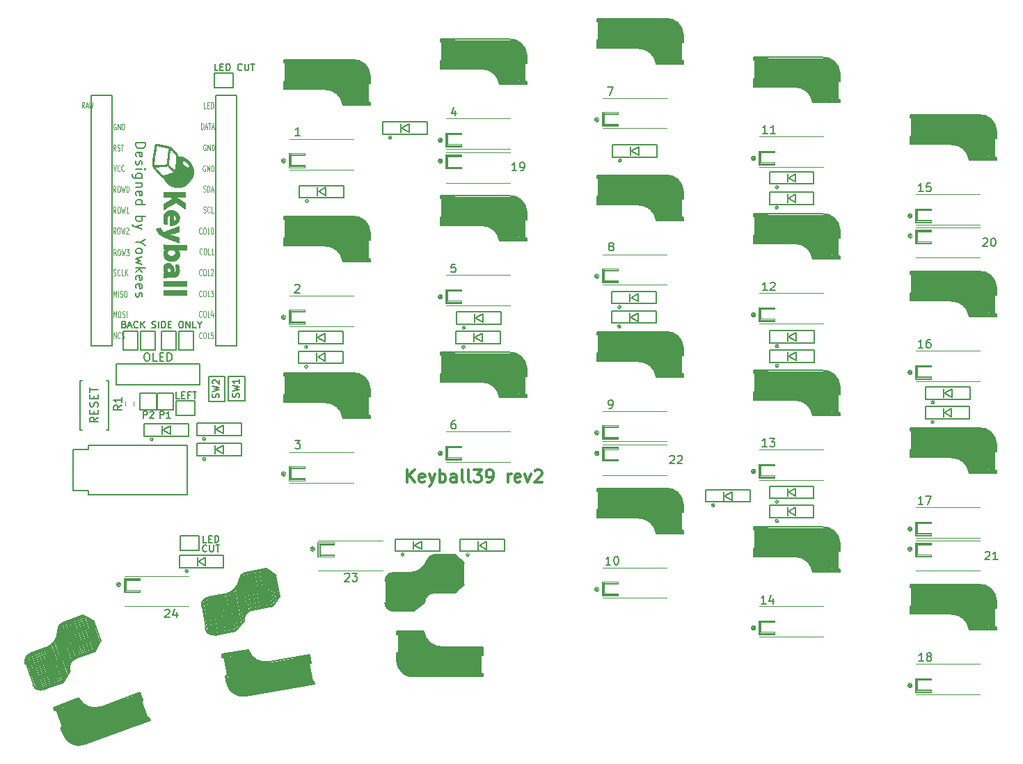
<source format=gto>
G04 #@! TF.GenerationSoftware,KiCad,Pcbnew,(5.1.10)-1*
G04 #@! TF.CreationDate,2021-12-24T05:38:29+09:00*
G04 #@! TF.ProjectId,keyball39_Left,6b657962-616c-46c3-9339-5f4c6566742e,rev?*
G04 #@! TF.SameCoordinates,Original*
G04 #@! TF.FileFunction,Legend,Top*
G04 #@! TF.FilePolarity,Positive*
%FSLAX46Y46*%
G04 Gerber Fmt 4.6, Leading zero omitted, Abs format (unit mm)*
G04 Created by KiCad (PCBNEW (5.1.10)-1) date 2021-12-24 05:38:29*
%MOMM*%
%LPD*%
G01*
G04 APERTURE LIST*
%ADD10C,0.300000*%
%ADD11C,0.200000*%
%ADD12C,0.150000*%
%ADD13C,0.010000*%
%ADD14C,0.120000*%
%ADD15C,0.800000*%
%ADD16C,3.000000*%
%ADD17C,0.500000*%
%ADD18C,1.000000*%
%ADD19C,3.500000*%
%ADD20C,0.400000*%
%ADD21C,0.125000*%
%ADD22C,0.152400*%
G04 APERTURE END LIST*
D10*
X132716711Y-107033638D02*
X132716711Y-105533638D01*
X133573854Y-107033638D02*
X132930997Y-106176495D01*
X133573854Y-105533638D02*
X132716711Y-106390781D01*
X134788140Y-106962209D02*
X134645283Y-107033638D01*
X134359569Y-107033638D01*
X134216711Y-106962209D01*
X134145283Y-106819352D01*
X134145283Y-106247924D01*
X134216711Y-106105067D01*
X134359569Y-106033638D01*
X134645283Y-106033638D01*
X134788140Y-106105067D01*
X134859569Y-106247924D01*
X134859569Y-106390781D01*
X134145283Y-106533638D01*
X135359569Y-106033638D02*
X135716711Y-107033638D01*
X136073854Y-106033638D02*
X135716711Y-107033638D01*
X135573854Y-107390781D01*
X135502426Y-107462209D01*
X135359569Y-107533638D01*
X136645283Y-107033638D02*
X136645283Y-105533638D01*
X136645283Y-106105067D02*
X136788140Y-106033638D01*
X137073854Y-106033638D01*
X137216711Y-106105067D01*
X137288140Y-106176495D01*
X137359569Y-106319352D01*
X137359569Y-106747924D01*
X137288140Y-106890781D01*
X137216711Y-106962209D01*
X137073854Y-107033638D01*
X136788140Y-107033638D01*
X136645283Y-106962209D01*
X138645283Y-107033638D02*
X138645283Y-106247924D01*
X138573854Y-106105067D01*
X138430997Y-106033638D01*
X138145283Y-106033638D01*
X138002426Y-106105067D01*
X138645283Y-106962209D02*
X138502426Y-107033638D01*
X138145283Y-107033638D01*
X138002426Y-106962209D01*
X137930997Y-106819352D01*
X137930997Y-106676495D01*
X138002426Y-106533638D01*
X138145283Y-106462209D01*
X138502426Y-106462209D01*
X138645283Y-106390781D01*
X139573854Y-107033638D02*
X139430997Y-106962209D01*
X139359569Y-106819352D01*
X139359569Y-105533638D01*
X140359569Y-107033638D02*
X140216711Y-106962209D01*
X140145283Y-106819352D01*
X140145283Y-105533638D01*
X140788140Y-105533638D02*
X141716711Y-105533638D01*
X141216711Y-106105067D01*
X141430997Y-106105067D01*
X141573854Y-106176495D01*
X141645283Y-106247924D01*
X141716711Y-106390781D01*
X141716711Y-106747924D01*
X141645283Y-106890781D01*
X141573854Y-106962209D01*
X141430997Y-107033638D01*
X141002426Y-107033638D01*
X140859569Y-106962209D01*
X140788140Y-106890781D01*
X142430997Y-107033638D02*
X142716711Y-107033638D01*
X142859569Y-106962209D01*
X142930997Y-106890781D01*
X143073854Y-106676495D01*
X143145283Y-106390781D01*
X143145283Y-105819352D01*
X143073854Y-105676495D01*
X143002426Y-105605067D01*
X142859569Y-105533638D01*
X142573854Y-105533638D01*
X142430997Y-105605067D01*
X142359569Y-105676495D01*
X142288140Y-105819352D01*
X142288140Y-106176495D01*
X142359569Y-106319352D01*
X142430997Y-106390781D01*
X142573854Y-106462209D01*
X142859569Y-106462209D01*
X143002426Y-106390781D01*
X143073854Y-106319352D01*
X143145283Y-106176495D01*
X144930997Y-107033638D02*
X144930997Y-106033638D01*
X144930997Y-106319352D02*
X145002426Y-106176495D01*
X145073854Y-106105067D01*
X145216711Y-106033638D01*
X145359569Y-106033638D01*
X146430997Y-106962209D02*
X146288140Y-107033638D01*
X146002426Y-107033638D01*
X145859569Y-106962209D01*
X145788140Y-106819352D01*
X145788140Y-106247924D01*
X145859569Y-106105067D01*
X146002426Y-106033638D01*
X146288140Y-106033638D01*
X146430997Y-106105067D01*
X146502426Y-106247924D01*
X146502426Y-106390781D01*
X145788140Y-106533638D01*
X147002426Y-106033638D02*
X147359569Y-107033638D01*
X147716711Y-106033638D01*
X148216711Y-105676495D02*
X148288140Y-105605067D01*
X148430997Y-105533638D01*
X148788140Y-105533638D01*
X148930997Y-105605067D01*
X149002426Y-105676495D01*
X149073854Y-105819352D01*
X149073854Y-105962209D01*
X149002426Y-106176495D01*
X148145283Y-107033638D01*
X149073854Y-107033638D01*
D11*
X99641711Y-65737209D02*
X100841711Y-65737209D01*
X100841711Y-66022924D01*
X100784569Y-66194352D01*
X100670283Y-66308638D01*
X100555997Y-66365781D01*
X100327426Y-66422924D01*
X100155997Y-66422924D01*
X99927426Y-66365781D01*
X99813140Y-66308638D01*
X99698854Y-66194352D01*
X99641711Y-66022924D01*
X99641711Y-65737209D01*
X99698854Y-67394352D02*
X99641711Y-67280067D01*
X99641711Y-67051495D01*
X99698854Y-66937209D01*
X99813140Y-66880067D01*
X100270283Y-66880067D01*
X100384569Y-66937209D01*
X100441711Y-67051495D01*
X100441711Y-67280067D01*
X100384569Y-67394352D01*
X100270283Y-67451495D01*
X100155997Y-67451495D01*
X100041711Y-66880067D01*
X99698854Y-67908638D02*
X99641711Y-68022924D01*
X99641711Y-68251495D01*
X99698854Y-68365781D01*
X99813140Y-68422924D01*
X99870283Y-68422924D01*
X99984569Y-68365781D01*
X100041711Y-68251495D01*
X100041711Y-68080067D01*
X100098854Y-67965781D01*
X100213140Y-67908638D01*
X100270283Y-67908638D01*
X100384569Y-67965781D01*
X100441711Y-68080067D01*
X100441711Y-68251495D01*
X100384569Y-68365781D01*
X99641711Y-68937209D02*
X100441711Y-68937209D01*
X100841711Y-68937209D02*
X100784569Y-68880067D01*
X100727426Y-68937209D01*
X100784569Y-68994352D01*
X100841711Y-68937209D01*
X100727426Y-68937209D01*
X100441711Y-70022924D02*
X99470283Y-70022924D01*
X99355997Y-69965781D01*
X99298854Y-69908638D01*
X99241711Y-69794352D01*
X99241711Y-69622924D01*
X99298854Y-69508638D01*
X99698854Y-70022924D02*
X99641711Y-69908638D01*
X99641711Y-69680067D01*
X99698854Y-69565781D01*
X99755997Y-69508638D01*
X99870283Y-69451495D01*
X100213140Y-69451495D01*
X100327426Y-69508638D01*
X100384569Y-69565781D01*
X100441711Y-69680067D01*
X100441711Y-69908638D01*
X100384569Y-70022924D01*
X100441711Y-70594352D02*
X99641711Y-70594352D01*
X100327426Y-70594352D02*
X100384569Y-70651495D01*
X100441711Y-70765781D01*
X100441711Y-70937209D01*
X100384569Y-71051495D01*
X100270283Y-71108638D01*
X99641711Y-71108638D01*
X99698854Y-72137209D02*
X99641711Y-72022924D01*
X99641711Y-71794352D01*
X99698854Y-71680067D01*
X99813140Y-71622924D01*
X100270283Y-71622924D01*
X100384569Y-71680067D01*
X100441711Y-71794352D01*
X100441711Y-72022924D01*
X100384569Y-72137209D01*
X100270283Y-72194352D01*
X100155997Y-72194352D01*
X100041711Y-71622924D01*
X99641711Y-73222924D02*
X100841711Y-73222924D01*
X99698854Y-73222924D02*
X99641711Y-73108638D01*
X99641711Y-72880067D01*
X99698854Y-72765781D01*
X99755997Y-72708638D01*
X99870283Y-72651495D01*
X100213140Y-72651495D01*
X100327426Y-72708638D01*
X100384569Y-72765781D01*
X100441711Y-72880067D01*
X100441711Y-73108638D01*
X100384569Y-73222924D01*
X99641711Y-74708638D02*
X100841711Y-74708638D01*
X100384569Y-74708638D02*
X100441711Y-74822924D01*
X100441711Y-75051495D01*
X100384569Y-75165781D01*
X100327426Y-75222924D01*
X100213140Y-75280067D01*
X99870283Y-75280067D01*
X99755997Y-75222924D01*
X99698854Y-75165781D01*
X99641711Y-75051495D01*
X99641711Y-74822924D01*
X99698854Y-74708638D01*
X100441711Y-75680067D02*
X99641711Y-75965781D01*
X100441711Y-76251495D02*
X99641711Y-75965781D01*
X99355997Y-75851495D01*
X99298854Y-75794352D01*
X99241711Y-75680067D01*
X100213140Y-77851495D02*
X99641711Y-77851495D01*
X100841711Y-77451495D02*
X100213140Y-77851495D01*
X100841711Y-78251495D01*
X99641711Y-78822924D02*
X99698854Y-78708638D01*
X99755997Y-78651495D01*
X99870283Y-78594352D01*
X100213140Y-78594352D01*
X100327426Y-78651495D01*
X100384569Y-78708638D01*
X100441711Y-78822924D01*
X100441711Y-78994352D01*
X100384569Y-79108638D01*
X100327426Y-79165781D01*
X100213140Y-79222924D01*
X99870283Y-79222924D01*
X99755997Y-79165781D01*
X99698854Y-79108638D01*
X99641711Y-78994352D01*
X99641711Y-78822924D01*
X100441711Y-79622924D02*
X99641711Y-79851495D01*
X100213140Y-80080067D01*
X99641711Y-80308638D01*
X100441711Y-80537209D01*
X99641711Y-80994352D02*
X100841711Y-80994352D01*
X100098854Y-81108638D02*
X99641711Y-81451495D01*
X100441711Y-81451495D02*
X99984569Y-80994352D01*
X99698854Y-82422924D02*
X99641711Y-82308638D01*
X99641711Y-82080067D01*
X99698854Y-81965781D01*
X99813140Y-81908638D01*
X100270283Y-81908638D01*
X100384569Y-81965781D01*
X100441711Y-82080067D01*
X100441711Y-82308638D01*
X100384569Y-82422924D01*
X100270283Y-82480067D01*
X100155997Y-82480067D01*
X100041711Y-81908638D01*
X99698854Y-83451495D02*
X99641711Y-83337209D01*
X99641711Y-83108638D01*
X99698854Y-82994352D01*
X99813140Y-82937209D01*
X100270283Y-82937209D01*
X100384569Y-82994352D01*
X100441711Y-83108638D01*
X100441711Y-83337209D01*
X100384569Y-83451495D01*
X100270283Y-83508638D01*
X100155997Y-83508638D01*
X100041711Y-82937209D01*
X99698854Y-83965781D02*
X99641711Y-84080067D01*
X99641711Y-84308638D01*
X99698854Y-84422924D01*
X99813140Y-84480067D01*
X99870283Y-84480067D01*
X99984569Y-84422924D01*
X100041711Y-84308638D01*
X100041711Y-84137209D01*
X100098854Y-84022924D01*
X100213140Y-83965781D01*
X100270283Y-83965781D01*
X100384569Y-84022924D01*
X100441711Y-84137209D01*
X100441711Y-84308638D01*
X100384569Y-84422924D01*
D12*
X98246235Y-87832924D02*
X98360521Y-87871019D01*
X98398616Y-87909114D01*
X98436711Y-87985305D01*
X98436711Y-88099590D01*
X98398616Y-88175781D01*
X98360521Y-88213876D01*
X98284330Y-88251971D01*
X97979569Y-88251971D01*
X97979569Y-87451971D01*
X98246235Y-87451971D01*
X98322426Y-87490067D01*
X98360521Y-87528162D01*
X98398616Y-87604352D01*
X98398616Y-87680543D01*
X98360521Y-87756733D01*
X98322426Y-87794828D01*
X98246235Y-87832924D01*
X97979569Y-87832924D01*
X98741473Y-88023400D02*
X99122426Y-88023400D01*
X98665283Y-88251971D02*
X98931949Y-87451971D01*
X99198616Y-88251971D01*
X99922426Y-88175781D02*
X99884330Y-88213876D01*
X99770045Y-88251971D01*
X99693854Y-88251971D01*
X99579569Y-88213876D01*
X99503378Y-88137686D01*
X99465283Y-88061495D01*
X99427188Y-87909114D01*
X99427188Y-87794828D01*
X99465283Y-87642447D01*
X99503378Y-87566257D01*
X99579569Y-87490067D01*
X99693854Y-87451971D01*
X99770045Y-87451971D01*
X99884330Y-87490067D01*
X99922426Y-87528162D01*
X100265283Y-88251971D02*
X100265283Y-87451971D01*
X100722426Y-88251971D02*
X100379569Y-87794828D01*
X100722426Y-87451971D02*
X100265283Y-87909114D01*
X101636711Y-88213876D02*
X101750997Y-88251971D01*
X101941473Y-88251971D01*
X102017664Y-88213876D01*
X102055759Y-88175781D01*
X102093854Y-88099590D01*
X102093854Y-88023400D01*
X102055759Y-87947209D01*
X102017664Y-87909114D01*
X101941473Y-87871019D01*
X101789092Y-87832924D01*
X101712902Y-87794828D01*
X101674807Y-87756733D01*
X101636711Y-87680543D01*
X101636711Y-87604352D01*
X101674807Y-87528162D01*
X101712902Y-87490067D01*
X101789092Y-87451971D01*
X101979569Y-87451971D01*
X102093854Y-87490067D01*
X102436711Y-88251971D02*
X102436711Y-87451971D01*
X102817664Y-88251971D02*
X102817664Y-87451971D01*
X103008140Y-87451971D01*
X103122426Y-87490067D01*
X103198616Y-87566257D01*
X103236711Y-87642447D01*
X103274807Y-87794828D01*
X103274807Y-87909114D01*
X103236711Y-88061495D01*
X103198616Y-88137686D01*
X103122426Y-88213876D01*
X103008140Y-88251971D01*
X102817664Y-88251971D01*
X103617664Y-87832924D02*
X103884330Y-87832924D01*
X103998616Y-88251971D02*
X103617664Y-88251971D01*
X103617664Y-87451971D01*
X103998616Y-87451971D01*
X105103378Y-87451971D02*
X105255759Y-87451971D01*
X105331949Y-87490067D01*
X105408140Y-87566257D01*
X105446235Y-87718638D01*
X105446235Y-87985305D01*
X105408140Y-88137686D01*
X105331949Y-88213876D01*
X105255759Y-88251971D01*
X105103378Y-88251971D01*
X105027188Y-88213876D01*
X104950997Y-88137686D01*
X104912902Y-87985305D01*
X104912902Y-87718638D01*
X104950997Y-87566257D01*
X105027188Y-87490067D01*
X105103378Y-87451971D01*
X105789092Y-88251971D02*
X105789092Y-87451971D01*
X106246235Y-88251971D01*
X106246235Y-87451971D01*
X107008140Y-88251971D02*
X106627188Y-88251971D01*
X106627188Y-87451971D01*
X107427188Y-87871019D02*
X107427188Y-88251971D01*
X107160521Y-87451971D02*
X107427188Y-87871019D01*
X107693854Y-87451971D01*
D13*
G36*
X103036283Y-84229782D02*
G01*
X103036283Y-83649210D01*
X105830283Y-83649210D01*
X105830283Y-84229782D01*
X103036283Y-84229782D01*
G37*
X103036283Y-84229782D02*
X103036283Y-83649210D01*
X105830283Y-83649210D01*
X105830283Y-84229782D01*
X103036283Y-84229782D01*
G36*
X103036283Y-83141210D02*
G01*
X103036283Y-82560639D01*
X105830283Y-82560639D01*
X105830283Y-83141210D01*
X103036283Y-83141210D01*
G37*
X103036283Y-83141210D02*
X103036283Y-82560639D01*
X105830283Y-82560639D01*
X105830283Y-83141210D01*
X103036283Y-83141210D01*
G36*
X104505854Y-72292056D02*
G01*
X105094628Y-72681990D01*
X105683402Y-73071925D01*
X105684271Y-73445995D01*
X105682737Y-73618853D01*
X105676380Y-73728432D01*
X105664020Y-73783933D01*
X105644473Y-73794556D01*
X105639783Y-73792220D01*
X105597401Y-73761639D01*
X105508122Y-73694181D01*
X105382198Y-73597695D01*
X105229884Y-73480029D01*
X105091903Y-73372793D01*
X104926732Y-73245626D01*
X104780185Y-73135705D01*
X104662218Y-73050265D01*
X104582785Y-72996539D01*
X104553070Y-72981210D01*
X104512864Y-72999183D01*
X104419816Y-73049600D01*
X104283096Y-73127212D01*
X104111878Y-73226770D01*
X103915333Y-73343023D01*
X103792335Y-73416639D01*
X103586532Y-73539950D01*
X103402100Y-73649710D01*
X103247903Y-73740706D01*
X103132803Y-73807724D01*
X103065662Y-73845551D01*
X103052097Y-73852067D01*
X103045278Y-73818420D01*
X103039936Y-73728024D01*
X103036802Y-73596699D01*
X103036283Y-73509921D01*
X103036283Y-73167775D01*
X103602042Y-72848274D01*
X104167802Y-72528772D01*
X104028400Y-72410817D01*
X103888997Y-72292861D01*
X103462640Y-72292321D01*
X103036283Y-72291782D01*
X103036283Y-71711210D01*
X105685140Y-71711210D01*
X105685140Y-72291782D01*
X104505854Y-72292056D01*
G37*
X104505854Y-72292056D02*
X105094628Y-72681990D01*
X105683402Y-73071925D01*
X105684271Y-73445995D01*
X105682737Y-73618853D01*
X105676380Y-73728432D01*
X105664020Y-73783933D01*
X105644473Y-73794556D01*
X105639783Y-73792220D01*
X105597401Y-73761639D01*
X105508122Y-73694181D01*
X105382198Y-73597695D01*
X105229884Y-73480029D01*
X105091903Y-73372793D01*
X104926732Y-73245626D01*
X104780185Y-73135705D01*
X104662218Y-73050265D01*
X104582785Y-72996539D01*
X104553070Y-72981210D01*
X104512864Y-72999183D01*
X104419816Y-73049600D01*
X104283096Y-73127212D01*
X104111878Y-73226770D01*
X103915333Y-73343023D01*
X103792335Y-73416639D01*
X103586532Y-73539950D01*
X103402100Y-73649710D01*
X103247903Y-73740706D01*
X103132803Y-73807724D01*
X103065662Y-73845551D01*
X103052097Y-73852067D01*
X103045278Y-73818420D01*
X103039936Y-73728024D01*
X103036802Y-73596699D01*
X103036283Y-73509921D01*
X103036283Y-73167775D01*
X103602042Y-72848274D01*
X104167802Y-72528772D01*
X104028400Y-72410817D01*
X103888997Y-72292861D01*
X103462640Y-72292321D01*
X103036283Y-72291782D01*
X103036283Y-71711210D01*
X105685140Y-71711210D01*
X105685140Y-72291782D01*
X104505854Y-72292056D01*
G36*
X104924276Y-81539881D02*
G01*
X104923640Y-81542554D01*
X104848143Y-81731247D01*
X104726379Y-81891298D01*
X104573331Y-82006062D01*
X104469569Y-82047100D01*
X104385633Y-82060320D01*
X104244386Y-82072867D01*
X104061088Y-82083792D01*
X103850999Y-82092143D01*
X103680308Y-82096227D01*
X103036190Y-82107067D01*
X103036237Y-81844687D01*
X103037795Y-81708604D01*
X103046080Y-81628075D01*
X103066596Y-81586095D01*
X103104849Y-81565657D01*
X103128679Y-81559117D01*
X103191868Y-81537705D01*
X103192226Y-81507121D01*
X103161515Y-81470114D01*
X103078761Y-81334285D01*
X103025391Y-81157033D01*
X103005155Y-80964829D01*
X103021806Y-80784146D01*
X103051220Y-80691925D01*
X103159533Y-80531221D01*
X103312219Y-80417432D01*
X103493906Y-80356269D01*
X103607543Y-80354627D01*
X103607543Y-80943987D01*
X103517081Y-80981511D01*
X103456088Y-81059959D01*
X103430817Y-81164512D01*
X103447524Y-81280350D01*
X103512463Y-81392656D01*
X103531088Y-81412691D01*
X103618102Y-81478936D01*
X103722062Y-81505692D01*
X103790020Y-81508353D01*
X103953290Y-81508353D01*
X103931543Y-81349688D01*
X103892064Y-81166502D01*
X103829230Y-81043242D01*
X103737365Y-80969453D01*
X103721219Y-80962206D01*
X103607543Y-80943987D01*
X103607543Y-80354627D01*
X103689225Y-80353446D01*
X103844806Y-80396962D01*
X104006166Y-80504126D01*
X104136812Y-80670959D01*
X104232398Y-80889521D01*
X104288579Y-81151871D01*
X104295763Y-81221034D01*
X104308844Y-81354033D01*
X104324067Y-81429331D01*
X104347341Y-81461701D01*
X104384579Y-81465915D01*
X104393311Y-81464810D01*
X104461063Y-81423641D01*
X104515346Y-81317446D01*
X104518318Y-81308782D01*
X104539881Y-81227039D01*
X104547108Y-81139603D01*
X104538724Y-81030652D01*
X104513454Y-80884366D01*
X104470020Y-80684922D01*
X104466905Y-80671341D01*
X104461027Y-80609453D01*
X104491179Y-80571733D01*
X104573821Y-80539796D01*
X104588745Y-80535270D01*
X104706379Y-80503475D01*
X104776347Y-80503780D01*
X104820097Y-80546141D01*
X104859071Y-80640514D01*
X104867555Y-80664710D01*
X104919694Y-80871645D01*
X104947869Y-81107478D01*
X104950067Y-81340721D01*
X104924276Y-81539881D01*
G37*
X104924276Y-81539881D02*
X104923640Y-81542554D01*
X104848143Y-81731247D01*
X104726379Y-81891298D01*
X104573331Y-82006062D01*
X104469569Y-82047100D01*
X104385633Y-82060320D01*
X104244386Y-82072867D01*
X104061088Y-82083792D01*
X103850999Y-82092143D01*
X103680308Y-82096227D01*
X103036190Y-82107067D01*
X103036237Y-81844687D01*
X103037795Y-81708604D01*
X103046080Y-81628075D01*
X103066596Y-81586095D01*
X103104849Y-81565657D01*
X103128679Y-81559117D01*
X103191868Y-81537705D01*
X103192226Y-81507121D01*
X103161515Y-81470114D01*
X103078761Y-81334285D01*
X103025391Y-81157033D01*
X103005155Y-80964829D01*
X103021806Y-80784146D01*
X103051220Y-80691925D01*
X103159533Y-80531221D01*
X103312219Y-80417432D01*
X103493906Y-80356269D01*
X103607543Y-80354627D01*
X103607543Y-80943987D01*
X103517081Y-80981511D01*
X103456088Y-81059959D01*
X103430817Y-81164512D01*
X103447524Y-81280350D01*
X103512463Y-81392656D01*
X103531088Y-81412691D01*
X103618102Y-81478936D01*
X103722062Y-81505692D01*
X103790020Y-81508353D01*
X103953290Y-81508353D01*
X103931543Y-81349688D01*
X103892064Y-81166502D01*
X103829230Y-81043242D01*
X103737365Y-80969453D01*
X103721219Y-80962206D01*
X103607543Y-80943987D01*
X103607543Y-80354627D01*
X103689225Y-80353446D01*
X103844806Y-80396962D01*
X104006166Y-80504126D01*
X104136812Y-80670959D01*
X104232398Y-80889521D01*
X104288579Y-81151871D01*
X104295763Y-81221034D01*
X104308844Y-81354033D01*
X104324067Y-81429331D01*
X104347341Y-81461701D01*
X104384579Y-81465915D01*
X104393311Y-81464810D01*
X104461063Y-81423641D01*
X104515346Y-81317446D01*
X104518318Y-81308782D01*
X104539881Y-81227039D01*
X104547108Y-81139603D01*
X104538724Y-81030652D01*
X104513454Y-80884366D01*
X104470020Y-80684922D01*
X104466905Y-80671341D01*
X104461027Y-80609453D01*
X104491179Y-80571733D01*
X104573821Y-80539796D01*
X104588745Y-80535270D01*
X104706379Y-80503475D01*
X104776347Y-80503780D01*
X104820097Y-80546141D01*
X104859071Y-80640514D01*
X104867555Y-80664710D01*
X104919694Y-80871645D01*
X104947869Y-81107478D01*
X104950067Y-81340721D01*
X104924276Y-81539881D01*
G36*
X104691848Y-78750639D02*
G01*
X104790066Y-78853156D01*
X104894486Y-79011404D01*
X104947899Y-79202160D01*
X104951256Y-79407264D01*
X104905504Y-79608556D01*
X104811593Y-79787874D01*
X104736770Y-79873395D01*
X104551838Y-80001630D01*
X104323766Y-80086620D01*
X104069962Y-80125128D01*
X103807833Y-80113918D01*
X103638400Y-80077618D01*
X103421510Y-79981664D01*
X103243434Y-79837931D01*
X103110175Y-79658274D01*
X103027735Y-79454548D01*
X103002116Y-79238610D01*
X103039321Y-79022313D01*
X103067615Y-78950210D01*
X103122467Y-78847947D01*
X103178756Y-78769924D01*
X103193419Y-78755599D01*
X103234829Y-78697771D01*
X103209428Y-78656902D01*
X103124856Y-78641782D01*
X103078944Y-78637891D01*
X103052471Y-78615792D01*
X103040096Y-78559844D01*
X103036478Y-78454405D01*
X103036283Y-78382403D01*
X103036283Y-78123025D01*
X103335640Y-78146329D01*
X103449615Y-78152328D01*
X103623814Y-78157769D01*
X103845891Y-78162446D01*
X103960326Y-78164091D01*
X103960326Y-78750639D01*
X103826672Y-78753464D01*
X103739840Y-78767725D01*
X103674132Y-78802102D01*
X103603851Y-78865276D01*
X103595083Y-78874010D01*
X103498449Y-79006029D01*
X103472749Y-79142437D01*
X103516456Y-79291592D01*
X103518108Y-79294924D01*
X103609213Y-79402164D01*
X103745330Y-79473288D01*
X103908205Y-79507728D01*
X104079582Y-79504916D01*
X104241203Y-79464284D01*
X104374814Y-79385264D01*
X104431080Y-79323344D01*
X104477016Y-79206031D01*
X104481711Y-79067843D01*
X104445808Y-78943430D01*
X104423405Y-78909100D01*
X104336782Y-78826289D01*
X104228943Y-78776764D01*
X104081019Y-78754068D01*
X103960326Y-78750639D01*
X103960326Y-78164091D01*
X104103498Y-78166150D01*
X104384289Y-78168673D01*
X104675918Y-78169808D01*
X104732640Y-78169850D01*
X105830283Y-78170067D01*
X105830283Y-78750639D01*
X104691848Y-78750639D01*
G37*
X104691848Y-78750639D02*
X104790066Y-78853156D01*
X104894486Y-79011404D01*
X104947899Y-79202160D01*
X104951256Y-79407264D01*
X104905504Y-79608556D01*
X104811593Y-79787874D01*
X104736770Y-79873395D01*
X104551838Y-80001630D01*
X104323766Y-80086620D01*
X104069962Y-80125128D01*
X103807833Y-80113918D01*
X103638400Y-80077618D01*
X103421510Y-79981664D01*
X103243434Y-79837931D01*
X103110175Y-79658274D01*
X103027735Y-79454548D01*
X103002116Y-79238610D01*
X103039321Y-79022313D01*
X103067615Y-78950210D01*
X103122467Y-78847947D01*
X103178756Y-78769924D01*
X103193419Y-78755599D01*
X103234829Y-78697771D01*
X103209428Y-78656902D01*
X103124856Y-78641782D01*
X103078944Y-78637891D01*
X103052471Y-78615792D01*
X103040096Y-78559844D01*
X103036478Y-78454405D01*
X103036283Y-78382403D01*
X103036283Y-78123025D01*
X103335640Y-78146329D01*
X103449615Y-78152328D01*
X103623814Y-78157769D01*
X103845891Y-78162446D01*
X103960326Y-78164091D01*
X103960326Y-78750639D01*
X103826672Y-78753464D01*
X103739840Y-78767725D01*
X103674132Y-78802102D01*
X103603851Y-78865276D01*
X103595083Y-78874010D01*
X103498449Y-79006029D01*
X103472749Y-79142437D01*
X103516456Y-79291592D01*
X103518108Y-79294924D01*
X103609213Y-79402164D01*
X103745330Y-79473288D01*
X103908205Y-79507728D01*
X104079582Y-79504916D01*
X104241203Y-79464284D01*
X104374814Y-79385264D01*
X104431080Y-79323344D01*
X104477016Y-79206031D01*
X104481711Y-79067843D01*
X104445808Y-78943430D01*
X104423405Y-78909100D01*
X104336782Y-78826289D01*
X104228943Y-78776764D01*
X104081019Y-78754068D01*
X103960326Y-78750639D01*
X103960326Y-78164091D01*
X104103498Y-78166150D01*
X104384289Y-78168673D01*
X104675918Y-78169808D01*
X104732640Y-78169850D01*
X105830283Y-78170067D01*
X105830283Y-78750639D01*
X104691848Y-78750639D01*
G36*
X104942830Y-75082528D02*
G01*
X104876294Y-75311380D01*
X104752685Y-75496778D01*
X104574144Y-75636373D01*
X104342813Y-75727814D01*
X104079497Y-75767741D01*
X103798283Y-75784535D01*
X103798283Y-75144872D01*
X103796470Y-74927362D01*
X103791382Y-74744855D01*
X103783542Y-74607366D01*
X103773476Y-74524911D01*
X103764781Y-74505210D01*
X103692909Y-74534941D01*
X103609008Y-74610663D01*
X103530790Y-74712167D01*
X103475968Y-74819247D01*
X103468268Y-74843502D01*
X103449048Y-74976625D01*
X103446556Y-75149165D01*
X103459665Y-75330198D01*
X103487245Y-75488799D01*
X103492532Y-75508641D01*
X103499218Y-75557355D01*
X103477136Y-75590638D01*
X103413109Y-75616126D01*
X103293962Y-75641453D01*
X103249579Y-75649441D01*
X103160628Y-75659378D01*
X103113376Y-75636192D01*
X103078967Y-75563752D01*
X103074548Y-75551590D01*
X103051015Y-75448478D01*
X103032276Y-75296402D01*
X103019400Y-75118208D01*
X103013453Y-74936745D01*
X103015502Y-74774861D01*
X103026615Y-74655402D01*
X103031617Y-74632210D01*
X103130156Y-74385447D01*
X103278784Y-74188577D01*
X103473457Y-74045574D01*
X103710133Y-73960413D01*
X103716400Y-73959091D01*
X103992796Y-73933084D01*
X104249420Y-73969086D01*
X104275855Y-73979766D01*
X104275855Y-74503102D01*
X104233149Y-74519524D01*
X104209145Y-74595235D01*
X104198956Y-74735119D01*
X104197426Y-74868067D01*
X104199220Y-75020388D01*
X104204059Y-75141222D01*
X104211124Y-75215209D01*
X104216734Y-75230924D01*
X104259738Y-75218200D01*
X104341513Y-75186750D01*
X104362108Y-75178251D01*
X104483652Y-75094531D01*
X104548488Y-74978020D01*
X104554586Y-74843648D01*
X104499913Y-74706344D01*
X104436912Y-74628582D01*
X104342147Y-74541083D01*
X104275855Y-74503102D01*
X104275855Y-73979766D01*
X104478199Y-74061515D01*
X104671065Y-74204788D01*
X104819945Y-74393321D01*
X104916768Y-74621532D01*
X104950151Y-74812572D01*
X104942830Y-75082528D01*
G37*
X104942830Y-75082528D02*
X104876294Y-75311380D01*
X104752685Y-75496778D01*
X104574144Y-75636373D01*
X104342813Y-75727814D01*
X104079497Y-75767741D01*
X103798283Y-75784535D01*
X103798283Y-75144872D01*
X103796470Y-74927362D01*
X103791382Y-74744855D01*
X103783542Y-74607366D01*
X103773476Y-74524911D01*
X103764781Y-74505210D01*
X103692909Y-74534941D01*
X103609008Y-74610663D01*
X103530790Y-74712167D01*
X103475968Y-74819247D01*
X103468268Y-74843502D01*
X103449048Y-74976625D01*
X103446556Y-75149165D01*
X103459665Y-75330198D01*
X103487245Y-75488799D01*
X103492532Y-75508641D01*
X103499218Y-75557355D01*
X103477136Y-75590638D01*
X103413109Y-75616126D01*
X103293962Y-75641453D01*
X103249579Y-75649441D01*
X103160628Y-75659378D01*
X103113376Y-75636192D01*
X103078967Y-75563752D01*
X103074548Y-75551590D01*
X103051015Y-75448478D01*
X103032276Y-75296402D01*
X103019400Y-75118208D01*
X103013453Y-74936745D01*
X103015502Y-74774861D01*
X103026615Y-74655402D01*
X103031617Y-74632210D01*
X103130156Y-74385447D01*
X103278784Y-74188577D01*
X103473457Y-74045574D01*
X103710133Y-73960413D01*
X103716400Y-73959091D01*
X103992796Y-73933084D01*
X104249420Y-73969086D01*
X104275855Y-73979766D01*
X104275855Y-74503102D01*
X104233149Y-74519524D01*
X104209145Y-74595235D01*
X104198956Y-74735119D01*
X104197426Y-74868067D01*
X104199220Y-75020388D01*
X104204059Y-75141222D01*
X104211124Y-75215209D01*
X104216734Y-75230924D01*
X104259738Y-75218200D01*
X104341513Y-75186750D01*
X104362108Y-75178251D01*
X104483652Y-75094531D01*
X104548488Y-74978020D01*
X104554586Y-74843648D01*
X104499913Y-74706344D01*
X104436912Y-74628582D01*
X104342147Y-74541083D01*
X104275855Y-74503102D01*
X104275855Y-73979766D01*
X104478199Y-74061515D01*
X104671065Y-74204788D01*
X104819945Y-74393321D01*
X104916768Y-74621532D01*
X104950151Y-74812572D01*
X104942830Y-75082528D01*
G36*
X104605640Y-76628400D02*
G01*
X104411370Y-76686963D01*
X104191158Y-76753469D01*
X103988503Y-76814778D01*
X103963879Y-76822238D01*
X103639617Y-76920495D01*
X104281379Y-77076773D01*
X104923140Y-77233051D01*
X104923140Y-77560298D01*
X104920550Y-77722553D01*
X104911884Y-77821581D01*
X104895798Y-77866572D01*
X104877783Y-77870281D01*
X104831429Y-77853543D01*
X104727278Y-77816433D01*
X104575971Y-77762728D01*
X104388149Y-77696201D01*
X104174451Y-77620628D01*
X104088569Y-77590286D01*
X103843481Y-77501859D01*
X103597867Y-77409917D01*
X103368487Y-77320976D01*
X103172102Y-77241549D01*
X103025470Y-77178151D01*
X103010904Y-77171411D01*
X102697306Y-76997473D01*
X102452436Y-76801039D01*
X102275895Y-76581691D01*
X102167279Y-76339012D01*
X102151545Y-76278452D01*
X102144261Y-76226466D01*
X102161011Y-76192037D01*
X102216062Y-76164799D01*
X102323681Y-76134383D01*
X102363774Y-76124238D01*
X102485335Y-76094379D01*
X102576577Y-76073230D01*
X102616896Y-76065496D01*
X102641496Y-76095583D01*
X102679576Y-76170773D01*
X102692921Y-76201567D01*
X102764579Y-76331527D01*
X102859052Y-76447864D01*
X102959750Y-76533850D01*
X103050083Y-76572755D01*
X103061745Y-76573496D01*
X103117411Y-76560363D01*
X103230171Y-76523416D01*
X103389955Y-76466328D01*
X103586695Y-76392773D01*
X103810321Y-76306427D01*
X104006378Y-76228782D01*
X104240975Y-76135261D01*
X104453412Y-76051378D01*
X104634391Y-75980740D01*
X104774615Y-75926953D01*
X104864786Y-75893622D01*
X104895176Y-75884067D01*
X104907529Y-75917639D01*
X104917090Y-76007526D01*
X104922462Y-76137483D01*
X104923140Y-76208443D01*
X104923140Y-76532819D01*
X104605640Y-76628400D01*
G37*
X104605640Y-76628400D02*
X104411370Y-76686963D01*
X104191158Y-76753469D01*
X103988503Y-76814778D01*
X103963879Y-76822238D01*
X103639617Y-76920495D01*
X104281379Y-77076773D01*
X104923140Y-77233051D01*
X104923140Y-77560298D01*
X104920550Y-77722553D01*
X104911884Y-77821581D01*
X104895798Y-77866572D01*
X104877783Y-77870281D01*
X104831429Y-77853543D01*
X104727278Y-77816433D01*
X104575971Y-77762728D01*
X104388149Y-77696201D01*
X104174451Y-77620628D01*
X104088569Y-77590286D01*
X103843481Y-77501859D01*
X103597867Y-77409917D01*
X103368487Y-77320976D01*
X103172102Y-77241549D01*
X103025470Y-77178151D01*
X103010904Y-77171411D01*
X102697306Y-76997473D01*
X102452436Y-76801039D01*
X102275895Y-76581691D01*
X102167279Y-76339012D01*
X102151545Y-76278452D01*
X102144261Y-76226466D01*
X102161011Y-76192037D01*
X102216062Y-76164799D01*
X102323681Y-76134383D01*
X102363774Y-76124238D01*
X102485335Y-76094379D01*
X102576577Y-76073230D01*
X102616896Y-76065496D01*
X102641496Y-76095583D01*
X102679576Y-76170773D01*
X102692921Y-76201567D01*
X102764579Y-76331527D01*
X102859052Y-76447864D01*
X102959750Y-76533850D01*
X103050083Y-76572755D01*
X103061745Y-76573496D01*
X103117411Y-76560363D01*
X103230171Y-76523416D01*
X103389955Y-76466328D01*
X103586695Y-76392773D01*
X103810321Y-76306427D01*
X104006378Y-76228782D01*
X104240975Y-76135261D01*
X104453412Y-76051378D01*
X104634391Y-75980740D01*
X104774615Y-75926953D01*
X104864786Y-75893622D01*
X104895176Y-75884067D01*
X104907529Y-75917639D01*
X104917090Y-76007526D01*
X104922462Y-76137483D01*
X104923140Y-76208443D01*
X104923140Y-76532819D01*
X104605640Y-76628400D01*
G36*
X106644255Y-69475305D02*
G01*
X106570431Y-69825053D01*
X106427015Y-70161992D01*
X106269932Y-70408311D01*
X106036569Y-70664829D01*
X105758895Y-70870413D01*
X105447401Y-71021702D01*
X105112575Y-71115337D01*
X104764909Y-71147959D01*
X104414893Y-71116208D01*
X104214062Y-71066703D01*
X103889128Y-70930776D01*
X103593016Y-70736211D01*
X103337601Y-70492920D01*
X103134758Y-70210813D01*
X103090320Y-70128832D01*
X103023425Y-70011294D01*
X102966782Y-69950303D01*
X102910043Y-69933210D01*
X102854033Y-69910039D01*
X102764068Y-69839249D01*
X102638283Y-69718932D01*
X102474812Y-69547174D01*
X102271788Y-69322066D01*
X102027346Y-69041696D01*
X101938640Y-68938320D01*
X101834728Y-68816453D01*
X101757651Y-68718439D01*
X101704719Y-68630945D01*
X101673242Y-68540641D01*
X101660533Y-68434196D01*
X101663902Y-68298280D01*
X101680659Y-68119560D01*
X101708116Y-67884708D01*
X101714796Y-67828639D01*
X101850823Y-66857111D01*
X101951915Y-66277424D01*
X102028150Y-65869210D01*
X102142145Y-65869451D01*
X102236996Y-65876520D01*
X102236996Y-66086924D01*
X102190739Y-66107398D01*
X102155632Y-66177689D01*
X102133298Y-66264773D01*
X102105933Y-66409282D01*
X102072946Y-66610192D01*
X102036545Y-66851759D01*
X101998939Y-67118237D01*
X101962336Y-67393880D01*
X101928944Y-67662943D01*
X101900971Y-67909681D01*
X101896152Y-67955639D01*
X101877720Y-68132341D01*
X101861807Y-68281235D01*
X101849931Y-68388385D01*
X101843609Y-68439855D01*
X101843169Y-68442164D01*
X101876161Y-68445604D01*
X101970556Y-68446315D01*
X102115243Y-68444446D01*
X102299111Y-68440141D01*
X102511049Y-68433547D01*
X102519212Y-68433263D01*
X102744179Y-68424454D01*
X102953054Y-68414486D01*
X103131435Y-68404182D01*
X103264916Y-68394369D01*
X103335640Y-68386490D01*
X103471712Y-68363429D01*
X103471712Y-68141169D01*
X103477700Y-67981501D01*
X103494179Y-67769881D01*
X103510682Y-67607116D01*
X103510682Y-68550068D01*
X103173697Y-68586475D01*
X102989421Y-68604377D01*
X102766500Y-68623059D01*
X102538774Y-68639796D01*
X102410355Y-68647979D01*
X102244250Y-68658820D01*
X102108395Y-68669713D01*
X102016932Y-68679381D01*
X101983997Y-68686467D01*
X102006153Y-68717774D01*
X102065949Y-68791648D01*
X102153378Y-68895915D01*
X102226027Y-68980891D01*
X102362537Y-69136607D01*
X102514438Y-69305548D01*
X102655083Y-69458189D01*
X102694454Y-69499921D01*
X102920852Y-69737917D01*
X103169068Y-69671069D01*
X103288839Y-69637029D01*
X103443230Y-69590618D01*
X103617071Y-69536698D01*
X103795195Y-69480134D01*
X103962433Y-69425789D01*
X104103615Y-69378526D01*
X104203573Y-69343209D01*
X104245039Y-69326078D01*
X104231173Y-69296204D01*
X104173359Y-69225098D01*
X104079806Y-69121988D01*
X103958719Y-68996105D01*
X103892595Y-68929675D01*
X103510682Y-68550068D01*
X103510682Y-67607116D01*
X103518926Y-67525807D01*
X103549712Y-67268775D01*
X103584314Y-67018282D01*
X103620505Y-66793824D01*
X103633728Y-66721924D01*
X103659590Y-66584345D01*
X103679065Y-66475473D01*
X103688860Y-66413902D01*
X103689420Y-66407590D01*
X103655895Y-66389291D01*
X103563851Y-66360411D01*
X103426090Y-66323779D01*
X103255413Y-66282220D01*
X103064625Y-66238560D01*
X102866526Y-66195627D01*
X102673921Y-66156246D01*
X102499610Y-66123245D01*
X102356398Y-66099449D01*
X102257085Y-66087686D01*
X102236996Y-66086924D01*
X102236996Y-65876520D01*
X102249005Y-65877416D01*
X102411595Y-65899224D01*
X102614976Y-65932214D01*
X102844206Y-65973726D01*
X103084348Y-66021098D01*
X103320460Y-66071669D01*
X103465076Y-66105087D01*
X103871953Y-66202375D01*
X103881062Y-66212438D01*
X103881062Y-66542543D01*
X103861731Y-66570967D01*
X103858121Y-66582444D01*
X103825497Y-66719625D01*
X103790563Y-66911680D01*
X103755554Y-67141056D01*
X103722707Y-67390197D01*
X103694257Y-67641550D01*
X103672438Y-67877559D01*
X103659486Y-68080670D01*
X103657075Y-68161331D01*
X103653140Y-68439595D01*
X104006564Y-68769117D01*
X104138759Y-68890791D01*
X104252154Y-68992191D01*
X104336231Y-69064128D01*
X104380469Y-69097415D01*
X104383839Y-69098639D01*
X104403194Y-69064515D01*
X104427310Y-68970228D01*
X104454549Y-68827904D01*
X104483278Y-68649669D01*
X104511861Y-68447648D01*
X104538663Y-68233968D01*
X104562049Y-68020754D01*
X104580384Y-67820132D01*
X104592032Y-67644229D01*
X104595437Y-67529512D01*
X104596569Y-67284814D01*
X104346904Y-67003369D01*
X104228597Y-66872008D01*
X104115383Y-66749770D01*
X104023820Y-66654380D01*
X103987574Y-66618729D01*
X103917439Y-66556903D01*
X103881062Y-66542543D01*
X103881062Y-66212438D01*
X104189207Y-66552864D01*
X104384660Y-66770797D01*
X104534540Y-66943024D01*
X104643791Y-67075943D01*
X104717354Y-67175954D01*
X104760172Y-67249456D01*
X104777184Y-67302849D01*
X104777997Y-67315304D01*
X104787647Y-67364487D01*
X104829382Y-67387266D01*
X104922384Y-67393179D01*
X104934697Y-67393210D01*
X105216301Y-67427328D01*
X105425692Y-67498614D01*
X105425692Y-67918271D01*
X105334659Y-67954452D01*
X105289933Y-68036799D01*
X105297492Y-68156430D01*
X105338918Y-68261151D01*
X105429002Y-68392700D01*
X105551154Y-68514069D01*
X105690567Y-68616304D01*
X105832435Y-68690451D01*
X105961952Y-68727555D01*
X106064311Y-68718663D01*
X106081135Y-68710011D01*
X106138479Y-68637603D01*
X106142883Y-68535728D01*
X106101726Y-68415269D01*
X106022387Y-68287110D01*
X105912247Y-68162133D01*
X105778685Y-68051222D01*
X105629081Y-67965258D01*
X105557052Y-67937137D01*
X105425692Y-67918271D01*
X105425692Y-67498614D01*
X105500875Y-67524210D01*
X105776237Y-67675646D01*
X106030206Y-67873429D01*
X106250600Y-68109350D01*
X106425238Y-68375201D01*
X106442944Y-68409529D01*
X106581033Y-68761511D01*
X106647963Y-69118780D01*
X106644255Y-69475305D01*
G37*
X106644255Y-69475305D02*
X106570431Y-69825053D01*
X106427015Y-70161992D01*
X106269932Y-70408311D01*
X106036569Y-70664829D01*
X105758895Y-70870413D01*
X105447401Y-71021702D01*
X105112575Y-71115337D01*
X104764909Y-71147959D01*
X104414893Y-71116208D01*
X104214062Y-71066703D01*
X103889128Y-70930776D01*
X103593016Y-70736211D01*
X103337601Y-70492920D01*
X103134758Y-70210813D01*
X103090320Y-70128832D01*
X103023425Y-70011294D01*
X102966782Y-69950303D01*
X102910043Y-69933210D01*
X102854033Y-69910039D01*
X102764068Y-69839249D01*
X102638283Y-69718932D01*
X102474812Y-69547174D01*
X102271788Y-69322066D01*
X102027346Y-69041696D01*
X101938640Y-68938320D01*
X101834728Y-68816453D01*
X101757651Y-68718439D01*
X101704719Y-68630945D01*
X101673242Y-68540641D01*
X101660533Y-68434196D01*
X101663902Y-68298280D01*
X101680659Y-68119560D01*
X101708116Y-67884708D01*
X101714796Y-67828639D01*
X101850823Y-66857111D01*
X101951915Y-66277424D01*
X102028150Y-65869210D01*
X102142145Y-65869451D01*
X102236996Y-65876520D01*
X102236996Y-66086924D01*
X102190739Y-66107398D01*
X102155632Y-66177689D01*
X102133298Y-66264773D01*
X102105933Y-66409282D01*
X102072946Y-66610192D01*
X102036545Y-66851759D01*
X101998939Y-67118237D01*
X101962336Y-67393880D01*
X101928944Y-67662943D01*
X101900971Y-67909681D01*
X101896152Y-67955639D01*
X101877720Y-68132341D01*
X101861807Y-68281235D01*
X101849931Y-68388385D01*
X101843609Y-68439855D01*
X101843169Y-68442164D01*
X101876161Y-68445604D01*
X101970556Y-68446315D01*
X102115243Y-68444446D01*
X102299111Y-68440141D01*
X102511049Y-68433547D01*
X102519212Y-68433263D01*
X102744179Y-68424454D01*
X102953054Y-68414486D01*
X103131435Y-68404182D01*
X103264916Y-68394369D01*
X103335640Y-68386490D01*
X103471712Y-68363429D01*
X103471712Y-68141169D01*
X103477700Y-67981501D01*
X103494179Y-67769881D01*
X103510682Y-67607116D01*
X103510682Y-68550068D01*
X103173697Y-68586475D01*
X102989421Y-68604377D01*
X102766500Y-68623059D01*
X102538774Y-68639796D01*
X102410355Y-68647979D01*
X102244250Y-68658820D01*
X102108395Y-68669713D01*
X102016932Y-68679381D01*
X101983997Y-68686467D01*
X102006153Y-68717774D01*
X102065949Y-68791648D01*
X102153378Y-68895915D01*
X102226027Y-68980891D01*
X102362537Y-69136607D01*
X102514438Y-69305548D01*
X102655083Y-69458189D01*
X102694454Y-69499921D01*
X102920852Y-69737917D01*
X103169068Y-69671069D01*
X103288839Y-69637029D01*
X103443230Y-69590618D01*
X103617071Y-69536698D01*
X103795195Y-69480134D01*
X103962433Y-69425789D01*
X104103615Y-69378526D01*
X104203573Y-69343209D01*
X104245039Y-69326078D01*
X104231173Y-69296204D01*
X104173359Y-69225098D01*
X104079806Y-69121988D01*
X103958719Y-68996105D01*
X103892595Y-68929675D01*
X103510682Y-68550068D01*
X103510682Y-67607116D01*
X103518926Y-67525807D01*
X103549712Y-67268775D01*
X103584314Y-67018282D01*
X103620505Y-66793824D01*
X103633728Y-66721924D01*
X103659590Y-66584345D01*
X103679065Y-66475473D01*
X103688860Y-66413902D01*
X103689420Y-66407590D01*
X103655895Y-66389291D01*
X103563851Y-66360411D01*
X103426090Y-66323779D01*
X103255413Y-66282220D01*
X103064625Y-66238560D01*
X102866526Y-66195627D01*
X102673921Y-66156246D01*
X102499610Y-66123245D01*
X102356398Y-66099449D01*
X102257085Y-66087686D01*
X102236996Y-66086924D01*
X102236996Y-65876520D01*
X102249005Y-65877416D01*
X102411595Y-65899224D01*
X102614976Y-65932214D01*
X102844206Y-65973726D01*
X103084348Y-66021098D01*
X103320460Y-66071669D01*
X103465076Y-66105087D01*
X103871953Y-66202375D01*
X103881062Y-66212438D01*
X103881062Y-66542543D01*
X103861731Y-66570967D01*
X103858121Y-66582444D01*
X103825497Y-66719625D01*
X103790563Y-66911680D01*
X103755554Y-67141056D01*
X103722707Y-67390197D01*
X103694257Y-67641550D01*
X103672438Y-67877559D01*
X103659486Y-68080670D01*
X103657075Y-68161331D01*
X103653140Y-68439595D01*
X104006564Y-68769117D01*
X104138759Y-68890791D01*
X104252154Y-68992191D01*
X104336231Y-69064128D01*
X104380469Y-69097415D01*
X104383839Y-69098639D01*
X104403194Y-69064515D01*
X104427310Y-68970228D01*
X104454549Y-68827904D01*
X104483278Y-68649669D01*
X104511861Y-68447648D01*
X104538663Y-68233968D01*
X104562049Y-68020754D01*
X104580384Y-67820132D01*
X104592032Y-67644229D01*
X104595437Y-67529512D01*
X104596569Y-67284814D01*
X104346904Y-67003369D01*
X104228597Y-66872008D01*
X104115383Y-66749770D01*
X104023820Y-66654380D01*
X103987574Y-66618729D01*
X103917439Y-66556903D01*
X103881062Y-66542543D01*
X103881062Y-66212438D01*
X104189207Y-66552864D01*
X104384660Y-66770797D01*
X104534540Y-66943024D01*
X104643791Y-67075943D01*
X104717354Y-67175954D01*
X104760172Y-67249456D01*
X104777184Y-67302849D01*
X104777997Y-67315304D01*
X104787647Y-67364487D01*
X104829382Y-67387266D01*
X104922384Y-67393179D01*
X104934697Y-67393210D01*
X105216301Y-67427328D01*
X105425692Y-67498614D01*
X105425692Y-67918271D01*
X105334659Y-67954452D01*
X105289933Y-68036799D01*
X105297492Y-68156430D01*
X105338918Y-68261151D01*
X105429002Y-68392700D01*
X105551154Y-68514069D01*
X105690567Y-68616304D01*
X105832435Y-68690451D01*
X105961952Y-68727555D01*
X106064311Y-68718663D01*
X106081135Y-68710011D01*
X106138479Y-68637603D01*
X106142883Y-68535728D01*
X106101726Y-68415269D01*
X106022387Y-68287110D01*
X105912247Y-68162133D01*
X105778685Y-68051222D01*
X105629081Y-67965258D01*
X105557052Y-67937137D01*
X105425692Y-67918271D01*
X105425692Y-67498614D01*
X105500875Y-67524210D01*
X105776237Y-67675646D01*
X106030206Y-67873429D01*
X106250600Y-68109350D01*
X106425238Y-68375201D01*
X106442944Y-68409529D01*
X106581033Y-68761511D01*
X106647963Y-69118780D01*
X106644255Y-69475305D01*
D12*
X94195400Y-59935000D02*
X96735400Y-59935000D01*
X96735400Y-59935000D02*
X96735400Y-90415000D01*
X96735400Y-90415000D02*
X94195400Y-90415000D01*
X94195400Y-90415000D02*
X94195400Y-59935000D01*
X109415400Y-59935000D02*
X111955400Y-59935000D01*
X111955400Y-59935000D02*
X111955400Y-90415000D01*
X111955400Y-90415000D02*
X109415400Y-90415000D01*
X109415400Y-90415000D02*
X109415400Y-59935000D01*
X97315000Y-95225000D02*
X97315000Y-92685000D01*
X107475000Y-92685000D02*
X107475000Y-95225000D01*
X97315000Y-92685000D02*
X107475000Y-92685000D01*
X97315000Y-95225000D02*
X107475000Y-95225000D01*
X105925000Y-108535000D02*
X93925000Y-108535000D01*
X105925000Y-102535000D02*
X105925000Y-108535000D01*
X93925000Y-102535000D02*
X105925000Y-102535000D01*
X93925000Y-108535000D02*
X93925000Y-108035000D01*
X93925000Y-103035000D02*
X92025000Y-103035000D01*
X93925000Y-108035000D02*
X92025000Y-108035000D01*
X93925000Y-102535000D02*
X93925000Y-103035000D01*
X92025000Y-108035000D02*
X92025000Y-103035000D01*
X104587000Y-98919100D02*
X104587000Y-97141100D01*
X106873000Y-98919100D02*
X104587000Y-98919100D01*
X106873000Y-97141100D02*
X106873000Y-98919100D01*
X104587000Y-97141100D02*
X106873000Y-97141100D01*
X99948600Y-90913100D02*
X98170600Y-90913100D01*
X99948600Y-88627100D02*
X99948600Y-90913100D01*
X98170600Y-88627100D02*
X99948600Y-88627100D01*
X98170600Y-90913100D02*
X98170600Y-88627100D01*
X100271000Y-90923100D02*
X100271000Y-88637100D01*
X100271000Y-88637100D02*
X102049000Y-88637100D01*
X102049000Y-88637100D02*
X102049000Y-90923100D01*
X102049000Y-90923100D02*
X100271000Y-90923100D01*
X102771000Y-90923100D02*
X102771000Y-88637100D01*
X102771000Y-88637100D02*
X104549000Y-88637100D01*
X104549000Y-88637100D02*
X104549000Y-90923100D01*
X104549000Y-90923100D02*
X102771000Y-90923100D01*
X104871000Y-90923100D02*
X104871000Y-88637100D01*
X104871000Y-88637100D02*
X106649000Y-88637100D01*
X106649000Y-88637100D02*
X106649000Y-90923100D01*
X106649000Y-90923100D02*
X104871000Y-90923100D01*
X107353000Y-115349000D02*
X105067000Y-115349000D01*
X105067000Y-115349000D02*
X105067000Y-113571000D01*
X105067000Y-113571000D02*
X107353000Y-113571000D01*
X107353000Y-113571000D02*
X107353000Y-115349000D01*
X109257000Y-59049100D02*
X109257000Y-57271100D01*
X111543000Y-59049100D02*
X109257000Y-59049100D01*
X111543000Y-57271100D02*
X111543000Y-59049100D01*
X109257000Y-57271100D02*
X111543000Y-57271100D01*
D14*
X155860000Y-62930100D02*
G75*
G03*
X155860000Y-62930100I-100000J0D01*
G01*
X155760000Y-63030100D02*
X155760000Y-63130100D01*
X155760000Y-62930100D02*
X155760000Y-63030100D01*
X155901421Y-62930100D02*
G75*
G03*
X155901421Y-62930100I-141421J0D01*
G01*
X155983607Y-62930100D02*
G75*
G03*
X155983607Y-62930100I-223607J0D01*
G01*
X156042843Y-62930100D02*
G75*
G03*
X156042843Y-62930100I-282843J0D01*
G01*
X158360000Y-63730100D02*
X158360000Y-63630100D01*
X156360000Y-63730100D02*
X158360000Y-63730100D01*
X156360000Y-62030100D02*
X156360000Y-63730100D01*
X156660000Y-62030100D02*
X156360000Y-62030100D01*
X156660000Y-62130100D02*
X156660000Y-62030100D01*
X158360000Y-62130100D02*
X156660000Y-62130100D01*
X158360000Y-62030100D02*
X158360000Y-62130100D01*
X156460000Y-62030100D02*
X158360000Y-62030100D01*
X156460000Y-63630100D02*
X156460000Y-62030100D01*
X158360000Y-63630100D02*
X156460000Y-63630100D01*
X158360000Y-63530100D02*
X158360000Y-63630100D01*
X156460000Y-63980100D02*
X164260000Y-63980100D01*
X164260000Y-60280100D02*
X156460000Y-60280100D01*
X158360000Y-63430100D02*
X156660000Y-63430100D01*
X156660000Y-63430100D02*
X156660000Y-62230100D01*
X156660000Y-62230100D02*
X158360000Y-62230100D01*
X158360000Y-62230100D02*
X158360000Y-62130100D01*
X158360000Y-62130100D02*
X156560000Y-62130100D01*
X156560000Y-62130100D02*
X156560000Y-63530100D01*
X156560000Y-63530100D02*
X158360000Y-63530100D01*
X158360000Y-63530100D02*
X158360000Y-63430100D01*
X155860000Y-81980100D02*
G75*
G03*
X155860000Y-81980100I-100000J0D01*
G01*
X155760000Y-82080100D02*
X155760000Y-82180100D01*
X155760000Y-81980100D02*
X155760000Y-82080100D01*
X155901421Y-81980100D02*
G75*
G03*
X155901421Y-81980100I-141421J0D01*
G01*
X155983607Y-81980100D02*
G75*
G03*
X155983607Y-81980100I-223607J0D01*
G01*
X156042843Y-81980100D02*
G75*
G03*
X156042843Y-81980100I-282843J0D01*
G01*
X158360000Y-82780100D02*
X158360000Y-82680100D01*
X156360000Y-82780100D02*
X158360000Y-82780100D01*
X156360000Y-81080100D02*
X156360000Y-82780100D01*
X156660000Y-81080100D02*
X156360000Y-81080100D01*
X156660000Y-81180100D02*
X156660000Y-81080100D01*
X158360000Y-81180100D02*
X156660000Y-81180100D01*
X158360000Y-81080100D02*
X158360000Y-81180100D01*
X156460000Y-81080100D02*
X158360000Y-81080100D01*
X156460000Y-82680100D02*
X156460000Y-81080100D01*
X158360000Y-82680100D02*
X156460000Y-82680100D01*
X158360000Y-82580100D02*
X158360000Y-82680100D01*
X156460000Y-83030100D02*
X164260000Y-83030100D01*
X164260000Y-79330100D02*
X156460000Y-79330100D01*
X158360000Y-82480100D02*
X156660000Y-82480100D01*
X156660000Y-82480100D02*
X156660000Y-81280100D01*
X156660000Y-81280100D02*
X158360000Y-81280100D01*
X158360000Y-81280100D02*
X158360000Y-81180100D01*
X158360000Y-81180100D02*
X156560000Y-81180100D01*
X156560000Y-81180100D02*
X156560000Y-82580100D01*
X156560000Y-82580100D02*
X158360000Y-82580100D01*
X158360000Y-82580100D02*
X158360000Y-82480100D01*
X158360000Y-101630000D02*
X158360000Y-101530000D01*
X156560000Y-101630000D02*
X158360000Y-101630000D01*
X156560000Y-100230000D02*
X156560000Y-101630000D01*
X158360000Y-100230000D02*
X156560000Y-100230000D01*
X158360000Y-100330000D02*
X158360000Y-100230000D01*
X156660000Y-100330000D02*
X158360000Y-100330000D01*
X156660000Y-101530000D02*
X156660000Y-100330000D01*
X158360000Y-101530000D02*
X156660000Y-101530000D01*
X164260000Y-98380000D02*
X156460000Y-98380000D01*
X156460000Y-102080000D02*
X164260000Y-102080000D01*
X158360000Y-101630000D02*
X158360000Y-101730000D01*
X158360000Y-101730000D02*
X156460000Y-101730000D01*
X156460000Y-101730000D02*
X156460000Y-100130000D01*
X156460000Y-100130000D02*
X158360000Y-100130000D01*
X158360000Y-100130000D02*
X158360000Y-100230000D01*
X158360000Y-100230000D02*
X156660000Y-100230000D01*
X156660000Y-100230000D02*
X156660000Y-100130000D01*
X156660000Y-100130000D02*
X156360000Y-100130000D01*
X156360000Y-100130000D02*
X156360000Y-101830000D01*
X156360000Y-101830000D02*
X158360000Y-101830000D01*
X158360000Y-101830000D02*
X158360000Y-101730000D01*
X156042843Y-101030000D02*
G75*
G03*
X156042843Y-101030000I-282843J0D01*
G01*
X155983607Y-101030000D02*
G75*
G03*
X155983607Y-101030000I-223607J0D01*
G01*
X155901421Y-101030000D02*
G75*
G03*
X155901421Y-101030000I-141421J0D01*
G01*
X155760000Y-101030000D02*
X155760000Y-101130000D01*
X155760000Y-101130000D02*
X155760000Y-101230000D01*
X155860000Y-101030000D02*
G75*
G03*
X155860000Y-101030000I-100000J0D01*
G01*
X158360000Y-120680000D02*
X158360000Y-120580000D01*
X156560000Y-120680000D02*
X158360000Y-120680000D01*
X156560000Y-119280000D02*
X156560000Y-120680000D01*
X158360000Y-119280000D02*
X156560000Y-119280000D01*
X158360000Y-119380000D02*
X158360000Y-119280000D01*
X156660000Y-119380000D02*
X158360000Y-119380000D01*
X156660000Y-120580000D02*
X156660000Y-119380000D01*
X158360000Y-120580000D02*
X156660000Y-120580000D01*
X164260000Y-117430000D02*
X156460000Y-117430000D01*
X156460000Y-121130000D02*
X164260000Y-121130000D01*
X158360000Y-120680000D02*
X158360000Y-120780000D01*
X158360000Y-120780000D02*
X156460000Y-120780000D01*
X156460000Y-120780000D02*
X156460000Y-119180000D01*
X156460000Y-119180000D02*
X158360000Y-119180000D01*
X158360000Y-119180000D02*
X158360000Y-119280000D01*
X158360000Y-119280000D02*
X156660000Y-119280000D01*
X156660000Y-119280000D02*
X156660000Y-119180000D01*
X156660000Y-119180000D02*
X156360000Y-119180000D01*
X156360000Y-119180000D02*
X156360000Y-120880000D01*
X156360000Y-120880000D02*
X158360000Y-120880000D01*
X158360000Y-120880000D02*
X158360000Y-120780000D01*
X156042843Y-120080000D02*
G75*
G03*
X156042843Y-120080000I-282843J0D01*
G01*
X155983607Y-120080000D02*
G75*
G03*
X155983607Y-120080000I-223607J0D01*
G01*
X155901421Y-120080000D02*
G75*
G03*
X155901421Y-120080000I-141421J0D01*
G01*
X155760000Y-120080000D02*
X155760000Y-120180000D01*
X155760000Y-120180000D02*
X155760000Y-120280000D01*
X155860000Y-120080000D02*
G75*
G03*
X155860000Y-120080000I-100000J0D01*
G01*
X174910000Y-67630100D02*
G75*
G03*
X174910000Y-67630100I-100000J0D01*
G01*
X174810000Y-67730100D02*
X174810000Y-67830100D01*
X174810000Y-67630100D02*
X174810000Y-67730100D01*
X174951421Y-67630100D02*
G75*
G03*
X174951421Y-67630100I-141421J0D01*
G01*
X175033607Y-67630100D02*
G75*
G03*
X175033607Y-67630100I-223607J0D01*
G01*
X175092843Y-67630100D02*
G75*
G03*
X175092843Y-67630100I-282843J0D01*
G01*
X177410000Y-68430100D02*
X177410000Y-68330100D01*
X175410000Y-68430100D02*
X177410000Y-68430100D01*
X175410000Y-66730100D02*
X175410000Y-68430100D01*
X175710000Y-66730100D02*
X175410000Y-66730100D01*
X175710000Y-66830100D02*
X175710000Y-66730100D01*
X177410000Y-66830100D02*
X175710000Y-66830100D01*
X177410000Y-66730100D02*
X177410000Y-66830100D01*
X175510000Y-66730100D02*
X177410000Y-66730100D01*
X175510000Y-68330100D02*
X175510000Y-66730100D01*
X177410000Y-68330100D02*
X175510000Y-68330100D01*
X177410000Y-68230100D02*
X177410000Y-68330100D01*
X175510000Y-68680100D02*
X183310000Y-68680100D01*
X183310000Y-64980100D02*
X175510000Y-64980100D01*
X177410000Y-68130100D02*
X175710000Y-68130100D01*
X175710000Y-68130100D02*
X175710000Y-66930100D01*
X175710000Y-66930100D02*
X177410000Y-66930100D01*
X177410000Y-66930100D02*
X177410000Y-66830100D01*
X177410000Y-66830100D02*
X175610000Y-66830100D01*
X175610000Y-66830100D02*
X175610000Y-68230100D01*
X175610000Y-68230100D02*
X177410000Y-68230100D01*
X177410000Y-68230100D02*
X177410000Y-68130100D01*
X177410000Y-87280100D02*
X177410000Y-87180100D01*
X175610000Y-87280100D02*
X177410000Y-87280100D01*
X175610000Y-85880100D02*
X175610000Y-87280100D01*
X177410000Y-85880100D02*
X175610000Y-85880100D01*
X177410000Y-85980100D02*
X177410000Y-85880100D01*
X175710000Y-85980100D02*
X177410000Y-85980100D01*
X175710000Y-87180100D02*
X175710000Y-85980100D01*
X177410000Y-87180100D02*
X175710000Y-87180100D01*
X183310000Y-84030100D02*
X175510000Y-84030100D01*
X175510000Y-87730100D02*
X183310000Y-87730100D01*
X177410000Y-87280100D02*
X177410000Y-87380100D01*
X177410000Y-87380100D02*
X175510000Y-87380100D01*
X175510000Y-87380100D02*
X175510000Y-85780100D01*
X175510000Y-85780100D02*
X177410000Y-85780100D01*
X177410000Y-85780100D02*
X177410000Y-85880100D01*
X177410000Y-85880100D02*
X175710000Y-85880100D01*
X175710000Y-85880100D02*
X175710000Y-85780100D01*
X175710000Y-85780100D02*
X175410000Y-85780100D01*
X175410000Y-85780100D02*
X175410000Y-87480100D01*
X175410000Y-87480100D02*
X177410000Y-87480100D01*
X177410000Y-87480100D02*
X177410000Y-87380100D01*
X175092843Y-86680100D02*
G75*
G03*
X175092843Y-86680100I-282843J0D01*
G01*
X175033607Y-86680100D02*
G75*
G03*
X175033607Y-86680100I-223607J0D01*
G01*
X174951421Y-86680100D02*
G75*
G03*
X174951421Y-86680100I-141421J0D01*
G01*
X174810000Y-86680100D02*
X174810000Y-86780100D01*
X174810000Y-86780100D02*
X174810000Y-86880100D01*
X174910000Y-86680100D02*
G75*
G03*
X174910000Y-86680100I-100000J0D01*
G01*
X174910000Y-105730000D02*
G75*
G03*
X174910000Y-105730000I-100000J0D01*
G01*
X174810000Y-105830000D02*
X174810000Y-105930000D01*
X174810000Y-105730000D02*
X174810000Y-105830000D01*
X174951421Y-105730000D02*
G75*
G03*
X174951421Y-105730000I-141421J0D01*
G01*
X175033607Y-105730000D02*
G75*
G03*
X175033607Y-105730000I-223607J0D01*
G01*
X175092843Y-105730000D02*
G75*
G03*
X175092843Y-105730000I-282843J0D01*
G01*
X177410000Y-106530000D02*
X177410000Y-106430000D01*
X175410000Y-106530000D02*
X177410000Y-106530000D01*
X175410000Y-104830000D02*
X175410000Y-106530000D01*
X175710000Y-104830000D02*
X175410000Y-104830000D01*
X175710000Y-104930000D02*
X175710000Y-104830000D01*
X177410000Y-104930000D02*
X175710000Y-104930000D01*
X177410000Y-104830000D02*
X177410000Y-104930000D01*
X175510000Y-104830000D02*
X177410000Y-104830000D01*
X175510000Y-106430000D02*
X175510000Y-104830000D01*
X177410000Y-106430000D02*
X175510000Y-106430000D01*
X177410000Y-106330000D02*
X177410000Y-106430000D01*
X175510000Y-106780000D02*
X183310000Y-106780000D01*
X183310000Y-103080000D02*
X175510000Y-103080000D01*
X177410000Y-106230000D02*
X175710000Y-106230000D01*
X175710000Y-106230000D02*
X175710000Y-105030000D01*
X175710000Y-105030000D02*
X177410000Y-105030000D01*
X177410000Y-105030000D02*
X177410000Y-104930000D01*
X177410000Y-104930000D02*
X175610000Y-104930000D01*
X175610000Y-104930000D02*
X175610000Y-106330000D01*
X175610000Y-106330000D02*
X177410000Y-106330000D01*
X177410000Y-106330000D02*
X177410000Y-106230000D01*
X177410000Y-125380000D02*
X177410000Y-125280000D01*
X175610000Y-125380000D02*
X177410000Y-125380000D01*
X175610000Y-123980000D02*
X175610000Y-125380000D01*
X177410000Y-123980000D02*
X175610000Y-123980000D01*
X177410000Y-124080000D02*
X177410000Y-123980000D01*
X175710000Y-124080000D02*
X177410000Y-124080000D01*
X175710000Y-125280000D02*
X175710000Y-124080000D01*
X177410000Y-125280000D02*
X175710000Y-125280000D01*
X183310000Y-122130000D02*
X175510000Y-122130000D01*
X175510000Y-125830000D02*
X183310000Y-125830000D01*
X177410000Y-125380000D02*
X177410000Y-125480000D01*
X177410000Y-125480000D02*
X175510000Y-125480000D01*
X175510000Y-125480000D02*
X175510000Y-123880000D01*
X175510000Y-123880000D02*
X177410000Y-123880000D01*
X177410000Y-123880000D02*
X177410000Y-123980000D01*
X177410000Y-123980000D02*
X175710000Y-123980000D01*
X175710000Y-123980000D02*
X175710000Y-123880000D01*
X175710000Y-123880000D02*
X175410000Y-123880000D01*
X175410000Y-123880000D02*
X175410000Y-125580000D01*
X175410000Y-125580000D02*
X177410000Y-125580000D01*
X177410000Y-125580000D02*
X177410000Y-125480000D01*
X175092843Y-124780000D02*
G75*
G03*
X175092843Y-124780000I-282843J0D01*
G01*
X175033607Y-124780000D02*
G75*
G03*
X175033607Y-124780000I-223607J0D01*
G01*
X174951421Y-124780000D02*
G75*
G03*
X174951421Y-124780000I-141421J0D01*
G01*
X174810000Y-124780000D02*
X174810000Y-124880000D01*
X174810000Y-124880000D02*
X174810000Y-124980000D01*
X174910000Y-124780000D02*
G75*
G03*
X174910000Y-124780000I-100000J0D01*
G01*
X193960000Y-74630100D02*
G75*
G03*
X193960000Y-74630100I-100000J0D01*
G01*
X193860000Y-74730100D02*
X193860000Y-74830100D01*
X193860000Y-74630100D02*
X193860000Y-74730100D01*
X194001421Y-74630100D02*
G75*
G03*
X194001421Y-74630100I-141421J0D01*
G01*
X194083607Y-74630100D02*
G75*
G03*
X194083607Y-74630100I-223607J0D01*
G01*
X194142843Y-74630100D02*
G75*
G03*
X194142843Y-74630100I-282843J0D01*
G01*
X196460000Y-75430100D02*
X196460000Y-75330100D01*
X194460000Y-75430100D02*
X196460000Y-75430100D01*
X194460000Y-73730100D02*
X194460000Y-75430100D01*
X194760000Y-73730100D02*
X194460000Y-73730100D01*
X194760000Y-73830100D02*
X194760000Y-73730100D01*
X196460000Y-73830100D02*
X194760000Y-73830100D01*
X196460000Y-73730100D02*
X196460000Y-73830100D01*
X194560000Y-73730100D02*
X196460000Y-73730100D01*
X194560000Y-75330100D02*
X194560000Y-73730100D01*
X196460000Y-75330100D02*
X194560000Y-75330100D01*
X196460000Y-75230100D02*
X196460000Y-75330100D01*
X194560000Y-75680100D02*
X202360000Y-75680100D01*
X202360000Y-71980100D02*
X194560000Y-71980100D01*
X196460000Y-75130100D02*
X194760000Y-75130100D01*
X194760000Y-75130100D02*
X194760000Y-73930100D01*
X194760000Y-73930100D02*
X196460000Y-73930100D01*
X196460000Y-73930100D02*
X196460000Y-73830100D01*
X196460000Y-73830100D02*
X194660000Y-73830100D01*
X194660000Y-73830100D02*
X194660000Y-75230100D01*
X194660000Y-75230100D02*
X196460000Y-75230100D01*
X196460000Y-75230100D02*
X196460000Y-75130100D01*
X196460000Y-94280100D02*
X196460000Y-94180100D01*
X194660000Y-94280100D02*
X196460000Y-94280100D01*
X194660000Y-92880100D02*
X194660000Y-94280100D01*
X196460000Y-92880100D02*
X194660000Y-92880100D01*
X196460000Y-92980100D02*
X196460000Y-92880100D01*
X194760000Y-92980100D02*
X196460000Y-92980100D01*
X194760000Y-94180100D02*
X194760000Y-92980100D01*
X196460000Y-94180100D02*
X194760000Y-94180100D01*
X202360000Y-91030100D02*
X194560000Y-91030100D01*
X194560000Y-94730100D02*
X202360000Y-94730100D01*
X196460000Y-94280100D02*
X196460000Y-94380100D01*
X196460000Y-94380100D02*
X194560000Y-94380100D01*
X194560000Y-94380100D02*
X194560000Y-92780100D01*
X194560000Y-92780100D02*
X196460000Y-92780100D01*
X196460000Y-92780100D02*
X196460000Y-92880100D01*
X196460000Y-92880100D02*
X194760000Y-92880100D01*
X194760000Y-92880100D02*
X194760000Y-92780100D01*
X194760000Y-92780100D02*
X194460000Y-92780100D01*
X194460000Y-92780100D02*
X194460000Y-94480100D01*
X194460000Y-94480100D02*
X196460000Y-94480100D01*
X196460000Y-94480100D02*
X196460000Y-94380100D01*
X194142843Y-93680100D02*
G75*
G03*
X194142843Y-93680100I-282843J0D01*
G01*
X194083607Y-93680100D02*
G75*
G03*
X194083607Y-93680100I-223607J0D01*
G01*
X194001421Y-93680100D02*
G75*
G03*
X194001421Y-93680100I-141421J0D01*
G01*
X193860000Y-93680100D02*
X193860000Y-93780100D01*
X193860000Y-93780100D02*
X193860000Y-93880100D01*
X193960000Y-93680100D02*
G75*
G03*
X193960000Y-93680100I-100000J0D01*
G01*
X196460000Y-113330000D02*
X196460000Y-113230000D01*
X194660000Y-113330000D02*
X196460000Y-113330000D01*
X194660000Y-111930000D02*
X194660000Y-113330000D01*
X196460000Y-111930000D02*
X194660000Y-111930000D01*
X196460000Y-112030000D02*
X196460000Y-111930000D01*
X194760000Y-112030000D02*
X196460000Y-112030000D01*
X194760000Y-113230000D02*
X194760000Y-112030000D01*
X196460000Y-113230000D02*
X194760000Y-113230000D01*
X202360000Y-110080000D02*
X194560000Y-110080000D01*
X194560000Y-113780000D02*
X202360000Y-113780000D01*
X196460000Y-113330000D02*
X196460000Y-113430000D01*
X196460000Y-113430000D02*
X194560000Y-113430000D01*
X194560000Y-113430000D02*
X194560000Y-111830000D01*
X194560000Y-111830000D02*
X196460000Y-111830000D01*
X196460000Y-111830000D02*
X196460000Y-111930000D01*
X196460000Y-111930000D02*
X194760000Y-111930000D01*
X194760000Y-111930000D02*
X194760000Y-111830000D01*
X194760000Y-111830000D02*
X194460000Y-111830000D01*
X194460000Y-111830000D02*
X194460000Y-113530000D01*
X194460000Y-113530000D02*
X196460000Y-113530000D01*
X196460000Y-113530000D02*
X196460000Y-113430000D01*
X194142843Y-112730000D02*
G75*
G03*
X194142843Y-112730000I-282843J0D01*
G01*
X194083607Y-112730000D02*
G75*
G03*
X194083607Y-112730000I-223607J0D01*
G01*
X194001421Y-112730000D02*
G75*
G03*
X194001421Y-112730000I-141421J0D01*
G01*
X193860000Y-112730000D02*
X193860000Y-112830000D01*
X193860000Y-112830000D02*
X193860000Y-112930000D01*
X193960000Y-112730000D02*
G75*
G03*
X193960000Y-112730000I-100000J0D01*
G01*
X193960000Y-131780000D02*
G75*
G03*
X193960000Y-131780000I-100000J0D01*
G01*
X193860000Y-131880000D02*
X193860000Y-131980000D01*
X193860000Y-131780000D02*
X193860000Y-131880000D01*
X194001421Y-131780000D02*
G75*
G03*
X194001421Y-131780000I-141421J0D01*
G01*
X194083607Y-131780000D02*
G75*
G03*
X194083607Y-131780000I-223607J0D01*
G01*
X194142843Y-131780000D02*
G75*
G03*
X194142843Y-131780000I-282843J0D01*
G01*
X196460000Y-132580000D02*
X196460000Y-132480000D01*
X194460000Y-132580000D02*
X196460000Y-132580000D01*
X194460000Y-130880000D02*
X194460000Y-132580000D01*
X194760000Y-130880000D02*
X194460000Y-130880000D01*
X194760000Y-130980000D02*
X194760000Y-130880000D01*
X196460000Y-130980000D02*
X194760000Y-130980000D01*
X196460000Y-130880000D02*
X196460000Y-130980000D01*
X194560000Y-130880000D02*
X196460000Y-130880000D01*
X194560000Y-132480000D02*
X194560000Y-130880000D01*
X196460000Y-132480000D02*
X194560000Y-132480000D01*
X196460000Y-132380000D02*
X196460000Y-132480000D01*
X194560000Y-132830000D02*
X202360000Y-132830000D01*
X202360000Y-129130000D02*
X194560000Y-129130000D01*
X196460000Y-132280000D02*
X194760000Y-132280000D01*
X194760000Y-132280000D02*
X194760000Y-131080000D01*
X194760000Y-131080000D02*
X196460000Y-131080000D01*
X196460000Y-131080000D02*
X196460000Y-130980000D01*
X196460000Y-130980000D02*
X194660000Y-130980000D01*
X194660000Y-130980000D02*
X194660000Y-132380000D01*
X194660000Y-132380000D02*
X196460000Y-132380000D01*
X196460000Y-132380000D02*
X196460000Y-132280000D01*
D12*
X104240000Y-96220100D02*
X102240000Y-96220100D01*
X104240000Y-98220100D02*
X104240000Y-96220100D01*
X102240000Y-98220100D02*
X104240000Y-98220100D01*
X102240000Y-96220100D02*
X102240000Y-98220100D01*
X100190000Y-96220100D02*
X100190000Y-98220100D01*
X100190000Y-98220100D02*
X102190000Y-98220100D01*
X102190000Y-98220100D02*
X102190000Y-96220100D01*
X102190000Y-96220100D02*
X100190000Y-96220100D01*
X110949240Y-94168960D02*
X110949240Y-97171240D01*
X112950760Y-94168960D02*
X110949240Y-94168960D01*
X112950760Y-97171240D02*
X112950760Y-94168960D01*
X110949240Y-97171240D02*
X112950760Y-97171240D01*
X108509240Y-97211240D02*
X110510760Y-97211240D01*
X110510760Y-97211240D02*
X110510760Y-94208960D01*
X110510760Y-94208960D02*
X108509240Y-94208960D01*
X108509240Y-94208960D02*
X108509240Y-97211240D01*
D14*
X99442100Y-97252842D02*
X99442100Y-97727358D01*
X98397100Y-97252842D02*
X98397100Y-97727358D01*
D10*
X204259999Y-65130100D02*
X204260000Y-64230101D01*
D15*
X203760000Y-67330100D02*
X203760000Y-65530100D01*
D16*
X202630000Y-63830100D02*
X202630000Y-66070100D01*
D17*
X194160000Y-65630100D02*
X195560000Y-65630100D01*
D18*
X194560000Y-62930100D02*
X194560000Y-65430100D01*
D19*
X195860000Y-64130100D02*
X202560000Y-64130100D01*
D12*
X193860000Y-65930100D02*
X193860000Y-64930100D01*
X193860000Y-64930100D02*
X194060000Y-64930100D01*
X194080000Y-64930100D02*
X194080000Y-62680100D01*
X194060000Y-62680100D02*
X193860000Y-62680100D01*
X204360000Y-65230100D02*
X204160000Y-65230100D01*
X204130000Y-65230100D02*
X204130000Y-67470100D01*
X204160000Y-67470100D02*
X204360000Y-67470100D01*
X204360000Y-67830100D02*
X204360000Y-67470100D01*
X204360000Y-64230100D02*
X204360000Y-65230100D01*
X204360000Y-67830100D02*
X201080000Y-67830100D01*
X198860000Y-65930100D02*
X193860000Y-65930100D01*
X193860000Y-62330100D02*
X202260000Y-62330099D01*
X193860000Y-62680100D02*
X193860000Y-62330100D01*
D17*
X204160000Y-67630100D02*
X201460000Y-67630100D01*
D20*
X194060000Y-62530100D02*
X195460000Y-62530100D01*
X194060000Y-65030100D02*
X194060000Y-65730100D01*
D12*
X201076318Y-67808629D02*
G75*
G03*
X198860000Y-65930100I-2151318J-291471D01*
G01*
X204360001Y-64230100D02*
G75*
G03*
X202260000Y-62330099I-2000001J-100000D01*
G01*
D18*
X201476318Y-67408629D02*
G75*
G03*
X199260000Y-65530100I-2151318J-291471D01*
G01*
D10*
X185209999Y-58130100D02*
X185210000Y-57230101D01*
D15*
X184710000Y-60330100D02*
X184710000Y-58530100D01*
D16*
X183580000Y-56830100D02*
X183580000Y-59070100D01*
D17*
X175110000Y-58630100D02*
X176510000Y-58630100D01*
D18*
X175510000Y-55930100D02*
X175510000Y-58430100D01*
D19*
X176810000Y-57130100D02*
X183510000Y-57130100D01*
D12*
X174810000Y-58930100D02*
X174810000Y-57930100D01*
X174810000Y-57930100D02*
X175010000Y-57930100D01*
X175030000Y-57930100D02*
X175030000Y-55680100D01*
X175010000Y-55680100D02*
X174810000Y-55680100D01*
X185310000Y-58230100D02*
X185110000Y-58230100D01*
X185080000Y-58230100D02*
X185080000Y-60470100D01*
X185110000Y-60470100D02*
X185310000Y-60470100D01*
X185310000Y-60830100D02*
X185310000Y-60470100D01*
X185310000Y-57230100D02*
X185310000Y-58230100D01*
X185310000Y-60830100D02*
X182030000Y-60830100D01*
X179810000Y-58930100D02*
X174810000Y-58930100D01*
X174810000Y-55330100D02*
X183210000Y-55330099D01*
X174810000Y-55680100D02*
X174810000Y-55330100D01*
D17*
X185110000Y-60630100D02*
X182410000Y-60630100D01*
D20*
X175010000Y-55530100D02*
X176410000Y-55530100D01*
X175010000Y-58030100D02*
X175010000Y-58730100D01*
D12*
X182026318Y-60808629D02*
G75*
G03*
X179810000Y-58930100I-2151318J-291471D01*
G01*
X185310001Y-57230100D02*
G75*
G03*
X183210000Y-55330099I-2000001J-100000D01*
G01*
D18*
X182426318Y-60408629D02*
G75*
G03*
X180210000Y-58530100I-2151318J-291471D01*
G01*
D10*
X166159999Y-53430100D02*
X166160000Y-52530101D01*
D15*
X165660000Y-55630100D02*
X165660000Y-53830100D01*
D16*
X164530000Y-52130100D02*
X164530000Y-54370100D01*
D17*
X156060000Y-53930100D02*
X157460000Y-53930100D01*
D18*
X156460000Y-51230100D02*
X156460000Y-53730100D01*
D19*
X157760000Y-52430100D02*
X164460000Y-52430100D01*
D12*
X155760000Y-54230100D02*
X155760000Y-53230100D01*
X155760000Y-53230100D02*
X155960000Y-53230100D01*
X155980000Y-53230100D02*
X155980000Y-50980100D01*
X155960000Y-50980100D02*
X155760000Y-50980100D01*
X166260000Y-53530100D02*
X166060000Y-53530100D01*
X166030000Y-53530100D02*
X166030000Y-55770100D01*
X166060000Y-55770100D02*
X166260000Y-55770100D01*
X166260000Y-56130100D02*
X166260000Y-55770100D01*
X166260000Y-52530100D02*
X166260000Y-53530100D01*
X166260000Y-56130100D02*
X162980000Y-56130100D01*
X160760000Y-54230100D02*
X155760000Y-54230100D01*
X155760000Y-50630100D02*
X164160000Y-50630099D01*
X155760000Y-50980100D02*
X155760000Y-50630100D01*
D17*
X166060000Y-55930100D02*
X163360000Y-55930100D01*
D20*
X155960000Y-50830100D02*
X157360000Y-50830100D01*
X155960000Y-53330100D02*
X155960000Y-54030100D01*
D12*
X162976318Y-56108629D02*
G75*
G03*
X160760000Y-54230100I-2151318J-291471D01*
G01*
X166260001Y-52530100D02*
G75*
G03*
X164160000Y-50630099I-2000001J-100000D01*
G01*
D18*
X163376318Y-55708629D02*
G75*
G03*
X161160000Y-53830100I-2151318J-291471D01*
G01*
D20*
X136910000Y-55830100D02*
X136910000Y-56530100D01*
X136910000Y-53330100D02*
X138310000Y-53330100D01*
D17*
X147010000Y-58430100D02*
X144310000Y-58430100D01*
D12*
X136710000Y-53480100D02*
X136710000Y-53130100D01*
X136710000Y-53130100D02*
X145110000Y-53130099D01*
X141710000Y-56730100D02*
X136710000Y-56730100D01*
X147210000Y-58630100D02*
X143930000Y-58630100D01*
X147210000Y-55030100D02*
X147210000Y-56030100D01*
X147210000Y-58630100D02*
X147210000Y-58270100D01*
X147010000Y-58270100D02*
X147210000Y-58270100D01*
X146980000Y-56030100D02*
X146980000Y-58270100D01*
X147210000Y-56030100D02*
X147010000Y-56030100D01*
X136910000Y-53480100D02*
X136710000Y-53480100D01*
X136930000Y-55730100D02*
X136930000Y-53480100D01*
X136710000Y-55730100D02*
X136910000Y-55730100D01*
X136710000Y-56730100D02*
X136710000Y-55730100D01*
D19*
X138710000Y-54930100D02*
X145410000Y-54930100D01*
D18*
X137410000Y-53730100D02*
X137410000Y-56230100D01*
D17*
X137010000Y-56430100D02*
X138410000Y-56430100D01*
D16*
X145480000Y-54630100D02*
X145480000Y-56870100D01*
D15*
X146610000Y-58130100D02*
X146610000Y-56330100D01*
D10*
X147109999Y-55930100D02*
X147110000Y-55030101D01*
D18*
X144326318Y-58208629D02*
G75*
G03*
X142110000Y-56330100I-2151318J-291471D01*
G01*
D12*
X147210001Y-55030100D02*
G75*
G03*
X145110000Y-53130099I-2000001J-100000D01*
G01*
X143926318Y-58608629D02*
G75*
G03*
X141710000Y-56730100I-2151318J-291471D01*
G01*
D10*
X128059999Y-58430100D02*
X128060000Y-57530101D01*
D15*
X127560000Y-60630100D02*
X127560000Y-58830100D01*
D16*
X126430000Y-57130100D02*
X126430000Y-59370100D01*
D17*
X117960000Y-58930100D02*
X119360000Y-58930100D01*
D18*
X118360000Y-56230100D02*
X118360000Y-58730100D01*
D19*
X119660000Y-57430100D02*
X126360000Y-57430100D01*
D12*
X117660000Y-59230100D02*
X117660000Y-58230100D01*
X117660000Y-58230100D02*
X117860000Y-58230100D01*
X117880000Y-58230100D02*
X117880000Y-55980100D01*
X117860000Y-55980100D02*
X117660000Y-55980100D01*
X128160000Y-58530100D02*
X127960000Y-58530100D01*
X127930000Y-58530100D02*
X127930000Y-60770100D01*
X127960000Y-60770100D02*
X128160000Y-60770100D01*
X128160000Y-61130100D02*
X128160000Y-60770100D01*
X128160000Y-57530100D02*
X128160000Y-58530100D01*
X128160000Y-61130100D02*
X124880000Y-61130100D01*
X122660000Y-59230100D02*
X117660000Y-59230100D01*
X117660000Y-55630100D02*
X126060000Y-55630099D01*
X117660000Y-55980100D02*
X117660000Y-55630100D01*
D17*
X127960000Y-60930100D02*
X125260000Y-60930100D01*
D20*
X117860000Y-55830100D02*
X119260000Y-55830100D01*
X117860000Y-58330100D02*
X117860000Y-59030100D01*
D12*
X124876318Y-61108629D02*
G75*
G03*
X122660000Y-59230100I-2151318J-291471D01*
G01*
X128160001Y-57530100D02*
G75*
G03*
X126060000Y-55630099I-2000001J-100000D01*
G01*
D18*
X125276318Y-60708629D02*
G75*
G03*
X123060000Y-58830100I-2151318J-291471D01*
G01*
D20*
X194060000Y-84080100D02*
X194060000Y-84780100D01*
X194060000Y-81580100D02*
X195460000Y-81580100D01*
D17*
X204160000Y-86680100D02*
X201460000Y-86680100D01*
D12*
X193860000Y-81730100D02*
X193860000Y-81380100D01*
X193860000Y-81380100D02*
X202260000Y-81380099D01*
X198860000Y-84980100D02*
X193860000Y-84980100D01*
X204360000Y-86880100D02*
X201080000Y-86880100D01*
X204360000Y-83280100D02*
X204360000Y-84280100D01*
X204360000Y-86880100D02*
X204360000Y-86520100D01*
X204160000Y-86520100D02*
X204360000Y-86520100D01*
X204130000Y-84280100D02*
X204130000Y-86520100D01*
X204360000Y-84280100D02*
X204160000Y-84280100D01*
X194060000Y-81730100D02*
X193860000Y-81730100D01*
X194080000Y-83980100D02*
X194080000Y-81730100D01*
X193860000Y-83980100D02*
X194060000Y-83980100D01*
X193860000Y-84980100D02*
X193860000Y-83980100D01*
D19*
X195860000Y-83180100D02*
X202560000Y-83180100D01*
D18*
X194560000Y-81980100D02*
X194560000Y-84480100D01*
D17*
X194160000Y-84680100D02*
X195560000Y-84680100D01*
D16*
X202630000Y-82880100D02*
X202630000Y-85120100D01*
D15*
X203760000Y-86380100D02*
X203760000Y-84580100D01*
D10*
X204259999Y-84180100D02*
X204260000Y-83280101D01*
D18*
X201476318Y-86458629D02*
G75*
G03*
X199260000Y-84580100I-2151318J-291471D01*
G01*
D12*
X204360001Y-83280100D02*
G75*
G03*
X202260000Y-81380099I-2000001J-100000D01*
G01*
X201076318Y-86858629D02*
G75*
G03*
X198860000Y-84980100I-2151318J-291471D01*
G01*
D20*
X175010000Y-77080100D02*
X175010000Y-77780100D01*
X175010000Y-74580100D02*
X176410000Y-74580100D01*
D17*
X185110000Y-79680100D02*
X182410000Y-79680100D01*
D12*
X174810000Y-74730100D02*
X174810000Y-74380100D01*
X174810000Y-74380100D02*
X183210000Y-74380099D01*
X179810000Y-77980100D02*
X174810000Y-77980100D01*
X185310000Y-79880100D02*
X182030000Y-79880100D01*
X185310000Y-76280100D02*
X185310000Y-77280100D01*
X185310000Y-79880100D02*
X185310000Y-79520100D01*
X185110000Y-79520100D02*
X185310000Y-79520100D01*
X185080000Y-77280100D02*
X185080000Y-79520100D01*
X185310000Y-77280100D02*
X185110000Y-77280100D01*
X175010000Y-74730100D02*
X174810000Y-74730100D01*
X175030000Y-76980100D02*
X175030000Y-74730100D01*
X174810000Y-76980100D02*
X175010000Y-76980100D01*
X174810000Y-77980100D02*
X174810000Y-76980100D01*
D19*
X176810000Y-76180100D02*
X183510000Y-76180100D01*
D18*
X175510000Y-74980100D02*
X175510000Y-77480100D01*
D17*
X175110000Y-77680100D02*
X176510000Y-77680100D01*
D16*
X183580000Y-75880100D02*
X183580000Y-78120100D01*
D15*
X184710000Y-79380100D02*
X184710000Y-77580100D01*
D10*
X185209999Y-77180100D02*
X185210000Y-76280101D01*
D18*
X182426318Y-79458629D02*
G75*
G03*
X180210000Y-77580100I-2151318J-291471D01*
G01*
D12*
X185310001Y-76280100D02*
G75*
G03*
X183210000Y-74380099I-2000001J-100000D01*
G01*
X182026318Y-79858629D02*
G75*
G03*
X179810000Y-77980100I-2151318J-291471D01*
G01*
D20*
X155960000Y-72380100D02*
X155960000Y-73080100D01*
X155960000Y-69880100D02*
X157360000Y-69880100D01*
D17*
X166060000Y-74980100D02*
X163360000Y-74980100D01*
D12*
X155760000Y-70030100D02*
X155760000Y-69680100D01*
X155760000Y-69680100D02*
X164160000Y-69680099D01*
X160760000Y-73280100D02*
X155760000Y-73280100D01*
X166260000Y-75180100D02*
X162980000Y-75180100D01*
X166260000Y-71580100D02*
X166260000Y-72580100D01*
X166260000Y-75180100D02*
X166260000Y-74820100D01*
X166060000Y-74820100D02*
X166260000Y-74820100D01*
X166030000Y-72580100D02*
X166030000Y-74820100D01*
X166260000Y-72580100D02*
X166060000Y-72580100D01*
X155960000Y-70030100D02*
X155760000Y-70030100D01*
X155980000Y-72280100D02*
X155980000Y-70030100D01*
X155760000Y-72280100D02*
X155960000Y-72280100D01*
X155760000Y-73280100D02*
X155760000Y-72280100D01*
D19*
X157760000Y-71480100D02*
X164460000Y-71480100D01*
D18*
X156460000Y-70280100D02*
X156460000Y-72780100D01*
D17*
X156060000Y-72980100D02*
X157460000Y-72980100D01*
D16*
X164530000Y-71180100D02*
X164530000Y-73420100D01*
D15*
X165660000Y-74680100D02*
X165660000Y-72880100D01*
D10*
X166159999Y-72480100D02*
X166160000Y-71580101D01*
D18*
X163376318Y-74758629D02*
G75*
G03*
X161160000Y-72880100I-2151318J-291471D01*
G01*
D12*
X166260001Y-71580100D02*
G75*
G03*
X164160000Y-69680099I-2000001J-100000D01*
G01*
X162976318Y-75158629D02*
G75*
G03*
X160760000Y-73280100I-2151318J-291471D01*
G01*
D10*
X147109999Y-74980100D02*
X147110000Y-74080101D01*
D15*
X146610000Y-77180100D02*
X146610000Y-75380100D01*
D16*
X145480000Y-73680100D02*
X145480000Y-75920100D01*
D17*
X137010000Y-75480100D02*
X138410000Y-75480100D01*
D18*
X137410000Y-72780100D02*
X137410000Y-75280100D01*
D19*
X138710000Y-73980100D02*
X145410000Y-73980100D01*
D12*
X136710000Y-75780100D02*
X136710000Y-74780100D01*
X136710000Y-74780100D02*
X136910000Y-74780100D01*
X136930000Y-74780100D02*
X136930000Y-72530100D01*
X136910000Y-72530100D02*
X136710000Y-72530100D01*
X147210000Y-75080100D02*
X147010000Y-75080100D01*
X146980000Y-75080100D02*
X146980000Y-77320100D01*
X147010000Y-77320100D02*
X147210000Y-77320100D01*
X147210000Y-77680100D02*
X147210000Y-77320100D01*
X147210000Y-74080100D02*
X147210000Y-75080100D01*
X147210000Y-77680100D02*
X143930000Y-77680100D01*
X141710000Y-75780100D02*
X136710000Y-75780100D01*
X136710000Y-72180100D02*
X145110000Y-72180099D01*
X136710000Y-72530100D02*
X136710000Y-72180100D01*
D17*
X147010000Y-77480100D02*
X144310000Y-77480100D01*
D20*
X136910000Y-72380100D02*
X138310000Y-72380100D01*
X136910000Y-74880100D02*
X136910000Y-75580100D01*
D12*
X143926318Y-77658629D02*
G75*
G03*
X141710000Y-75780100I-2151318J-291471D01*
G01*
X147210001Y-74080100D02*
G75*
G03*
X145110000Y-72180099I-2000001J-100000D01*
G01*
D18*
X144326318Y-77258629D02*
G75*
G03*
X142110000Y-75380100I-2151318J-291471D01*
G01*
D20*
X117860000Y-77380100D02*
X117860000Y-78080100D01*
X117860000Y-74880100D02*
X119260000Y-74880100D01*
D17*
X127960000Y-79980100D02*
X125260000Y-79980100D01*
D12*
X117660000Y-75030100D02*
X117660000Y-74680100D01*
X117660000Y-74680100D02*
X126060000Y-74680099D01*
X122660000Y-78280100D02*
X117660000Y-78280100D01*
X128160000Y-80180100D02*
X124880000Y-80180100D01*
X128160000Y-76580100D02*
X128160000Y-77580100D01*
X128160000Y-80180100D02*
X128160000Y-79820100D01*
X127960000Y-79820100D02*
X128160000Y-79820100D01*
X127930000Y-77580100D02*
X127930000Y-79820100D01*
X128160000Y-77580100D02*
X127960000Y-77580100D01*
X117860000Y-75030100D02*
X117660000Y-75030100D01*
X117880000Y-77280100D02*
X117880000Y-75030100D01*
X117660000Y-77280100D02*
X117860000Y-77280100D01*
X117660000Y-78280100D02*
X117660000Y-77280100D01*
D19*
X119660000Y-76480100D02*
X126360000Y-76480100D01*
D18*
X118360000Y-75280100D02*
X118360000Y-77780100D01*
D17*
X117960000Y-77980100D02*
X119360000Y-77980100D01*
D16*
X126430000Y-76180100D02*
X126430000Y-78420100D01*
D15*
X127560000Y-79680100D02*
X127560000Y-77880100D01*
D10*
X128059999Y-77480100D02*
X128060000Y-76580101D01*
D18*
X125276318Y-79758629D02*
G75*
G03*
X123060000Y-77880100I-2151318J-291471D01*
G01*
D12*
X128160001Y-76580100D02*
G75*
G03*
X126060000Y-74680099I-2000001J-100000D01*
G01*
X124876318Y-80158629D02*
G75*
G03*
X122660000Y-78280100I-2151318J-291471D01*
G01*
D20*
X194060000Y-103130000D02*
X194060000Y-103830000D01*
X194060000Y-100630000D02*
X195460000Y-100630000D01*
D17*
X204160000Y-105730000D02*
X201460000Y-105730000D01*
D12*
X193860000Y-100780000D02*
X193860000Y-100430000D01*
X193860000Y-100430000D02*
X202260000Y-100429999D01*
X198860000Y-104030000D02*
X193860000Y-104030000D01*
X204360000Y-105930000D02*
X201080000Y-105930000D01*
X204360000Y-102330000D02*
X204360000Y-103330000D01*
X204360000Y-105930000D02*
X204360000Y-105570000D01*
X204160000Y-105570000D02*
X204360000Y-105570000D01*
X204130000Y-103330000D02*
X204130000Y-105570000D01*
X204360000Y-103330000D02*
X204160000Y-103330000D01*
X194060000Y-100780000D02*
X193860000Y-100780000D01*
X194080000Y-103030000D02*
X194080000Y-100780000D01*
X193860000Y-103030000D02*
X194060000Y-103030000D01*
X193860000Y-104030000D02*
X193860000Y-103030000D01*
D19*
X195860000Y-102230000D02*
X202560000Y-102230000D01*
D18*
X194560000Y-101030000D02*
X194560000Y-103530000D01*
D17*
X194160000Y-103730000D02*
X195560000Y-103730000D01*
D16*
X202630000Y-101930000D02*
X202630000Y-104170000D01*
D15*
X203760000Y-105430000D02*
X203760000Y-103630000D01*
D10*
X204259999Y-103230000D02*
X204260000Y-102330001D01*
D18*
X201476318Y-105508529D02*
G75*
G03*
X199260000Y-103630000I-2151318J-291471D01*
G01*
D12*
X204360001Y-102330000D02*
G75*
G03*
X202260000Y-100429999I-2000001J-100000D01*
G01*
X201076318Y-105908529D02*
G75*
G03*
X198860000Y-104030000I-2151318J-291471D01*
G01*
D10*
X185209999Y-96230000D02*
X185210000Y-95330001D01*
D15*
X184710000Y-98430000D02*
X184710000Y-96630000D01*
D16*
X183580000Y-94930000D02*
X183580000Y-97170000D01*
D17*
X175110000Y-96730000D02*
X176510000Y-96730000D01*
D18*
X175510000Y-94030000D02*
X175510000Y-96530000D01*
D19*
X176810000Y-95230000D02*
X183510000Y-95230000D01*
D12*
X174810000Y-97030000D02*
X174810000Y-96030000D01*
X174810000Y-96030000D02*
X175010000Y-96030000D01*
X175030000Y-96030000D02*
X175030000Y-93780000D01*
X175010000Y-93780000D02*
X174810000Y-93780000D01*
X185310000Y-96330000D02*
X185110000Y-96330000D01*
X185080000Y-96330000D02*
X185080000Y-98570000D01*
X185110000Y-98570000D02*
X185310000Y-98570000D01*
X185310000Y-98930000D02*
X185310000Y-98570000D01*
X185310000Y-95330000D02*
X185310000Y-96330000D01*
X185310000Y-98930000D02*
X182030000Y-98930000D01*
X179810000Y-97030000D02*
X174810000Y-97030000D01*
X174810000Y-93430000D02*
X183210000Y-93429999D01*
X174810000Y-93780000D02*
X174810000Y-93430000D01*
D17*
X185110000Y-98730000D02*
X182410000Y-98730000D01*
D20*
X175010000Y-93630000D02*
X176410000Y-93630000D01*
X175010000Y-96130000D02*
X175010000Y-96830000D01*
D12*
X182026318Y-98908529D02*
G75*
G03*
X179810000Y-97030000I-2151318J-291471D01*
G01*
X185310001Y-95330000D02*
G75*
G03*
X183210000Y-93429999I-2000001J-100000D01*
G01*
D18*
X182426318Y-98508529D02*
G75*
G03*
X180210000Y-96630000I-2151318J-291471D01*
G01*
D10*
X166159999Y-91530100D02*
X166160000Y-90630101D01*
D15*
X165660000Y-93730100D02*
X165660000Y-91930100D01*
D16*
X164530000Y-90230100D02*
X164530000Y-92470100D01*
D17*
X156060000Y-92030100D02*
X157460000Y-92030100D01*
D18*
X156460000Y-89330100D02*
X156460000Y-91830100D01*
D19*
X157760000Y-90530100D02*
X164460000Y-90530100D01*
D12*
X155760000Y-92330100D02*
X155760000Y-91330100D01*
X155760000Y-91330100D02*
X155960000Y-91330100D01*
X155980000Y-91330100D02*
X155980000Y-89080100D01*
X155960000Y-89080100D02*
X155760000Y-89080100D01*
X166260000Y-91630100D02*
X166060000Y-91630100D01*
X166030000Y-91630100D02*
X166030000Y-93870100D01*
X166060000Y-93870100D02*
X166260000Y-93870100D01*
X166260000Y-94230100D02*
X166260000Y-93870100D01*
X166260000Y-90630100D02*
X166260000Y-91630100D01*
X166260000Y-94230100D02*
X162980000Y-94230100D01*
X160760000Y-92330100D02*
X155760000Y-92330100D01*
X155760000Y-88730100D02*
X164160000Y-88730099D01*
X155760000Y-89080100D02*
X155760000Y-88730100D01*
D17*
X166060000Y-94030100D02*
X163360000Y-94030100D01*
D20*
X155960000Y-88930100D02*
X157360000Y-88930100D01*
X155960000Y-91430100D02*
X155960000Y-92130100D01*
D12*
X162976318Y-94208629D02*
G75*
G03*
X160760000Y-92330100I-2151318J-291471D01*
G01*
X166260001Y-90630100D02*
G75*
G03*
X164160000Y-88730099I-2000001J-100000D01*
G01*
D18*
X163376318Y-93808629D02*
G75*
G03*
X161160000Y-91930100I-2151318J-291471D01*
G01*
D20*
X136910000Y-93930100D02*
X136910000Y-94630100D01*
X136910000Y-91430100D02*
X138310000Y-91430100D01*
D17*
X147010000Y-96530100D02*
X144310000Y-96530100D01*
D12*
X136710000Y-91580100D02*
X136710000Y-91230100D01*
X136710000Y-91230100D02*
X145110000Y-91230099D01*
X141710000Y-94830100D02*
X136710000Y-94830100D01*
X147210000Y-96730100D02*
X143930000Y-96730100D01*
X147210000Y-93130100D02*
X147210000Y-94130100D01*
X147210000Y-96730100D02*
X147210000Y-96370100D01*
X147010000Y-96370100D02*
X147210000Y-96370100D01*
X146980000Y-94130100D02*
X146980000Y-96370100D01*
X147210000Y-94130100D02*
X147010000Y-94130100D01*
X136910000Y-91580100D02*
X136710000Y-91580100D01*
X136930000Y-93830100D02*
X136930000Y-91580100D01*
X136710000Y-93830100D02*
X136910000Y-93830100D01*
X136710000Y-94830100D02*
X136710000Y-93830100D01*
D19*
X138710000Y-93030100D02*
X145410000Y-93030100D01*
D18*
X137410000Y-91830100D02*
X137410000Y-94330100D01*
D17*
X137010000Y-94530100D02*
X138410000Y-94530100D01*
D16*
X145480000Y-92730100D02*
X145480000Y-94970100D01*
D15*
X146610000Y-96230100D02*
X146610000Y-94430100D01*
D10*
X147109999Y-94030100D02*
X147110000Y-93130101D01*
D18*
X144326318Y-96308629D02*
G75*
G03*
X142110000Y-94430100I-2151318J-291471D01*
G01*
D12*
X147210001Y-93130100D02*
G75*
G03*
X145110000Y-91230099I-2000001J-100000D01*
G01*
X143926318Y-96708629D02*
G75*
G03*
X141710000Y-94830100I-2151318J-291471D01*
G01*
D10*
X128059999Y-96530000D02*
X128060000Y-95630001D01*
D15*
X127560000Y-98730000D02*
X127560000Y-96930000D01*
D16*
X126430000Y-95230000D02*
X126430000Y-97470000D01*
D17*
X117960000Y-97030000D02*
X119360000Y-97030000D01*
D18*
X118360000Y-94330000D02*
X118360000Y-96830000D01*
D19*
X119660000Y-95530000D02*
X126360000Y-95530000D01*
D12*
X117660000Y-97330000D02*
X117660000Y-96330000D01*
X117660000Y-96330000D02*
X117860000Y-96330000D01*
X117880000Y-96330000D02*
X117880000Y-94080000D01*
X117860000Y-94080000D02*
X117660000Y-94080000D01*
X128160000Y-96630000D02*
X127960000Y-96630000D01*
X127930000Y-96630000D02*
X127930000Y-98870000D01*
X127960000Y-98870000D02*
X128160000Y-98870000D01*
X128160000Y-99230000D02*
X128160000Y-98870000D01*
X128160000Y-95630000D02*
X128160000Y-96630000D01*
X128160000Y-99230000D02*
X124880000Y-99230000D01*
X122660000Y-97330000D02*
X117660000Y-97330000D01*
X117660000Y-93730000D02*
X126060000Y-93729999D01*
X117660000Y-94080000D02*
X117660000Y-93730000D01*
D17*
X127960000Y-99030000D02*
X125260000Y-99030000D01*
D20*
X117860000Y-93930000D02*
X119260000Y-93930000D01*
X117860000Y-96430000D02*
X117860000Y-97130000D01*
D12*
X124876318Y-99208529D02*
G75*
G03*
X122660000Y-97330000I-2151318J-291471D01*
G01*
X128160001Y-95630000D02*
G75*
G03*
X126060000Y-93729999I-2000001J-100000D01*
G01*
D18*
X125276318Y-98808529D02*
G75*
G03*
X123060000Y-96930000I-2151318J-291471D01*
G01*
D10*
X204259999Y-122280000D02*
X204260000Y-121380001D01*
D15*
X203760000Y-124480000D02*
X203760000Y-122680000D01*
D16*
X202630000Y-120980000D02*
X202630000Y-123220000D01*
D17*
X194160000Y-122780000D02*
X195560000Y-122780000D01*
D18*
X194560000Y-120080000D02*
X194560000Y-122580000D01*
D19*
X195860000Y-121280000D02*
X202560000Y-121280000D01*
D12*
X193860000Y-123080000D02*
X193860000Y-122080000D01*
X193860000Y-122080000D02*
X194060000Y-122080000D01*
X194080000Y-122080000D02*
X194080000Y-119830000D01*
X194060000Y-119830000D02*
X193860000Y-119830000D01*
X204360000Y-122380000D02*
X204160000Y-122380000D01*
X204130000Y-122380000D02*
X204130000Y-124620000D01*
X204160000Y-124620000D02*
X204360000Y-124620000D01*
X204360000Y-124980000D02*
X204360000Y-124620000D01*
X204360000Y-121380000D02*
X204360000Y-122380000D01*
X204360000Y-124980000D02*
X201080000Y-124980000D01*
X198860000Y-123080000D02*
X193860000Y-123080000D01*
X193860000Y-119480000D02*
X202260000Y-119479999D01*
X193860000Y-119830000D02*
X193860000Y-119480000D01*
D17*
X204160000Y-124780000D02*
X201460000Y-124780000D01*
D20*
X194060000Y-119680000D02*
X195460000Y-119680000D01*
X194060000Y-122180000D02*
X194060000Y-122880000D01*
D12*
X201076318Y-124958529D02*
G75*
G03*
X198860000Y-123080000I-2151318J-291471D01*
G01*
X204360001Y-121380000D02*
G75*
G03*
X202260000Y-119479999I-2000001J-100000D01*
G01*
D18*
X201476318Y-124558529D02*
G75*
G03*
X199260000Y-122680000I-2151318J-291471D01*
G01*
D20*
X175010000Y-115180000D02*
X175010000Y-115880000D01*
X175010000Y-112680000D02*
X176410000Y-112680000D01*
D17*
X185110000Y-117780000D02*
X182410000Y-117780000D01*
D12*
X174810000Y-112830000D02*
X174810000Y-112480000D01*
X174810000Y-112480000D02*
X183210000Y-112479999D01*
X179810000Y-116080000D02*
X174810000Y-116080000D01*
X185310000Y-117980000D02*
X182030000Y-117980000D01*
X185310000Y-114380000D02*
X185310000Y-115380000D01*
X185310000Y-117980000D02*
X185310000Y-117620000D01*
X185110000Y-117620000D02*
X185310000Y-117620000D01*
X185080000Y-115380000D02*
X185080000Y-117620000D01*
X185310000Y-115380000D02*
X185110000Y-115380000D01*
X175010000Y-112830000D02*
X174810000Y-112830000D01*
X175030000Y-115080000D02*
X175030000Y-112830000D01*
X174810000Y-115080000D02*
X175010000Y-115080000D01*
X174810000Y-116080000D02*
X174810000Y-115080000D01*
D19*
X176810000Y-114280000D02*
X183510000Y-114280000D01*
D18*
X175510000Y-113080000D02*
X175510000Y-115580000D01*
D17*
X175110000Y-115780000D02*
X176510000Y-115780000D01*
D16*
X183580000Y-113980000D02*
X183580000Y-116220000D01*
D15*
X184710000Y-117480000D02*
X184710000Y-115680000D01*
D10*
X185209999Y-115280000D02*
X185210000Y-114380001D01*
D18*
X182426318Y-117558529D02*
G75*
G03*
X180210000Y-115680000I-2151318J-291471D01*
G01*
D12*
X185310001Y-114380000D02*
G75*
G03*
X183210000Y-112479999I-2000001J-100000D01*
G01*
X182026318Y-117958529D02*
G75*
G03*
X179810000Y-116080000I-2151318J-291471D01*
G01*
D14*
X138160000Y-115980000D02*
X138160000Y-120430000D01*
D12*
X133535000Y-122705000D02*
X134810000Y-121680000D01*
X139560000Y-119505000D02*
X139560000Y-116855000D01*
X138560000Y-120505000D02*
X135985000Y-120505000D01*
D14*
X135460000Y-120480000D02*
X132610000Y-118180000D01*
X135460000Y-116130000D02*
X135460000Y-120480000D01*
X138160000Y-120430000D02*
X135460000Y-116130000D01*
X132610000Y-118180000D02*
X132610000Y-122680000D01*
D12*
X130110000Y-118580000D02*
X130110000Y-122180000D01*
X130260000Y-118380000D02*
X130260000Y-122380000D01*
X138560000Y-115855000D02*
X135960000Y-115855000D01*
X133535000Y-122705000D02*
X130985000Y-122705000D01*
X138560000Y-120505000D02*
X139585000Y-119480000D01*
X132960000Y-118055000D02*
X130985000Y-118055000D01*
X138560000Y-115855000D02*
X139585000Y-116880000D01*
X131310000Y-118080000D02*
X131310000Y-122680000D01*
X131760000Y-118080000D02*
X131760000Y-122680000D01*
X131910000Y-118080000D02*
X131910000Y-122680000D01*
X132210000Y-118080000D02*
X132210000Y-122680000D01*
X135810000Y-115880000D02*
X135810000Y-120480000D01*
X138210000Y-115880000D02*
X138210000Y-120480000D01*
X132060000Y-118080000D02*
X132060000Y-122680000D01*
X133560000Y-118030000D02*
X133560000Y-122630000D01*
X135160000Y-116530000D02*
X135160000Y-120730000D01*
X135660000Y-115930000D02*
X135660000Y-120480000D01*
X137910000Y-115880000D02*
X137910000Y-120480000D01*
X138510000Y-115880000D02*
X138510000Y-120480000D01*
X134960000Y-116880000D02*
X134960000Y-121030000D01*
X137610000Y-115880000D02*
X137610000Y-120480000D01*
X139410000Y-116730000D02*
X139410000Y-119630000D01*
X132510000Y-118080000D02*
X132510000Y-122680000D01*
X132810000Y-118080000D02*
X132810000Y-122680000D01*
X132960000Y-118080000D02*
X132960000Y-122680000D01*
X137760000Y-115880000D02*
X137760000Y-120480000D01*
X133410000Y-118030000D02*
X133410000Y-122680000D01*
X134010000Y-117830000D02*
X134010000Y-122280000D01*
X134160000Y-117730000D02*
X134160000Y-122180000D01*
X134460000Y-117530000D02*
X134460000Y-121930000D01*
X139110000Y-116430000D02*
X139110000Y-119930000D01*
X134760000Y-117230000D02*
X134760000Y-121680000D01*
X136710000Y-115880000D02*
X136710000Y-120480000D01*
X138810000Y-116130000D02*
X138810000Y-120230000D01*
X139210000Y-116530000D02*
X139210000Y-119830000D01*
X138660000Y-115980000D02*
X138660000Y-120380000D01*
X136110000Y-115880000D02*
X136110000Y-120430000D01*
X135510000Y-116030000D02*
X135510000Y-120580000D01*
X136560000Y-115880000D02*
X136560000Y-120480000D01*
X137160000Y-115880000D02*
X137160000Y-120480000D01*
X132660000Y-118080000D02*
X132660000Y-122680000D01*
X132360000Y-118080000D02*
X132360000Y-122680000D01*
X139310000Y-116630000D02*
X139310000Y-119730000D01*
X133110000Y-118080000D02*
X133110000Y-122630000D01*
X134310000Y-117630000D02*
X134310000Y-122030000D01*
X135060000Y-116680000D02*
X135060000Y-120830000D01*
X130410000Y-118280000D02*
X130410000Y-122480000D01*
X130860000Y-118080000D02*
X130860000Y-122630000D01*
X138060000Y-115880000D02*
X138060000Y-120480000D01*
X137310000Y-115880000D02*
X137310000Y-120480000D01*
X133260000Y-118030000D02*
X133260000Y-122680000D01*
X135360000Y-116130000D02*
X135360000Y-120630000D01*
X133710000Y-117980000D02*
X133710000Y-122530000D01*
X133860000Y-117880000D02*
X133860000Y-122430000D01*
X134610000Y-117380000D02*
X134610000Y-121830000D01*
X134860000Y-117030000D02*
X134860000Y-121180000D01*
X136260000Y-115880000D02*
X136260000Y-120480000D01*
X137460000Y-115880000D02*
X137460000Y-120480000D01*
X130560000Y-118180000D02*
X130560000Y-122580000D01*
X130710000Y-118130000D02*
X130710000Y-122630000D01*
X135960000Y-115880000D02*
X135960000Y-120480000D01*
X131460000Y-118080000D02*
X131460000Y-122680000D01*
X131010000Y-118080000D02*
X131010000Y-122680000D01*
X137010000Y-115880000D02*
X137010000Y-120480000D01*
X131160000Y-118080000D02*
X131160000Y-122680000D01*
X131610000Y-118080000D02*
X131610000Y-122680000D01*
X135260000Y-116280000D02*
X135260000Y-120680000D01*
X136410000Y-115880000D02*
X136410000Y-120480000D01*
X136860000Y-115880000D02*
X136860000Y-120480000D01*
X138360000Y-115880000D02*
X138360000Y-120480000D01*
X138960000Y-116280000D02*
X138960000Y-120080000D01*
X131410000Y-128780000D02*
X131410000Y-127780000D01*
X141910000Y-127080000D02*
X141910000Y-128080000D01*
X141910000Y-130330000D02*
X141910000Y-130680000D01*
X141910000Y-130680000D02*
X133510000Y-130680001D01*
D20*
X141710000Y-130480000D02*
X140310000Y-130480000D01*
D10*
X131510001Y-127880000D02*
X131510000Y-128779999D01*
D15*
X132010000Y-125680000D02*
X132010000Y-127480000D01*
D12*
X131410000Y-125180000D02*
X131410000Y-125540000D01*
X131610000Y-125540000D02*
X131410000Y-125540000D01*
D17*
X131610000Y-125380000D02*
X134310000Y-125380000D01*
D16*
X133140000Y-129180000D02*
X133140000Y-126940000D01*
D20*
X141710000Y-127980000D02*
X141710000Y-127280000D01*
D12*
X141910000Y-128080000D02*
X141710000Y-128080000D01*
X131410000Y-127780000D02*
X131610000Y-127780000D01*
X141710000Y-130330000D02*
X141910000Y-130330000D01*
D18*
X141210000Y-130080000D02*
X141210000Y-127580000D01*
D12*
X136910000Y-127080000D02*
X141910000Y-127080000D01*
D17*
X141610000Y-127380000D02*
X140210000Y-127380000D01*
D12*
X131640000Y-127780000D02*
X131640000Y-125540000D01*
X131410000Y-125180000D02*
X134690000Y-125180000D01*
X141690000Y-128080000D02*
X141690000Y-130330000D01*
D19*
X139910000Y-128880000D02*
X133210000Y-128880000D01*
D12*
X134693682Y-125201471D02*
G75*
G03*
X136910000Y-127080000I2151318J291471D01*
G01*
D18*
X134293682Y-125601471D02*
G75*
G03*
X136510000Y-127480000I2151318J291471D01*
G01*
D12*
X131409999Y-128780000D02*
G75*
G03*
X133510000Y-130680001I2000001J100000D01*
G01*
X134810000Y-121680000D02*
G75*
G02*
X135985000Y-120505000I1175000J0D01*
G01*
X135959005Y-115856209D02*
G75*
G03*
X135097801Y-116558096I38796J-926887D01*
G01*
X130985000Y-122705000D02*
G75*
G02*
X129985000Y-121705000I0J1000000D01*
G01*
X130985000Y-118055000D02*
G75*
G03*
X129985000Y-119055000I0J-1000000D01*
G01*
X135097801Y-116558096D02*
G75*
G02*
X132960000Y-118055000I-2137801J778096D01*
G01*
D19*
X119145011Y-130153592D02*
X112546799Y-131317035D01*
D12*
X120759051Y-129056652D02*
X121149759Y-131272469D01*
X110131647Y-127985813D02*
X113361817Y-127416247D01*
X110809638Y-130506374D02*
X110420666Y-128300404D01*
D17*
X120558712Y-128381178D02*
X119179981Y-128624286D01*
D12*
X115878021Y-128901883D02*
X120802060Y-128033642D01*
D18*
X120633639Y-131109619D02*
X120199519Y-128647599D01*
D12*
X121169455Y-131268996D02*
X121366417Y-131234267D01*
X110583133Y-130546313D02*
X110780094Y-130511583D01*
X120975708Y-129018449D02*
X120778747Y-129053179D01*
D20*
X120761382Y-128954698D02*
X120639828Y-128265333D01*
D16*
X112529957Y-131624632D02*
X112140985Y-129418663D01*
D17*
X110363338Y-128148045D02*
X113022319Y-127679195D01*
D12*
X110391122Y-128305614D02*
X110194161Y-128340344D01*
X110131647Y-127985813D02*
X110194161Y-128340344D01*
D15*
X110809356Y-128374028D02*
X111121923Y-130146682D01*
D10*
X110698979Y-130627429D02*
X110855261Y-131513755D01*
D20*
X121195502Y-131416718D02*
X119816772Y-131659825D01*
D12*
X121427194Y-131578950D02*
X113154809Y-133037595D01*
X121366417Y-131234267D02*
X121427194Y-131578950D01*
X120802060Y-128033642D02*
X120975708Y-129018449D01*
X110756781Y-131531121D02*
X110583133Y-130546313D01*
X116021477Y-117909980D02*
X116681340Y-121652249D01*
X115361133Y-117620246D02*
X116159915Y-122150362D01*
X113883921Y-117880718D02*
X114682703Y-122410834D01*
X113440758Y-117958860D02*
X114239540Y-122488975D01*
X112377688Y-118552478D02*
X113141740Y-122885632D01*
X109095707Y-120958948D02*
X109894488Y-125489064D01*
X108652543Y-121037090D02*
X109451325Y-125567205D01*
X114031643Y-117854671D02*
X114830424Y-122384787D01*
X108504822Y-121063137D02*
X109303604Y-125593253D01*
X108947986Y-120984995D02*
X109746767Y-125515111D01*
X112997594Y-118037001D02*
X113796376Y-122567117D01*
X108218062Y-121164472D02*
X108999479Y-125596107D01*
X108079023Y-121239759D02*
X108843075Y-125572914D01*
X114474806Y-117776529D02*
X115273588Y-122306645D01*
X113293037Y-117984907D02*
X114091818Y-122515023D01*
X112114001Y-119360543D02*
X112834641Y-123447496D01*
X111928576Y-119748638D02*
X112701311Y-124131033D01*
X111276795Y-120371278D02*
X112066894Y-124852153D01*
X111146438Y-120495806D02*
X111936537Y-124976681D01*
X112450122Y-118387392D02*
X113231539Y-122819027D01*
X110711957Y-120623188D02*
X111519421Y-125202544D01*
X114327085Y-117802576D02*
X115125867Y-122332692D01*
X115065691Y-117672340D02*
X115864472Y-122202456D01*
X108357101Y-121089184D02*
X109147200Y-125570060D01*
X107948667Y-121364287D02*
X108677989Y-125500480D01*
X112250186Y-118981131D02*
X112970826Y-123068083D01*
X111676546Y-120046935D02*
X112440598Y-124380089D01*
X110572918Y-120698476D02*
X111363018Y-125179351D01*
X116426937Y-118193886D02*
X116965246Y-121246790D01*
X109834313Y-120828712D02*
X110633094Y-125358828D01*
X110129755Y-120776618D02*
X110928536Y-125306733D01*
X114179364Y-117828624D02*
X114978145Y-122358739D01*
X113588479Y-117932813D02*
X114387261Y-122462928D01*
X112580478Y-118262864D02*
X113370577Y-122743740D01*
X113145316Y-118010954D02*
X113935415Y-122491830D01*
X115673940Y-117666632D02*
X116437992Y-121999786D01*
X116311091Y-118112770D02*
X116884130Y-121362636D01*
X115847709Y-117788306D02*
X116559666Y-121826018D01*
X113736200Y-117906765D02*
X114534982Y-122436881D01*
X112050250Y-119574870D02*
X112822985Y-123957264D01*
X116195245Y-118031654D02*
X116803014Y-121478481D01*
X111806902Y-119922407D02*
X112570954Y-124255561D01*
X111546190Y-120171463D02*
X112318924Y-124553857D01*
X111415833Y-120295991D02*
X112188568Y-124678385D01*
X110859678Y-120597141D02*
X111667142Y-125176497D01*
X114770248Y-117724435D02*
X115569030Y-122254550D01*
X110425197Y-120724523D02*
X111223979Y-125254639D01*
X110277476Y-120750570D02*
X111076258Y-125280686D01*
X109982034Y-120802665D02*
X110780815Y-125332780D01*
X116542782Y-118275002D02*
X117046362Y-121130944D01*
X114622527Y-117750482D02*
X115421309Y-122280598D01*
X112186435Y-119195457D02*
X112907075Y-123282410D01*
X115508854Y-117594199D02*
X116307636Y-122124314D01*
X114917970Y-117698388D02*
X115716751Y-122228503D01*
X112710835Y-118138336D02*
X113500934Y-122619212D01*
X112322620Y-118816045D02*
X113051942Y-122952238D01*
X111007399Y-120571094D02*
X111806181Y-125101209D01*
X109538870Y-120880806D02*
X110337652Y-125410922D01*
X115213412Y-117646293D02*
X116012194Y-122176409D01*
X112849873Y-118063049D02*
X113648655Y-122593164D01*
X109686591Y-120854759D02*
X110485373Y-125384875D01*
X109391149Y-120906854D02*
X110189931Y-125436969D01*
X109243428Y-120932901D02*
X110042210Y-125463017D01*
X108800264Y-121011043D02*
X109599046Y-125541158D01*
X115553753Y-117560896D02*
X116741171Y-118392335D01*
X110420856Y-120699903D02*
X108475861Y-121042858D01*
X116361217Y-122140252D02*
X117192656Y-120952835D01*
X111794584Y-125179411D02*
X109283325Y-125622214D01*
X115553753Y-117560896D02*
X112993253Y-118012381D01*
X107818311Y-121488815D02*
X108512903Y-125428046D01*
X107705319Y-121711824D02*
X108330453Y-125257132D01*
D14*
X110097879Y-120883781D02*
X110879296Y-125315416D01*
X115954271Y-122135851D02*
X112548603Y-118370027D01*
X112548603Y-118370027D02*
X113303972Y-122653941D01*
X113303972Y-122653941D02*
X110097879Y-120883781D01*
D12*
X116361217Y-122140252D02*
X113825337Y-122587396D01*
X117172377Y-120981796D02*
X116712209Y-118372056D01*
X111794584Y-125179411D02*
X112872225Y-123948582D01*
D14*
X115181536Y-117753456D02*
X115954271Y-122135851D01*
D12*
X112266244Y-118854514D02*
G75*
G02*
X110420856Y-120699903I-2240438J395049D01*
G01*
X108475861Y-121042858D02*
G75*
G03*
X107664701Y-122201314I173648J-984808D01*
G01*
X109283325Y-125622214D02*
G75*
G02*
X108124869Y-124811054I-173648J984808D01*
G01*
X112992483Y-118013744D02*
G75*
G03*
X112266244Y-118854515I199159J-906069D01*
G01*
X112872225Y-123948582D02*
G75*
G02*
X113825337Y-122587396I1157149J204037D01*
G01*
X110756780Y-131531122D02*
G75*
G03*
X113154809Y-133037595I1952251J445778D01*
G01*
D18*
X113044707Y-127900134D02*
G75*
G03*
X115553558Y-129365265I2068022J660615D01*
G01*
D12*
X113369170Y-127436752D02*
G75*
G03*
X115878021Y-128901883I2068022J660615D01*
G01*
D14*
X92860176Y-123491773D02*
X94382165Y-127673405D01*
D12*
X90814183Y-131393049D02*
X91661720Y-129993788D01*
X95381366Y-126325361D02*
X94475013Y-123835175D01*
X94783694Y-127607074D02*
X92363985Y-128487776D01*
D14*
X91862096Y-128643844D02*
X88397326Y-127457308D01*
X90374309Y-124556181D02*
X91862096Y-128643844D01*
X94382165Y-127673405D02*
X90374309Y-124556181D01*
X88397326Y-127457308D02*
X89936416Y-131685925D01*
D12*
X86184902Y-128688236D02*
X87416175Y-132071129D01*
X86257452Y-128448994D02*
X87625533Y-132207765D01*
X93193300Y-123237503D02*
X90750099Y-124126755D01*
X90814183Y-131393049D02*
X88417966Y-132265200D01*
X94783694Y-127607074D02*
X95396308Y-126293318D01*
X88683466Y-127220140D02*
X86827573Y-127895629D01*
X93193300Y-123237503D02*
X94507056Y-123850117D01*
X87141523Y-127807965D02*
X88714816Y-132130551D01*
X87564385Y-127654056D02*
X89137678Y-131976642D01*
X87705339Y-127602753D02*
X89278632Y-131925339D01*
X87987247Y-127500147D02*
X89560539Y-131822733D01*
X90617696Y-124201551D02*
X92190989Y-128524137D01*
X92872958Y-123380702D02*
X94446251Y-127703288D01*
X87846293Y-127551450D02*
X89419586Y-131874036D01*
X89238731Y-126991435D02*
X90812023Y-131314021D01*
X90229209Y-125034664D02*
X91665693Y-128981373D01*
X90493843Y-124299838D02*
X92050035Y-128575440D01*
X92591050Y-123483308D02*
X94164343Y-127805894D01*
X93154866Y-123278096D02*
X94728159Y-127600682D01*
X90160977Y-125431960D02*
X91580361Y-129331685D01*
X92309143Y-123585914D02*
X93882435Y-127908501D01*
X94291306Y-123769017D02*
X95283165Y-126494126D01*
X88269155Y-127397541D02*
X89842447Y-131720127D01*
X88551062Y-127294935D02*
X90124355Y-131617521D01*
X88692016Y-127243632D02*
X90265309Y-131566218D01*
X92450097Y-123534611D02*
X94023389Y-127857198D01*
X89097777Y-127042738D02*
X90688171Y-131412309D01*
X89593188Y-126649588D02*
X91115178Y-130831220D01*
X89699940Y-126504315D02*
X91221930Y-130685947D01*
X89913444Y-126213771D02*
X91418333Y-130348418D01*
X93906793Y-123589715D02*
X95103863Y-126878639D01*
X90092746Y-125829257D02*
X91614735Y-130010889D01*
X91463419Y-123893733D02*
X93036712Y-128216319D01*
X93522279Y-123410413D02*
X94924561Y-127263153D01*
X94034964Y-123649482D02*
X95163630Y-126750468D01*
X93330022Y-123320763D02*
X94834911Y-127455410D01*
X90899604Y-124098945D02*
X92455795Y-128374546D01*
X90387091Y-124445111D02*
X91943283Y-128720712D01*
X91322465Y-123945036D02*
X92895758Y-128267622D01*
X91886281Y-123739824D02*
X93459574Y-128062410D01*
X88410108Y-127346238D02*
X89983401Y-131668824D01*
X88128201Y-127448844D02*
X89701493Y-131771430D01*
X94163135Y-123709250D02*
X95223398Y-126622297D01*
X88832970Y-127192329D02*
X90389162Y-131467930D01*
X89806692Y-126359043D02*
X91311581Y-130493691D01*
X90186543Y-125209820D02*
X91605926Y-129109544D01*
X86364204Y-128303722D02*
X87800689Y-132250431D01*
X86718662Y-127961874D02*
X88274853Y-132237476D01*
X92732004Y-123432005D02*
X94305297Y-127754591D01*
X92027235Y-123688521D02*
X93600527Y-128011107D01*
X88956823Y-127094041D02*
X90547217Y-131463612D01*
X90280339Y-124590383D02*
X91819430Y-128819000D01*
X89362584Y-126893148D02*
X90918775Y-131168749D01*
X89469336Y-126747875D02*
X91025527Y-131023477D01*
X90003095Y-126021514D02*
X91525085Y-130203146D01*
X90118311Y-125607116D02*
X91537695Y-129506841D01*
X91040558Y-124047642D02*
X92613850Y-128370228D01*
X92168189Y-123637217D02*
X93741481Y-127959804D01*
X86470956Y-128158450D02*
X87975845Y-132293097D01*
X86594809Y-128060162D02*
X88133899Y-132288779D01*
X90758650Y-124150248D02*
X92331942Y-128472834D01*
X87282477Y-127756662D02*
X88855770Y-132079248D01*
X86859616Y-127910571D02*
X88432908Y-132233157D01*
X91745327Y-123791127D02*
X93318620Y-128113713D01*
X87000570Y-127859268D02*
X88573862Y-132181854D01*
X87423431Y-127705359D02*
X88996724Y-132027945D01*
X90237673Y-124765539D02*
X91742562Y-128900186D01*
X91181511Y-123996339D02*
X92754804Y-128318925D01*
X91604373Y-123842430D02*
X93177666Y-128165016D01*
X93013912Y-123329399D02*
X94587205Y-127651985D01*
X93714536Y-123500064D02*
X95014212Y-127070896D01*
X90895108Y-137828474D02*
X90553088Y-136888782D01*
X100180446Y-132639785D02*
X100522467Y-133579478D01*
X101292012Y-135693786D02*
X101411719Y-136022679D01*
X101411719Y-136022679D02*
X93518301Y-138895649D01*
D20*
X101155376Y-135903144D02*
X99839807Y-136381972D01*
D10*
X90681260Y-136948548D02*
X90989077Y-137794271D01*
D15*
X90398661Y-134710215D02*
X91014298Y-136401662D01*
D12*
X89663836Y-134445581D02*
X89786963Y-134783870D01*
X89974901Y-134715466D02*
X89786963Y-134783870D01*
D17*
X89920178Y-134565115D02*
X92457348Y-133641661D01*
D16*
X92657585Y-137612656D02*
X91891459Y-135507745D01*
D20*
X100300326Y-133553913D02*
X100060912Y-132896128D01*
D12*
X100522467Y-133579478D02*
X100334528Y-133647882D01*
X90553088Y-136888782D02*
X90741027Y-136820378D01*
X101104073Y-135762190D02*
X101292012Y-135693786D01*
D18*
X100548722Y-135698277D02*
X99693672Y-133349046D01*
D12*
X95481983Y-134349886D02*
X100180446Y-132639785D01*
D17*
X100001145Y-133024299D02*
X98685575Y-133503127D01*
D12*
X90769217Y-136810117D02*
X90003092Y-134705205D01*
X89663836Y-134445581D02*
X92746027Y-133323755D01*
X100315734Y-133654722D02*
X101085280Y-135769031D01*
D19*
X98916698Y-135015272D02*
X92620757Y-137306807D01*
D12*
X92756831Y-133342670D02*
G75*
G03*
X95481983Y-134349886I1921889J1009686D01*
G01*
D18*
X92517762Y-133855355D02*
G75*
G03*
X95242914Y-134862571I1921889J1009686D01*
G01*
D12*
X90895107Y-137828475D02*
G75*
G03*
X93518301Y-138895649I1845184J778010D01*
G01*
X91661721Y-129993788D02*
G75*
G02*
X92363985Y-128487776I1104138J401874D01*
G01*
X90749578Y-124128232D02*
G75*
G03*
X90180370Y-125082339I353470J-857720D01*
G01*
X88417967Y-132265199D02*
G75*
G02*
X87136254Y-131667528I-342021J939692D01*
G01*
X86827573Y-127895629D02*
G75*
G03*
X86229900Y-129177342I342020J-939693D01*
G01*
X90180370Y-125082339D02*
G75*
G02*
X88683466Y-127220140I-2275000J0D01*
G01*
X92875000Y-94685000D02*
X93125000Y-94685000D01*
X92875000Y-100685000D02*
X92875000Y-94685000D01*
X92875000Y-100685000D02*
X93125000Y-100685000D01*
X96375000Y-100685000D02*
X96125000Y-100685000D01*
X96375000Y-94685000D02*
X96125000Y-94685000D01*
X96375000Y-100685000D02*
X96375000Y-94685000D01*
D14*
X177862132Y-73620100D02*
G75*
G03*
X177862132Y-73620100I-212132J0D01*
G01*
X177791421Y-73620100D02*
G75*
G03*
X177791421Y-73620100I-141421J0D01*
G01*
X177700000Y-73620100D02*
G75*
G03*
X177700000Y-73620100I-50000J0D01*
G01*
D12*
X178950000Y-71970100D02*
X178950000Y-72970100D01*
X179050000Y-72470100D02*
X179950000Y-71970100D01*
X179950000Y-72970100D02*
X179050000Y-72470100D01*
X179950000Y-71970100D02*
X179950000Y-72970100D01*
X182150000Y-71720100D02*
X182150000Y-73220100D01*
X176750000Y-71720100D02*
X176750000Y-73220100D01*
X182150000Y-71720100D02*
X176750000Y-71720100D01*
X176750000Y-73220100D02*
X182150000Y-73220100D01*
X176760000Y-70750100D02*
X182160000Y-70750100D01*
X182160000Y-69250100D02*
X176760000Y-69250100D01*
X176760000Y-69250100D02*
X176760000Y-70750100D01*
X182160000Y-69250100D02*
X182160000Y-70750100D01*
X179960000Y-69500100D02*
X179960000Y-70500100D01*
X179960000Y-70500100D02*
X179060000Y-70000100D01*
X179060000Y-70000100D02*
X179960000Y-69500100D01*
X178960000Y-69500100D02*
X178960000Y-70500100D01*
D14*
X177710000Y-71150100D02*
G75*
G03*
X177710000Y-71150100I-50000J0D01*
G01*
X177801421Y-71150100D02*
G75*
G03*
X177801421Y-71150100I-141421J0D01*
G01*
X177872132Y-71150100D02*
G75*
G03*
X177872132Y-71150100I-212132J0D01*
G01*
D12*
X157660000Y-67490100D02*
X163060000Y-67490100D01*
X163060000Y-65990100D02*
X157660000Y-65990100D01*
X157660000Y-65990100D02*
X157660000Y-67490100D01*
X163060000Y-65990100D02*
X163060000Y-67490100D01*
X160860000Y-66240100D02*
X160860000Y-67240100D01*
X160860000Y-67240100D02*
X159960000Y-66740100D01*
X159960000Y-66740100D02*
X160860000Y-66240100D01*
X159860000Y-66240100D02*
X159860000Y-67240100D01*
D14*
X158610000Y-67890100D02*
G75*
G03*
X158610000Y-67890100I-50000J0D01*
G01*
X158701421Y-67890100D02*
G75*
G03*
X158701421Y-67890100I-141421J0D01*
G01*
X158772132Y-67890100D02*
G75*
G03*
X158772132Y-67890100I-212132J0D01*
G01*
X130822132Y-65110100D02*
G75*
G03*
X130822132Y-65110100I-212132J0D01*
G01*
X130751421Y-65110100D02*
G75*
G03*
X130751421Y-65110100I-141421J0D01*
G01*
X130660000Y-65110100D02*
G75*
G03*
X130660000Y-65110100I-50000J0D01*
G01*
D12*
X131910000Y-63460100D02*
X131910000Y-64460100D01*
X132010000Y-63960100D02*
X132910000Y-63460100D01*
X132910000Y-64460100D02*
X132010000Y-63960100D01*
X132910000Y-63460100D02*
X132910000Y-64460100D01*
X135110000Y-63210100D02*
X135110000Y-64710100D01*
X129710000Y-63210100D02*
X129710000Y-64710100D01*
X135110000Y-63210100D02*
X129710000Y-63210100D01*
X129710000Y-64710100D02*
X135110000Y-64710100D01*
X119590000Y-72430100D02*
X124990000Y-72430100D01*
X124990000Y-70930100D02*
X119590000Y-70930100D01*
X119590000Y-70930100D02*
X119590000Y-72430100D01*
X124990000Y-70930100D02*
X124990000Y-72430100D01*
X122790000Y-71180100D02*
X122790000Y-72180100D01*
X122790000Y-72180100D02*
X121890000Y-71680100D01*
X121890000Y-71680100D02*
X122790000Y-71180100D01*
X121790000Y-71180100D02*
X121790000Y-72180100D01*
D14*
X120540000Y-72830100D02*
G75*
G03*
X120540000Y-72830100I-50000J0D01*
G01*
X120631421Y-72830100D02*
G75*
G03*
X120631421Y-72830100I-141421J0D01*
G01*
X120702132Y-72830100D02*
G75*
G03*
X120702132Y-72830100I-212132J0D01*
G01*
D12*
X107090000Y-101360000D02*
X112490000Y-101360000D01*
X112490000Y-99860000D02*
X107090000Y-99860000D01*
X107090000Y-99860000D02*
X107090000Y-101360000D01*
X112490000Y-99860000D02*
X112490000Y-101360000D01*
X110290000Y-100110000D02*
X110290000Y-101110000D01*
X110290000Y-101110000D02*
X109390000Y-100610000D01*
X109390000Y-100610000D02*
X110290000Y-100110000D01*
X109290000Y-100110000D02*
X109290000Y-101110000D01*
D14*
X108040000Y-101760000D02*
G75*
G03*
X108040000Y-101760000I-50000J0D01*
G01*
X108131421Y-101760000D02*
G75*
G03*
X108131421Y-101760000I-141421J0D01*
G01*
X108202132Y-101760000D02*
G75*
G03*
X108202132Y-101760000I-212132J0D01*
G01*
D12*
X195740000Y-96940100D02*
X201140000Y-96940100D01*
X201140000Y-95440100D02*
X195740000Y-95440100D01*
X195740000Y-95440100D02*
X195740000Y-96940100D01*
X201140000Y-95440100D02*
X201140000Y-96940100D01*
X198940000Y-95690100D02*
X198940000Y-96690100D01*
X198940000Y-96690100D02*
X198040000Y-96190100D01*
X198040000Y-96190100D02*
X198940000Y-95690100D01*
X197940000Y-95690100D02*
X197940000Y-96690100D01*
D14*
X196690000Y-97340100D02*
G75*
G03*
X196690000Y-97340100I-50000J0D01*
G01*
X196781421Y-97340100D02*
G75*
G03*
X196781421Y-97340100I-141421J0D01*
G01*
X196852132Y-97340100D02*
G75*
G03*
X196852132Y-97340100I-212132J0D01*
G01*
X177882132Y-90480100D02*
G75*
G03*
X177882132Y-90480100I-212132J0D01*
G01*
X177811421Y-90480100D02*
G75*
G03*
X177811421Y-90480100I-141421J0D01*
G01*
X177720000Y-90480100D02*
G75*
G03*
X177720000Y-90480100I-50000J0D01*
G01*
D12*
X178970000Y-88830100D02*
X178970000Y-89830100D01*
X179070000Y-89330100D02*
X179970000Y-88830100D01*
X179970000Y-89830100D02*
X179070000Y-89330100D01*
X179970000Y-88830100D02*
X179970000Y-89830100D01*
X182170000Y-88580100D02*
X182170000Y-90080100D01*
X176770000Y-88580100D02*
X176770000Y-90080100D01*
X182170000Y-88580100D02*
X176770000Y-88580100D01*
X176770000Y-90080100D02*
X182170000Y-90080100D01*
D14*
X158722132Y-85710100D02*
G75*
G03*
X158722132Y-85710100I-212132J0D01*
G01*
X158651421Y-85710100D02*
G75*
G03*
X158651421Y-85710100I-141421J0D01*
G01*
X158560000Y-85710100D02*
G75*
G03*
X158560000Y-85710100I-50000J0D01*
G01*
D12*
X159810000Y-84060100D02*
X159810000Y-85060100D01*
X159910000Y-84560100D02*
X160810000Y-84060100D01*
X160810000Y-85060100D02*
X159910000Y-84560100D01*
X160810000Y-84060100D02*
X160810000Y-85060100D01*
X163010000Y-83810100D02*
X163010000Y-85310100D01*
X157610000Y-83810100D02*
X157610000Y-85310100D01*
X163010000Y-83810100D02*
X157610000Y-83810100D01*
X157610000Y-85310100D02*
X163010000Y-85310100D01*
X138670000Y-87830100D02*
X144070000Y-87830100D01*
X144070000Y-86330100D02*
X138670000Y-86330100D01*
X138670000Y-86330100D02*
X138670000Y-87830100D01*
X144070000Y-86330100D02*
X144070000Y-87830100D01*
X141870000Y-86580100D02*
X141870000Y-87580100D01*
X141870000Y-87580100D02*
X140970000Y-87080100D01*
X140970000Y-87080100D02*
X141870000Y-86580100D01*
X140870000Y-86580100D02*
X140870000Y-87580100D01*
D14*
X139620000Y-88230100D02*
G75*
G03*
X139620000Y-88230100I-50000J0D01*
G01*
X139711421Y-88230100D02*
G75*
G03*
X139711421Y-88230100I-141421J0D01*
G01*
X139782132Y-88230100D02*
G75*
G03*
X139782132Y-88230100I-212132J0D01*
G01*
D12*
X119490000Y-90170100D02*
X124890000Y-90170100D01*
X124890000Y-88670100D02*
X119490000Y-88670100D01*
X119490000Y-88670100D02*
X119490000Y-90170100D01*
X124890000Y-88670100D02*
X124890000Y-90170100D01*
X122690000Y-88920100D02*
X122690000Y-89920100D01*
X122690000Y-89920100D02*
X121790000Y-89420100D01*
X121790000Y-89420100D02*
X122690000Y-88920100D01*
X121690000Y-88920100D02*
X121690000Y-89920100D01*
D14*
X120440000Y-90570100D02*
G75*
G03*
X120440000Y-90570100I-50000J0D01*
G01*
X120531421Y-90570100D02*
G75*
G03*
X120531421Y-90570100I-141421J0D01*
G01*
X120602132Y-90570100D02*
G75*
G03*
X120602132Y-90570100I-212132J0D01*
G01*
X108202132Y-104210000D02*
G75*
G03*
X108202132Y-104210000I-212132J0D01*
G01*
X108131421Y-104210000D02*
G75*
G03*
X108131421Y-104210000I-141421J0D01*
G01*
X108040000Y-104210000D02*
G75*
G03*
X108040000Y-104210000I-50000J0D01*
G01*
D12*
X109290000Y-102560000D02*
X109290000Y-103560000D01*
X109390000Y-103060000D02*
X110290000Y-102560000D01*
X110290000Y-103560000D02*
X109390000Y-103060000D01*
X110290000Y-102560000D02*
X110290000Y-103560000D01*
X112490000Y-102310000D02*
X112490000Y-103810000D01*
X107090000Y-102310000D02*
X107090000Y-103810000D01*
X112490000Y-102310000D02*
X107090000Y-102310000D01*
X107090000Y-103810000D02*
X112490000Y-103810000D01*
D14*
X196832132Y-99720100D02*
G75*
G03*
X196832132Y-99720100I-212132J0D01*
G01*
X196761421Y-99720100D02*
G75*
G03*
X196761421Y-99720100I-141421J0D01*
G01*
X196670000Y-99720100D02*
G75*
G03*
X196670000Y-99720100I-50000J0D01*
G01*
D12*
X197920000Y-98070100D02*
X197920000Y-99070100D01*
X198020000Y-98570100D02*
X198920000Y-98070100D01*
X198920000Y-99070100D02*
X198020000Y-98570100D01*
X198920000Y-98070100D02*
X198920000Y-99070100D01*
X201120000Y-97820100D02*
X201120000Y-99320100D01*
X195720000Y-97820100D02*
X195720000Y-99320100D01*
X201120000Y-97820100D02*
X195720000Y-97820100D01*
X195720000Y-99320100D02*
X201120000Y-99320100D01*
X176780000Y-92470100D02*
X182180000Y-92470100D01*
X182180000Y-90970100D02*
X176780000Y-90970100D01*
X176780000Y-90970100D02*
X176780000Y-92470100D01*
X182180000Y-90970100D02*
X182180000Y-92470100D01*
X179980000Y-91220100D02*
X179980000Y-92220100D01*
X179980000Y-92220100D02*
X179080000Y-91720100D01*
X179080000Y-91720100D02*
X179980000Y-91220100D01*
X178980000Y-91220100D02*
X178980000Y-92220100D01*
D14*
X177730000Y-92870100D02*
G75*
G03*
X177730000Y-92870100I-50000J0D01*
G01*
X177821421Y-92870100D02*
G75*
G03*
X177821421Y-92870100I-141421J0D01*
G01*
X177892132Y-92870100D02*
G75*
G03*
X177892132Y-92870100I-212132J0D01*
G01*
D12*
X157580000Y-87690100D02*
X162980000Y-87690100D01*
X162980000Y-86190100D02*
X157580000Y-86190100D01*
X157580000Y-86190100D02*
X157580000Y-87690100D01*
X162980000Y-86190100D02*
X162980000Y-87690100D01*
X160780000Y-86440100D02*
X160780000Y-87440100D01*
X160780000Y-87440100D02*
X159880000Y-86940100D01*
X159880000Y-86940100D02*
X160780000Y-86440100D01*
X159780000Y-86440100D02*
X159780000Y-87440100D01*
D14*
X158530000Y-88090100D02*
G75*
G03*
X158530000Y-88090100I-50000J0D01*
G01*
X158621421Y-88090100D02*
G75*
G03*
X158621421Y-88090100I-141421J0D01*
G01*
X158692132Y-88090100D02*
G75*
G03*
X158692132Y-88090100I-212132J0D01*
G01*
X139732132Y-90600100D02*
G75*
G03*
X139732132Y-90600100I-212132J0D01*
G01*
X139661421Y-90600100D02*
G75*
G03*
X139661421Y-90600100I-141421J0D01*
G01*
X139570000Y-90600100D02*
G75*
G03*
X139570000Y-90600100I-50000J0D01*
G01*
D12*
X140820000Y-88950100D02*
X140820000Y-89950100D01*
X140920000Y-89450100D02*
X141820000Y-88950100D01*
X141820000Y-89950100D02*
X140920000Y-89450100D01*
X141820000Y-88950100D02*
X141820000Y-89950100D01*
X144020000Y-88700100D02*
X144020000Y-90200100D01*
X138620000Y-88700100D02*
X138620000Y-90200100D01*
X144020000Y-88700100D02*
X138620000Y-88700100D01*
X138620000Y-90200100D02*
X144020000Y-90200100D01*
D14*
X120622132Y-92980100D02*
G75*
G03*
X120622132Y-92980100I-212132J0D01*
G01*
X120551421Y-92980100D02*
G75*
G03*
X120551421Y-92980100I-141421J0D01*
G01*
X120460000Y-92980100D02*
G75*
G03*
X120460000Y-92980100I-50000J0D01*
G01*
D12*
X121710000Y-91330100D02*
X121710000Y-92330100D01*
X121810000Y-91830100D02*
X122710000Y-91330100D01*
X122710000Y-92330100D02*
X121810000Y-91830100D01*
X122710000Y-91330100D02*
X122710000Y-92330100D01*
X124910000Y-91080100D02*
X124910000Y-92580100D01*
X119510000Y-91080100D02*
X119510000Y-92580100D01*
X124910000Y-91080100D02*
X119510000Y-91080100D01*
X119510000Y-92580100D02*
X124910000Y-92580100D01*
D14*
X101802132Y-101830000D02*
G75*
G03*
X101802132Y-101830000I-212132J0D01*
G01*
X101731421Y-101830000D02*
G75*
G03*
X101731421Y-101830000I-141421J0D01*
G01*
X101640000Y-101830000D02*
G75*
G03*
X101640000Y-101830000I-50000J0D01*
G01*
D12*
X102890000Y-100180000D02*
X102890000Y-101180000D01*
X102990000Y-100680000D02*
X103890000Y-100180000D01*
X103890000Y-101180000D02*
X102990000Y-100680000D01*
X103890000Y-100180000D02*
X103890000Y-101180000D01*
X106090000Y-99930000D02*
X106090000Y-101430000D01*
X100690000Y-99930000D02*
X100690000Y-101430000D01*
X106090000Y-99930000D02*
X100690000Y-99930000D01*
X100690000Y-101430000D02*
X106090000Y-101430000D01*
X176750000Y-109010000D02*
X182150000Y-109010000D01*
X182150000Y-107510000D02*
X176750000Y-107510000D01*
X176750000Y-107510000D02*
X176750000Y-109010000D01*
X182150000Y-107510000D02*
X182150000Y-109010000D01*
X179950000Y-107760000D02*
X179950000Y-108760000D01*
X179950000Y-108760000D02*
X179050000Y-108260000D01*
X179050000Y-108260000D02*
X179950000Y-107760000D01*
X178950000Y-107760000D02*
X178950000Y-108760000D01*
D14*
X177700000Y-109410000D02*
G75*
G03*
X177700000Y-109410000I-50000J0D01*
G01*
X177791421Y-109410000D02*
G75*
G03*
X177791421Y-109410000I-141421J0D01*
G01*
X177862132Y-109410000D02*
G75*
G03*
X177862132Y-109410000I-212132J0D01*
G01*
X177872132Y-111750000D02*
G75*
G03*
X177872132Y-111750000I-212132J0D01*
G01*
X177801421Y-111750000D02*
G75*
G03*
X177801421Y-111750000I-141421J0D01*
G01*
X177710000Y-111750000D02*
G75*
G03*
X177710000Y-111750000I-50000J0D01*
G01*
D12*
X178960000Y-110100000D02*
X178960000Y-111100000D01*
X179060000Y-110600000D02*
X179960000Y-110100000D01*
X179960000Y-111100000D02*
X179060000Y-110600000D01*
X179960000Y-110100000D02*
X179960000Y-111100000D01*
X182160000Y-109850000D02*
X182160000Y-111350000D01*
X176760000Y-109850000D02*
X176760000Y-111350000D01*
X182160000Y-109850000D02*
X176760000Y-109850000D01*
X176760000Y-111350000D02*
X182160000Y-111350000D01*
D14*
X170122132Y-109850000D02*
G75*
G03*
X170122132Y-109850000I-212132J0D01*
G01*
X170051421Y-109850000D02*
G75*
G03*
X170051421Y-109850000I-141421J0D01*
G01*
X169960000Y-109850000D02*
G75*
G03*
X169960000Y-109850000I-50000J0D01*
G01*
D12*
X171210000Y-108200000D02*
X171210000Y-109200000D01*
X171310000Y-108700000D02*
X172210000Y-108200000D01*
X172210000Y-109200000D02*
X171310000Y-108700000D01*
X172210000Y-108200000D02*
X172210000Y-109200000D01*
X174410000Y-107950000D02*
X174410000Y-109450000D01*
X169010000Y-107950000D02*
X169010000Y-109450000D01*
X174410000Y-107950000D02*
X169010000Y-107950000D01*
X169010000Y-109450000D02*
X174410000Y-109450000D01*
X139140000Y-115460000D02*
X144540000Y-115460000D01*
X144540000Y-113960000D02*
X139140000Y-113960000D01*
X139140000Y-113960000D02*
X139140000Y-115460000D01*
X144540000Y-113960000D02*
X144540000Y-115460000D01*
X142340000Y-114210000D02*
X142340000Y-115210000D01*
X142340000Y-115210000D02*
X141440000Y-114710000D01*
X141440000Y-114710000D02*
X142340000Y-114210000D01*
X141340000Y-114210000D02*
X141340000Y-115210000D01*
D14*
X140090000Y-115860000D02*
G75*
G03*
X140090000Y-115860000I-50000J0D01*
G01*
X140181421Y-115860000D02*
G75*
G03*
X140181421Y-115860000I-141421J0D01*
G01*
X140252132Y-115860000D02*
G75*
G03*
X140252132Y-115860000I-212132J0D01*
G01*
X132332132Y-115850000D02*
G75*
G03*
X132332132Y-115850000I-212132J0D01*
G01*
X132261421Y-115850000D02*
G75*
G03*
X132261421Y-115850000I-141421J0D01*
G01*
X132170000Y-115850000D02*
G75*
G03*
X132170000Y-115850000I-50000J0D01*
G01*
D12*
X133420000Y-114200000D02*
X133420000Y-115200000D01*
X133520000Y-114700000D02*
X134420000Y-114200000D01*
X134420000Y-115200000D02*
X133520000Y-114700000D01*
X134420000Y-114200000D02*
X134420000Y-115200000D01*
X136620000Y-113950000D02*
X136620000Y-115450000D01*
X131220000Y-113950000D02*
X131220000Y-115450000D01*
X136620000Y-113950000D02*
X131220000Y-113950000D01*
X131220000Y-115450000D02*
X136620000Y-115450000D01*
X104960000Y-117440000D02*
X110360000Y-117440000D01*
X110360000Y-115940000D02*
X104960000Y-115940000D01*
X104960000Y-115940000D02*
X104960000Y-117440000D01*
X110360000Y-115940000D02*
X110360000Y-117440000D01*
X108160000Y-116190000D02*
X108160000Y-117190000D01*
X108160000Y-117190000D02*
X107260000Y-116690000D01*
X107260000Y-116690000D02*
X108160000Y-116190000D01*
X107160000Y-116190000D02*
X107160000Y-117190000D01*
D14*
X105910000Y-117840000D02*
G75*
G03*
X105910000Y-117840000I-50000J0D01*
G01*
X106001421Y-117840000D02*
G75*
G03*
X106001421Y-117840000I-141421J0D01*
G01*
X106072132Y-117840000D02*
G75*
G03*
X106072132Y-117840000I-212132J0D01*
G01*
D10*
X166159999Y-110580000D02*
X166160000Y-109680001D01*
D15*
X165660000Y-112780000D02*
X165660000Y-110980000D01*
D16*
X164530000Y-109280000D02*
X164530000Y-111520000D01*
D17*
X156060000Y-111080000D02*
X157460000Y-111080000D01*
D18*
X156460000Y-108380000D02*
X156460000Y-110880000D01*
D19*
X157760000Y-109580000D02*
X164460000Y-109580000D01*
D12*
X155760000Y-111380000D02*
X155760000Y-110380000D01*
X155760000Y-110380000D02*
X155960000Y-110380000D01*
X155980000Y-110380000D02*
X155980000Y-108130000D01*
X155960000Y-108130000D02*
X155760000Y-108130000D01*
X166260000Y-110680000D02*
X166060000Y-110680000D01*
X166030000Y-110680000D02*
X166030000Y-112920000D01*
X166060000Y-112920000D02*
X166260000Y-112920000D01*
X166260000Y-113280000D02*
X166260000Y-112920000D01*
X166260000Y-109680000D02*
X166260000Y-110680000D01*
X166260000Y-113280000D02*
X162980000Y-113280000D01*
X160760000Y-111380000D02*
X155760000Y-111380000D01*
X155760000Y-107780000D02*
X164160000Y-107779999D01*
X155760000Y-108130000D02*
X155760000Y-107780000D01*
D17*
X166060000Y-113080000D02*
X163360000Y-113080000D01*
D20*
X155960000Y-107980000D02*
X157360000Y-107980000D01*
X155960000Y-110480000D02*
X155960000Y-111180000D01*
D12*
X162976318Y-113258529D02*
G75*
G03*
X160760000Y-111380000I-2151318J-291471D01*
G01*
X166260001Y-109680000D02*
G75*
G03*
X164160000Y-107779999I-2000001J-100000D01*
G01*
D18*
X163376318Y-112858529D02*
G75*
G03*
X161160000Y-110980000I-2151318J-291471D01*
G01*
D14*
X120260000Y-68530100D02*
X120260000Y-68430100D01*
X118460000Y-68530100D02*
X120260000Y-68530100D01*
X118460000Y-67130100D02*
X118460000Y-68530100D01*
X120260000Y-67130100D02*
X118460000Y-67130100D01*
X120260000Y-67230100D02*
X120260000Y-67130100D01*
X118560000Y-67230100D02*
X120260000Y-67230100D01*
X118560000Y-68430100D02*
X118560000Y-67230100D01*
X120260000Y-68430100D02*
X118560000Y-68430100D01*
X126160000Y-65280100D02*
X118360000Y-65280100D01*
X118360000Y-68980100D02*
X126160000Y-68980100D01*
X120260000Y-68530100D02*
X120260000Y-68630100D01*
X120260000Y-68630100D02*
X118360000Y-68630100D01*
X118360000Y-68630100D02*
X118360000Y-67030100D01*
X118360000Y-67030100D02*
X120260000Y-67030100D01*
X120260000Y-67030100D02*
X120260000Y-67130100D01*
X120260000Y-67130100D02*
X118560000Y-67130100D01*
X118560000Y-67130100D02*
X118560000Y-67030100D01*
X118560000Y-67030100D02*
X118260000Y-67030100D01*
X118260000Y-67030100D02*
X118260000Y-68730100D01*
X118260000Y-68730100D02*
X120260000Y-68730100D01*
X120260000Y-68730100D02*
X120260000Y-68630100D01*
X117942843Y-67930100D02*
G75*
G03*
X117942843Y-67930100I-282843J0D01*
G01*
X117883607Y-67930100D02*
G75*
G03*
X117883607Y-67930100I-223607J0D01*
G01*
X117801421Y-67930100D02*
G75*
G03*
X117801421Y-67930100I-141421J0D01*
G01*
X117660000Y-67930100D02*
X117660000Y-68030100D01*
X117660000Y-68030100D02*
X117660000Y-68130100D01*
X117760000Y-67930100D02*
G75*
G03*
X117760000Y-67930100I-100000J0D01*
G01*
X117760000Y-86980100D02*
G75*
G03*
X117760000Y-86980100I-100000J0D01*
G01*
X117660000Y-87080100D02*
X117660000Y-87180100D01*
X117660000Y-86980100D02*
X117660000Y-87080100D01*
X117801421Y-86980100D02*
G75*
G03*
X117801421Y-86980100I-141421J0D01*
G01*
X117883607Y-86980100D02*
G75*
G03*
X117883607Y-86980100I-223607J0D01*
G01*
X117942843Y-86980100D02*
G75*
G03*
X117942843Y-86980100I-282843J0D01*
G01*
X120260000Y-87780100D02*
X120260000Y-87680100D01*
X118260000Y-87780100D02*
X120260000Y-87780100D01*
X118260000Y-86080100D02*
X118260000Y-87780100D01*
X118560000Y-86080100D02*
X118260000Y-86080100D01*
X118560000Y-86180100D02*
X118560000Y-86080100D01*
X120260000Y-86180100D02*
X118560000Y-86180100D01*
X120260000Y-86080100D02*
X120260000Y-86180100D01*
X118360000Y-86080100D02*
X120260000Y-86080100D01*
X118360000Y-87680100D02*
X118360000Y-86080100D01*
X120260000Y-87680100D02*
X118360000Y-87680100D01*
X120260000Y-87580100D02*
X120260000Y-87680100D01*
X118360000Y-88030100D02*
X126160000Y-88030100D01*
X126160000Y-84330100D02*
X118360000Y-84330100D01*
X120260000Y-87480100D02*
X118560000Y-87480100D01*
X118560000Y-87480100D02*
X118560000Y-86280100D01*
X118560000Y-86280100D02*
X120260000Y-86280100D01*
X120260000Y-86280100D02*
X120260000Y-86180100D01*
X120260000Y-86180100D02*
X118460000Y-86180100D01*
X118460000Y-86180100D02*
X118460000Y-87580100D01*
X118460000Y-87580100D02*
X120260000Y-87580100D01*
X120260000Y-87580100D02*
X120260000Y-87480100D01*
X120260000Y-106630000D02*
X120260000Y-106530000D01*
X118460000Y-106630000D02*
X120260000Y-106630000D01*
X118460000Y-105230000D02*
X118460000Y-106630000D01*
X120260000Y-105230000D02*
X118460000Y-105230000D01*
X120260000Y-105330000D02*
X120260000Y-105230000D01*
X118560000Y-105330000D02*
X120260000Y-105330000D01*
X118560000Y-106530000D02*
X118560000Y-105330000D01*
X120260000Y-106530000D02*
X118560000Y-106530000D01*
X126160000Y-103380000D02*
X118360000Y-103380000D01*
X118360000Y-107080000D02*
X126160000Y-107080000D01*
X120260000Y-106630000D02*
X120260000Y-106730000D01*
X120260000Y-106730000D02*
X118360000Y-106730000D01*
X118360000Y-106730000D02*
X118360000Y-105130000D01*
X118360000Y-105130000D02*
X120260000Y-105130000D01*
X120260000Y-105130000D02*
X120260000Y-105230000D01*
X120260000Y-105230000D02*
X118560000Y-105230000D01*
X118560000Y-105230000D02*
X118560000Y-105130000D01*
X118560000Y-105130000D02*
X118260000Y-105130000D01*
X118260000Y-105130000D02*
X118260000Y-106830000D01*
X118260000Y-106830000D02*
X120260000Y-106830000D01*
X120260000Y-106830000D02*
X120260000Y-106730000D01*
X117942843Y-106030000D02*
G75*
G03*
X117942843Y-106030000I-282843J0D01*
G01*
X117883607Y-106030000D02*
G75*
G03*
X117883607Y-106030000I-223607J0D01*
G01*
X117801421Y-106030000D02*
G75*
G03*
X117801421Y-106030000I-141421J0D01*
G01*
X117660000Y-106030000D02*
X117660000Y-106130000D01*
X117660000Y-106130000D02*
X117660000Y-106230000D01*
X117760000Y-106030000D02*
G75*
G03*
X117760000Y-106030000I-100000J0D01*
G01*
X136810000Y-65430100D02*
G75*
G03*
X136810000Y-65430100I-100000J0D01*
G01*
X136710000Y-65530100D02*
X136710000Y-65630100D01*
X136710000Y-65430100D02*
X136710000Y-65530100D01*
X136851421Y-65430100D02*
G75*
G03*
X136851421Y-65430100I-141421J0D01*
G01*
X136933607Y-65430100D02*
G75*
G03*
X136933607Y-65430100I-223607J0D01*
G01*
X136992843Y-65430100D02*
G75*
G03*
X136992843Y-65430100I-282843J0D01*
G01*
X139310000Y-66230100D02*
X139310000Y-66130100D01*
X137310000Y-66230100D02*
X139310000Y-66230100D01*
X137310000Y-64530100D02*
X137310000Y-66230100D01*
X137610000Y-64530100D02*
X137310000Y-64530100D01*
X137610000Y-64630100D02*
X137610000Y-64530100D01*
X139310000Y-64630100D02*
X137610000Y-64630100D01*
X139310000Y-64530100D02*
X139310000Y-64630100D01*
X137410000Y-64530100D02*
X139310000Y-64530100D01*
X137410000Y-66130100D02*
X137410000Y-64530100D01*
X139310000Y-66130100D02*
X137410000Y-66130100D01*
X139310000Y-66030100D02*
X139310000Y-66130100D01*
X137410000Y-66480100D02*
X145210000Y-66480100D01*
X145210000Y-62780100D02*
X137410000Y-62780100D01*
X139310000Y-65930100D02*
X137610000Y-65930100D01*
X137610000Y-65930100D02*
X137610000Y-64730100D01*
X137610000Y-64730100D02*
X139310000Y-64730100D01*
X139310000Y-64730100D02*
X139310000Y-64630100D01*
X139310000Y-64630100D02*
X137510000Y-64630100D01*
X137510000Y-64630100D02*
X137510000Y-66030100D01*
X137510000Y-66030100D02*
X139310000Y-66030100D01*
X139310000Y-66030100D02*
X139310000Y-65930100D01*
X139310000Y-85080100D02*
X139310000Y-84980100D01*
X137510000Y-85080100D02*
X139310000Y-85080100D01*
X137510000Y-83680100D02*
X137510000Y-85080100D01*
X139310000Y-83680100D02*
X137510000Y-83680100D01*
X139310000Y-83780100D02*
X139310000Y-83680100D01*
X137610000Y-83780100D02*
X139310000Y-83780100D01*
X137610000Y-84980100D02*
X137610000Y-83780100D01*
X139310000Y-84980100D02*
X137610000Y-84980100D01*
X145210000Y-81830100D02*
X137410000Y-81830100D01*
X137410000Y-85530100D02*
X145210000Y-85530100D01*
X139310000Y-85080100D02*
X139310000Y-85180100D01*
X139310000Y-85180100D02*
X137410000Y-85180100D01*
X137410000Y-85180100D02*
X137410000Y-83580100D01*
X137410000Y-83580100D02*
X139310000Y-83580100D01*
X139310000Y-83580100D02*
X139310000Y-83680100D01*
X139310000Y-83680100D02*
X137610000Y-83680100D01*
X137610000Y-83680100D02*
X137610000Y-83580100D01*
X137610000Y-83580100D02*
X137310000Y-83580100D01*
X137310000Y-83580100D02*
X137310000Y-85280100D01*
X137310000Y-85280100D02*
X139310000Y-85280100D01*
X139310000Y-85280100D02*
X139310000Y-85180100D01*
X136992843Y-84480100D02*
G75*
G03*
X136992843Y-84480100I-282843J0D01*
G01*
X136933607Y-84480100D02*
G75*
G03*
X136933607Y-84480100I-223607J0D01*
G01*
X136851421Y-84480100D02*
G75*
G03*
X136851421Y-84480100I-141421J0D01*
G01*
X136710000Y-84480100D02*
X136710000Y-84580100D01*
X136710000Y-84580100D02*
X136710000Y-84680100D01*
X136810000Y-84480100D02*
G75*
G03*
X136810000Y-84480100I-100000J0D01*
G01*
X136810000Y-103530000D02*
G75*
G03*
X136810000Y-103530000I-100000J0D01*
G01*
X136710000Y-103630000D02*
X136710000Y-103730000D01*
X136710000Y-103530000D02*
X136710000Y-103630000D01*
X136851421Y-103530000D02*
G75*
G03*
X136851421Y-103530000I-141421J0D01*
G01*
X136933607Y-103530000D02*
G75*
G03*
X136933607Y-103530000I-223607J0D01*
G01*
X136992843Y-103530000D02*
G75*
G03*
X136992843Y-103530000I-282843J0D01*
G01*
X139310000Y-104330000D02*
X139310000Y-104230000D01*
X137310000Y-104330000D02*
X139310000Y-104330000D01*
X137310000Y-102630000D02*
X137310000Y-104330000D01*
X137610000Y-102630000D02*
X137310000Y-102630000D01*
X137610000Y-102730000D02*
X137610000Y-102630000D01*
X139310000Y-102730000D02*
X137610000Y-102730000D01*
X139310000Y-102630000D02*
X139310000Y-102730000D01*
X137410000Y-102630000D02*
X139310000Y-102630000D01*
X137410000Y-104230000D02*
X137410000Y-102630000D01*
X139310000Y-104230000D02*
X137410000Y-104230000D01*
X139310000Y-104130000D02*
X139310000Y-104230000D01*
X137410000Y-104580000D02*
X145210000Y-104580000D01*
X145210000Y-100880000D02*
X137410000Y-100880000D01*
X139310000Y-104030000D02*
X137610000Y-104030000D01*
X137610000Y-104030000D02*
X137610000Y-102830000D01*
X137610000Y-102830000D02*
X139310000Y-102830000D01*
X139310000Y-102830000D02*
X139310000Y-102730000D01*
X139310000Y-102730000D02*
X137510000Y-102730000D01*
X137510000Y-102730000D02*
X137510000Y-104130000D01*
X137510000Y-104130000D02*
X139310000Y-104130000D01*
X139310000Y-104130000D02*
X139310000Y-104030000D01*
X136810000Y-67950100D02*
G75*
G03*
X136810000Y-67950100I-100000J0D01*
G01*
X136710000Y-67850100D02*
X136710000Y-67750100D01*
X136710000Y-67950100D02*
X136710000Y-67850100D01*
X136851421Y-67950100D02*
G75*
G03*
X136851421Y-67950100I-141421J0D01*
G01*
X136933607Y-67950100D02*
G75*
G03*
X136933607Y-67950100I-223607J0D01*
G01*
X136992843Y-67950100D02*
G75*
G03*
X136992843Y-67950100I-282843J0D01*
G01*
X139310000Y-67150100D02*
X139310000Y-67250100D01*
X137310000Y-67150100D02*
X139310000Y-67150100D01*
X137310000Y-68850100D02*
X137310000Y-67150100D01*
X137610000Y-68850100D02*
X137310000Y-68850100D01*
X137610000Y-68750100D02*
X137610000Y-68850100D01*
X139310000Y-68750100D02*
X137610000Y-68750100D01*
X139310000Y-68850100D02*
X139310000Y-68750100D01*
X137410000Y-68850100D02*
X139310000Y-68850100D01*
X137410000Y-67250100D02*
X137410000Y-68850100D01*
X139310000Y-67250100D02*
X137410000Y-67250100D01*
X139310000Y-67350100D02*
X139310000Y-67250100D01*
X137410000Y-70600100D02*
X145210000Y-70600100D01*
X145210000Y-66900100D02*
X137410000Y-66900100D01*
X139310000Y-67450100D02*
X137610000Y-67450100D01*
X137610000Y-67450100D02*
X137610000Y-68650100D01*
X137610000Y-68650100D02*
X139310000Y-68650100D01*
X139310000Y-68650100D02*
X139310000Y-68750100D01*
X139310000Y-68750100D02*
X137510000Y-68750100D01*
X137510000Y-68750100D02*
X137510000Y-67350100D01*
X137510000Y-67350100D02*
X139310000Y-67350100D01*
X139310000Y-67350100D02*
X139310000Y-67450100D01*
X196470000Y-76470100D02*
X196470000Y-76570100D01*
X194670000Y-76470100D02*
X196470000Y-76470100D01*
X194670000Y-77870100D02*
X194670000Y-76470100D01*
X196470000Y-77870100D02*
X194670000Y-77870100D01*
X196470000Y-77770100D02*
X196470000Y-77870100D01*
X194770000Y-77770100D02*
X196470000Y-77770100D01*
X194770000Y-76570100D02*
X194770000Y-77770100D01*
X196470000Y-76570100D02*
X194770000Y-76570100D01*
X202370000Y-76020100D02*
X194570000Y-76020100D01*
X194570000Y-79720100D02*
X202370000Y-79720100D01*
X196470000Y-76470100D02*
X196470000Y-76370100D01*
X196470000Y-76370100D02*
X194570000Y-76370100D01*
X194570000Y-76370100D02*
X194570000Y-77970100D01*
X194570000Y-77970100D02*
X196470000Y-77970100D01*
X196470000Y-77970100D02*
X196470000Y-77870100D01*
X196470000Y-77870100D02*
X194770000Y-77870100D01*
X194770000Y-77870100D02*
X194770000Y-77970100D01*
X194770000Y-77970100D02*
X194470000Y-77970100D01*
X194470000Y-77970100D02*
X194470000Y-76270100D01*
X194470000Y-76270100D02*
X196470000Y-76270100D01*
X196470000Y-76270100D02*
X196470000Y-76370100D01*
X194152843Y-77070100D02*
G75*
G03*
X194152843Y-77070100I-282843J0D01*
G01*
X194093607Y-77070100D02*
G75*
G03*
X194093607Y-77070100I-223607J0D01*
G01*
X194011421Y-77070100D02*
G75*
G03*
X194011421Y-77070100I-141421J0D01*
G01*
X193870000Y-77070100D02*
X193870000Y-76970100D01*
X193870000Y-76970100D02*
X193870000Y-76870100D01*
X193970000Y-77070100D02*
G75*
G03*
X193970000Y-77070100I-100000J0D01*
G01*
X193950000Y-115170000D02*
G75*
G03*
X193950000Y-115170000I-100000J0D01*
G01*
X193850000Y-115070000D02*
X193850000Y-114970000D01*
X193850000Y-115170000D02*
X193850000Y-115070000D01*
X193991421Y-115170000D02*
G75*
G03*
X193991421Y-115170000I-141421J0D01*
G01*
X194073607Y-115170000D02*
G75*
G03*
X194073607Y-115170000I-223607J0D01*
G01*
X194132843Y-115170000D02*
G75*
G03*
X194132843Y-115170000I-282843J0D01*
G01*
X196450000Y-114370000D02*
X196450000Y-114470000D01*
X194450000Y-114370000D02*
X196450000Y-114370000D01*
X194450000Y-116070000D02*
X194450000Y-114370000D01*
X194750000Y-116070000D02*
X194450000Y-116070000D01*
X194750000Y-115970000D02*
X194750000Y-116070000D01*
X196450000Y-115970000D02*
X194750000Y-115970000D01*
X196450000Y-116070000D02*
X196450000Y-115970000D01*
X194550000Y-116070000D02*
X196450000Y-116070000D01*
X194550000Y-114470000D02*
X194550000Y-116070000D01*
X196450000Y-114470000D02*
X194550000Y-114470000D01*
X196450000Y-114570000D02*
X196450000Y-114470000D01*
X194550000Y-117820000D02*
X202350000Y-117820000D01*
X202350000Y-114120000D02*
X194550000Y-114120000D01*
X196450000Y-114670000D02*
X194750000Y-114670000D01*
X194750000Y-114670000D02*
X194750000Y-115870000D01*
X194750000Y-115870000D02*
X196450000Y-115870000D01*
X196450000Y-115870000D02*
X196450000Y-115970000D01*
X196450000Y-115970000D02*
X194650000Y-115970000D01*
X194650000Y-115970000D02*
X194650000Y-114570000D01*
X194650000Y-114570000D02*
X196450000Y-114570000D01*
X196450000Y-114570000D02*
X196450000Y-114670000D01*
X158360000Y-102920000D02*
X158360000Y-103020000D01*
X156560000Y-102920000D02*
X158360000Y-102920000D01*
X156560000Y-104320000D02*
X156560000Y-102920000D01*
X158360000Y-104320000D02*
X156560000Y-104320000D01*
X158360000Y-104220000D02*
X158360000Y-104320000D01*
X156660000Y-104220000D02*
X158360000Y-104220000D01*
X156660000Y-103020000D02*
X156660000Y-104220000D01*
X158360000Y-103020000D02*
X156660000Y-103020000D01*
X164260000Y-102470000D02*
X156460000Y-102470000D01*
X156460000Y-106170000D02*
X164260000Y-106170000D01*
X158360000Y-102920000D02*
X158360000Y-102820000D01*
X158360000Y-102820000D02*
X156460000Y-102820000D01*
X156460000Y-102820000D02*
X156460000Y-104420000D01*
X156460000Y-104420000D02*
X158360000Y-104420000D01*
X158360000Y-104420000D02*
X158360000Y-104320000D01*
X158360000Y-104320000D02*
X156660000Y-104320000D01*
X156660000Y-104320000D02*
X156660000Y-104420000D01*
X156660000Y-104420000D02*
X156360000Y-104420000D01*
X156360000Y-104420000D02*
X156360000Y-102720000D01*
X156360000Y-102720000D02*
X158360000Y-102720000D01*
X158360000Y-102720000D02*
X158360000Y-102820000D01*
X156042843Y-103520000D02*
G75*
G03*
X156042843Y-103520000I-282843J0D01*
G01*
X155983607Y-103520000D02*
G75*
G03*
X155983607Y-103520000I-223607J0D01*
G01*
X155901421Y-103520000D02*
G75*
G03*
X155901421Y-103520000I-141421J0D01*
G01*
X155760000Y-103520000D02*
X155760000Y-103420000D01*
X155760000Y-103420000D02*
X155760000Y-103320000D01*
X155860000Y-103520000D02*
G75*
G03*
X155860000Y-103520000I-100000J0D01*
G01*
X123780000Y-114560000D02*
X123780000Y-114660000D01*
X121980000Y-114560000D02*
X123780000Y-114560000D01*
X121980000Y-115960000D02*
X121980000Y-114560000D01*
X123780000Y-115960000D02*
X121980000Y-115960000D01*
X123780000Y-115860000D02*
X123780000Y-115960000D01*
X122080000Y-115860000D02*
X123780000Y-115860000D01*
X122080000Y-114660000D02*
X122080000Y-115860000D01*
X123780000Y-114660000D02*
X122080000Y-114660000D01*
X129680000Y-114110000D02*
X121880000Y-114110000D01*
X121880000Y-117810000D02*
X129680000Y-117810000D01*
X123780000Y-114560000D02*
X123780000Y-114460000D01*
X123780000Y-114460000D02*
X121880000Y-114460000D01*
X121880000Y-114460000D02*
X121880000Y-116060000D01*
X121880000Y-116060000D02*
X123780000Y-116060000D01*
X123780000Y-116060000D02*
X123780000Y-115960000D01*
X123780000Y-115960000D02*
X122080000Y-115960000D01*
X122080000Y-115960000D02*
X122080000Y-116060000D01*
X122080000Y-116060000D02*
X121780000Y-116060000D01*
X121780000Y-116060000D02*
X121780000Y-114360000D01*
X121780000Y-114360000D02*
X123780000Y-114360000D01*
X123780000Y-114360000D02*
X123780000Y-114460000D01*
X121462843Y-115160000D02*
G75*
G03*
X121462843Y-115160000I-282843J0D01*
G01*
X121403607Y-115160000D02*
G75*
G03*
X121403607Y-115160000I-223607J0D01*
G01*
X121321421Y-115160000D02*
G75*
G03*
X121321421Y-115160000I-141421J0D01*
G01*
X121180000Y-115160000D02*
X121180000Y-115060000D01*
X121180000Y-115060000D02*
X121180000Y-114960000D01*
X121280000Y-115160000D02*
G75*
G03*
X121280000Y-115160000I-100000J0D01*
G01*
X97690000Y-119500000D02*
G75*
G03*
X97690000Y-119500000I-100000J0D01*
G01*
X97590000Y-119400000D02*
X97590000Y-119300000D01*
X97590000Y-119500000D02*
X97590000Y-119400000D01*
X97731421Y-119500000D02*
G75*
G03*
X97731421Y-119500000I-141421J0D01*
G01*
X97813607Y-119500000D02*
G75*
G03*
X97813607Y-119500000I-223607J0D01*
G01*
X97872843Y-119500000D02*
G75*
G03*
X97872843Y-119500000I-282843J0D01*
G01*
X100190000Y-118700000D02*
X100190000Y-118800000D01*
X98190000Y-118700000D02*
X100190000Y-118700000D01*
X98190000Y-120400000D02*
X98190000Y-118700000D01*
X98490000Y-120400000D02*
X98190000Y-120400000D01*
X98490000Y-120300000D02*
X98490000Y-120400000D01*
X100190000Y-120300000D02*
X98490000Y-120300000D01*
X100190000Y-120400000D02*
X100190000Y-120300000D01*
X98290000Y-120400000D02*
X100190000Y-120400000D01*
X98290000Y-118800000D02*
X98290000Y-120400000D01*
X100190000Y-118800000D02*
X98290000Y-118800000D01*
X100190000Y-118900000D02*
X100190000Y-118800000D01*
X98290000Y-122150000D02*
X106090000Y-122150000D01*
X106090000Y-118450000D02*
X98290000Y-118450000D01*
X100190000Y-119000000D02*
X98490000Y-119000000D01*
X98490000Y-119000000D02*
X98490000Y-120200000D01*
X98490000Y-120200000D02*
X100190000Y-120200000D01*
X100190000Y-120200000D02*
X100190000Y-120300000D01*
X100190000Y-120300000D02*
X98390000Y-120300000D01*
X98390000Y-120300000D02*
X98390000Y-118900000D01*
X98390000Y-118900000D02*
X100190000Y-118900000D01*
X100190000Y-118900000D02*
X100190000Y-119000000D01*
D12*
D21*
X93384730Y-61519351D02*
X93218064Y-61162208D01*
X93099016Y-61519351D02*
X93099016Y-60769351D01*
X93289492Y-60769351D01*
X93337111Y-60805066D01*
X93360921Y-60840780D01*
X93384730Y-60912208D01*
X93384730Y-61019351D01*
X93360921Y-61090780D01*
X93337111Y-61126494D01*
X93289492Y-61162208D01*
X93099016Y-61162208D01*
X93575207Y-61305066D02*
X93813302Y-61305066D01*
X93527588Y-61519351D02*
X93694254Y-60769351D01*
X93860921Y-61519351D01*
X93979969Y-60769351D02*
X94099016Y-61519351D01*
X94194254Y-60983637D01*
X94289492Y-61519351D01*
X94408540Y-60769351D01*
X108207571Y-61544285D02*
X107969476Y-61544285D01*
X107969476Y-60794285D01*
X108374238Y-61151428D02*
X108540904Y-61151428D01*
X108612333Y-61544285D02*
X108374238Y-61544285D01*
X108374238Y-60794285D01*
X108612333Y-60794285D01*
X108826619Y-61544285D02*
X108826619Y-60794285D01*
X108945666Y-60794285D01*
X109017095Y-60830000D01*
X109064714Y-60901428D01*
X109088523Y-60972857D01*
X109112333Y-61115714D01*
X109112333Y-61222857D01*
X109088523Y-61365714D01*
X109064714Y-61437142D01*
X109017095Y-61508571D01*
X108945666Y-61544285D01*
X108826619Y-61544285D01*
X97229016Y-63435066D02*
X97181397Y-63399351D01*
X97109969Y-63399351D01*
X97038540Y-63435066D01*
X96990921Y-63506494D01*
X96967111Y-63577923D01*
X96943302Y-63720780D01*
X96943302Y-63827923D01*
X96967111Y-63970780D01*
X96990921Y-64042208D01*
X97038540Y-64113637D01*
X97109969Y-64149351D01*
X97157588Y-64149351D01*
X97229016Y-64113637D01*
X97252826Y-64077923D01*
X97252826Y-63827923D01*
X97157588Y-63827923D01*
X97467111Y-64149351D02*
X97467111Y-63399351D01*
X97752826Y-64149351D01*
X97752826Y-63399351D01*
X97990921Y-64149351D02*
X97990921Y-63399351D01*
X98109969Y-63399351D01*
X98181397Y-63435066D01*
X98229016Y-63506494D01*
X98252826Y-63577923D01*
X98276635Y-63720780D01*
X98276635Y-63827923D01*
X98252826Y-63970780D01*
X98229016Y-64042208D01*
X98181397Y-64113637D01*
X98109969Y-64149351D01*
X97990921Y-64149351D01*
X107629000Y-64072285D02*
X107629000Y-63322285D01*
X107748047Y-63322285D01*
X107819476Y-63358000D01*
X107867095Y-63429428D01*
X107890904Y-63500857D01*
X107914714Y-63643714D01*
X107914714Y-63750857D01*
X107890904Y-63893714D01*
X107867095Y-63965142D01*
X107819476Y-64036571D01*
X107748047Y-64072285D01*
X107629000Y-64072285D01*
X108105190Y-63858000D02*
X108343285Y-63858000D01*
X108057571Y-64072285D02*
X108224238Y-63322285D01*
X108390904Y-64072285D01*
X108486142Y-63322285D02*
X108771857Y-63322285D01*
X108629000Y-64072285D02*
X108629000Y-63322285D01*
X108914714Y-63858000D02*
X109152809Y-63858000D01*
X108867095Y-64072285D02*
X109033761Y-63322285D01*
X109200428Y-64072285D01*
X97236159Y-66699351D02*
X97069492Y-66342208D01*
X96950445Y-66699351D02*
X96950445Y-65949351D01*
X97140921Y-65949351D01*
X97188540Y-65985066D01*
X97212349Y-66020780D01*
X97236159Y-66092208D01*
X97236159Y-66199351D01*
X97212349Y-66270780D01*
X97188540Y-66306494D01*
X97140921Y-66342208D01*
X96950445Y-66342208D01*
X97426635Y-66663637D02*
X97498064Y-66699351D01*
X97617111Y-66699351D01*
X97664730Y-66663637D01*
X97688540Y-66627923D01*
X97712349Y-66556494D01*
X97712349Y-66485066D01*
X97688540Y-66413637D01*
X97664730Y-66377923D01*
X97617111Y-66342208D01*
X97521873Y-66306494D01*
X97474254Y-66270780D01*
X97450445Y-66235066D01*
X97426635Y-66163637D01*
X97426635Y-66092208D01*
X97450445Y-66020780D01*
X97474254Y-65985066D01*
X97521873Y-65949351D01*
X97640921Y-65949351D01*
X97712349Y-65985066D01*
X97855207Y-65949351D02*
X98140921Y-65949351D01*
X97998064Y-66699351D02*
X97998064Y-65949351D01*
X108172547Y-65973500D02*
X108124928Y-65937785D01*
X108053500Y-65937785D01*
X107982071Y-65973500D01*
X107934452Y-66044928D01*
X107910642Y-66116357D01*
X107886833Y-66259214D01*
X107886833Y-66366357D01*
X107910642Y-66509214D01*
X107934452Y-66580642D01*
X107982071Y-66652071D01*
X108053500Y-66687785D01*
X108101119Y-66687785D01*
X108172547Y-66652071D01*
X108196357Y-66616357D01*
X108196357Y-66366357D01*
X108101119Y-66366357D01*
X108410642Y-66687785D02*
X108410642Y-65937785D01*
X108696357Y-66687785D01*
X108696357Y-65937785D01*
X108934452Y-66687785D02*
X108934452Y-65937785D01*
X109053500Y-65937785D01*
X109124928Y-65973500D01*
X109172547Y-66044928D01*
X109196357Y-66116357D01*
X109220166Y-66259214D01*
X109220166Y-66366357D01*
X109196357Y-66509214D01*
X109172547Y-66580642D01*
X109124928Y-66652071D01*
X109053500Y-66687785D01*
X108934452Y-66687785D01*
X96943302Y-68459351D02*
X97109969Y-69209351D01*
X97276635Y-68459351D01*
X97729016Y-69137923D02*
X97705207Y-69173637D01*
X97633778Y-69209351D01*
X97586159Y-69209351D01*
X97514730Y-69173637D01*
X97467111Y-69102208D01*
X97443302Y-69030780D01*
X97419492Y-68887923D01*
X97419492Y-68780780D01*
X97443302Y-68637923D01*
X97467111Y-68566494D01*
X97514730Y-68495066D01*
X97586159Y-68459351D01*
X97633778Y-68459351D01*
X97705207Y-68495066D01*
X97729016Y-68530780D01*
X98229016Y-69137923D02*
X98205207Y-69173637D01*
X98133778Y-69209351D01*
X98086159Y-69209351D01*
X98014730Y-69173637D01*
X97967111Y-69102208D01*
X97943302Y-69030780D01*
X97919492Y-68887923D01*
X97919492Y-68780780D01*
X97943302Y-68637923D01*
X97967111Y-68566494D01*
X98014730Y-68495066D01*
X98086159Y-68459351D01*
X98133778Y-68459351D01*
X98205207Y-68495066D01*
X98229016Y-68530780D01*
X108109047Y-68513500D02*
X108061428Y-68477785D01*
X107990000Y-68477785D01*
X107918571Y-68513500D01*
X107870952Y-68584928D01*
X107847142Y-68656357D01*
X107823333Y-68799214D01*
X107823333Y-68906357D01*
X107847142Y-69049214D01*
X107870952Y-69120642D01*
X107918571Y-69192071D01*
X107990000Y-69227785D01*
X108037619Y-69227785D01*
X108109047Y-69192071D01*
X108132857Y-69156357D01*
X108132857Y-68906357D01*
X108037619Y-68906357D01*
X108347142Y-69227785D02*
X108347142Y-68477785D01*
X108632857Y-69227785D01*
X108632857Y-68477785D01*
X108870952Y-69227785D02*
X108870952Y-68477785D01*
X108990000Y-68477785D01*
X109061428Y-68513500D01*
X109109047Y-68584928D01*
X109132857Y-68656357D01*
X109156666Y-68799214D01*
X109156666Y-68906357D01*
X109132857Y-69049214D01*
X109109047Y-69120642D01*
X109061428Y-69192071D01*
X108990000Y-69227785D01*
X108870952Y-69227785D01*
X97249016Y-79459351D02*
X97082349Y-79102208D01*
X96963302Y-79459351D02*
X96963302Y-78709351D01*
X97153778Y-78709351D01*
X97201397Y-78745066D01*
X97225207Y-78780780D01*
X97249016Y-78852208D01*
X97249016Y-78959351D01*
X97225207Y-79030780D01*
X97201397Y-79066494D01*
X97153778Y-79102208D01*
X96963302Y-79102208D01*
X97558540Y-78709351D02*
X97653778Y-78709351D01*
X97701397Y-78745066D01*
X97749016Y-78816494D01*
X97772826Y-78959351D01*
X97772826Y-79209351D01*
X97749016Y-79352208D01*
X97701397Y-79423637D01*
X97653778Y-79459351D01*
X97558540Y-79459351D01*
X97510921Y-79423637D01*
X97463302Y-79352208D01*
X97439492Y-79209351D01*
X97439492Y-78959351D01*
X97463302Y-78816494D01*
X97510921Y-78745066D01*
X97558540Y-78709351D01*
X97939492Y-78709351D02*
X98058540Y-79459351D01*
X98153778Y-78923637D01*
X98249016Y-79459351D01*
X98368064Y-78709351D01*
X98510921Y-78709351D02*
X98820445Y-78709351D01*
X98653778Y-78995066D01*
X98725207Y-78995066D01*
X98772826Y-79030780D01*
X98796635Y-79066494D01*
X98820445Y-79137923D01*
X98820445Y-79316494D01*
X98796635Y-79387923D01*
X98772826Y-79423637D01*
X98725207Y-79459351D01*
X98582349Y-79459351D01*
X98534730Y-79423637D01*
X98510921Y-79387923D01*
X107681380Y-76750857D02*
X107657571Y-76786571D01*
X107586142Y-76822285D01*
X107538523Y-76822285D01*
X107467095Y-76786571D01*
X107419476Y-76715142D01*
X107395666Y-76643714D01*
X107371857Y-76500857D01*
X107371857Y-76393714D01*
X107395666Y-76250857D01*
X107419476Y-76179428D01*
X107467095Y-76108000D01*
X107538523Y-76072285D01*
X107586142Y-76072285D01*
X107657571Y-76108000D01*
X107681380Y-76143714D01*
X107990904Y-76072285D02*
X108086142Y-76072285D01*
X108133761Y-76108000D01*
X108181380Y-76179428D01*
X108205190Y-76322285D01*
X108205190Y-76572285D01*
X108181380Y-76715142D01*
X108133761Y-76786571D01*
X108086142Y-76822285D01*
X107990904Y-76822285D01*
X107943285Y-76786571D01*
X107895666Y-76715142D01*
X107871857Y-76572285D01*
X107871857Y-76322285D01*
X107895666Y-76179428D01*
X107943285Y-76108000D01*
X107990904Y-76072285D01*
X108657571Y-76822285D02*
X108419476Y-76822285D01*
X108419476Y-76072285D01*
X108919476Y-76072285D02*
X108967095Y-76072285D01*
X109014714Y-76108000D01*
X109038523Y-76143714D01*
X109062333Y-76215142D01*
X109086142Y-76358000D01*
X109086142Y-76536571D01*
X109062333Y-76679428D01*
X109038523Y-76750857D01*
X109014714Y-76786571D01*
X108967095Y-76822285D01*
X108919476Y-76822285D01*
X108871857Y-76786571D01*
X108848047Y-76750857D01*
X108824238Y-76679428D01*
X108800428Y-76536571D01*
X108800428Y-76358000D01*
X108824238Y-76215142D01*
X108848047Y-76143714D01*
X108871857Y-76108000D01*
X108919476Y-76072285D01*
X97219016Y-76789351D02*
X97052349Y-76432208D01*
X96933302Y-76789351D02*
X96933302Y-76039351D01*
X97123778Y-76039351D01*
X97171397Y-76075066D01*
X97195207Y-76110780D01*
X97219016Y-76182208D01*
X97219016Y-76289351D01*
X97195207Y-76360780D01*
X97171397Y-76396494D01*
X97123778Y-76432208D01*
X96933302Y-76432208D01*
X97528540Y-76039351D02*
X97623778Y-76039351D01*
X97671397Y-76075066D01*
X97719016Y-76146494D01*
X97742826Y-76289351D01*
X97742826Y-76539351D01*
X97719016Y-76682208D01*
X97671397Y-76753637D01*
X97623778Y-76789351D01*
X97528540Y-76789351D01*
X97480921Y-76753637D01*
X97433302Y-76682208D01*
X97409492Y-76539351D01*
X97409492Y-76289351D01*
X97433302Y-76146494D01*
X97480921Y-76075066D01*
X97528540Y-76039351D01*
X97909492Y-76039351D02*
X98028540Y-76789351D01*
X98123778Y-76253637D01*
X98219016Y-76789351D01*
X98338064Y-76039351D01*
X98504730Y-76110780D02*
X98528540Y-76075066D01*
X98576159Y-76039351D01*
X98695207Y-76039351D01*
X98742826Y-76075066D01*
X98766635Y-76110780D01*
X98790445Y-76182208D01*
X98790445Y-76253637D01*
X98766635Y-76360780D01*
X98480921Y-76789351D01*
X98790445Y-76789351D01*
X107894761Y-74208571D02*
X107966190Y-74244285D01*
X108085238Y-74244285D01*
X108132857Y-74208571D01*
X108156666Y-74172857D01*
X108180476Y-74101428D01*
X108180476Y-74030000D01*
X108156666Y-73958571D01*
X108132857Y-73922857D01*
X108085238Y-73887142D01*
X107990000Y-73851428D01*
X107942380Y-73815714D01*
X107918571Y-73780000D01*
X107894761Y-73708571D01*
X107894761Y-73637142D01*
X107918571Y-73565714D01*
X107942380Y-73530000D01*
X107990000Y-73494285D01*
X108109047Y-73494285D01*
X108180476Y-73530000D01*
X108680476Y-74172857D02*
X108656666Y-74208571D01*
X108585238Y-74244285D01*
X108537619Y-74244285D01*
X108466190Y-74208571D01*
X108418571Y-74137142D01*
X108394761Y-74065714D01*
X108370952Y-73922857D01*
X108370952Y-73815714D01*
X108394761Y-73672857D01*
X108418571Y-73601428D01*
X108466190Y-73530000D01*
X108537619Y-73494285D01*
X108585238Y-73494285D01*
X108656666Y-73530000D01*
X108680476Y-73565714D01*
X109132857Y-74244285D02*
X108894761Y-74244285D01*
X108894761Y-73494285D01*
X97229016Y-74299351D02*
X97062349Y-73942208D01*
X96943302Y-74299351D02*
X96943302Y-73549351D01*
X97133778Y-73549351D01*
X97181397Y-73585066D01*
X97205207Y-73620780D01*
X97229016Y-73692208D01*
X97229016Y-73799351D01*
X97205207Y-73870780D01*
X97181397Y-73906494D01*
X97133778Y-73942208D01*
X96943302Y-73942208D01*
X97538540Y-73549351D02*
X97633778Y-73549351D01*
X97681397Y-73585066D01*
X97729016Y-73656494D01*
X97752826Y-73799351D01*
X97752826Y-74049351D01*
X97729016Y-74192208D01*
X97681397Y-74263637D01*
X97633778Y-74299351D01*
X97538540Y-74299351D01*
X97490921Y-74263637D01*
X97443302Y-74192208D01*
X97419492Y-74049351D01*
X97419492Y-73799351D01*
X97443302Y-73656494D01*
X97490921Y-73585066D01*
X97538540Y-73549351D01*
X97919492Y-73549351D02*
X98038540Y-74299351D01*
X98133778Y-73763637D01*
X98229016Y-74299351D01*
X98348064Y-73549351D01*
X98800445Y-74299351D02*
X98514730Y-74299351D01*
X98657588Y-74299351D02*
X98657588Y-73549351D01*
X98609969Y-73656494D01*
X98562349Y-73727923D01*
X98514730Y-73763637D01*
X107882857Y-71668571D02*
X107954285Y-71704285D01*
X108073333Y-71704285D01*
X108120952Y-71668571D01*
X108144761Y-71632857D01*
X108168571Y-71561428D01*
X108168571Y-71490000D01*
X108144761Y-71418571D01*
X108120952Y-71382857D01*
X108073333Y-71347142D01*
X107978095Y-71311428D01*
X107930476Y-71275714D01*
X107906666Y-71240000D01*
X107882857Y-71168571D01*
X107882857Y-71097142D01*
X107906666Y-71025714D01*
X107930476Y-70990000D01*
X107978095Y-70954285D01*
X108097142Y-70954285D01*
X108168571Y-70990000D01*
X108382857Y-71704285D02*
X108382857Y-70954285D01*
X108501904Y-70954285D01*
X108573333Y-70990000D01*
X108620952Y-71061428D01*
X108644761Y-71132857D01*
X108668571Y-71275714D01*
X108668571Y-71382857D01*
X108644761Y-71525714D01*
X108620952Y-71597142D01*
X108573333Y-71668571D01*
X108501904Y-71704285D01*
X108382857Y-71704285D01*
X108859047Y-71490000D02*
X109097142Y-71490000D01*
X108811428Y-71704285D02*
X108978095Y-70954285D01*
X109144761Y-71704285D01*
X97229016Y-71739351D02*
X97062349Y-71382208D01*
X96943302Y-71739351D02*
X96943302Y-70989351D01*
X97133778Y-70989351D01*
X97181397Y-71025066D01*
X97205207Y-71060780D01*
X97229016Y-71132208D01*
X97229016Y-71239351D01*
X97205207Y-71310780D01*
X97181397Y-71346494D01*
X97133778Y-71382208D01*
X96943302Y-71382208D01*
X97538540Y-70989351D02*
X97633778Y-70989351D01*
X97681397Y-71025066D01*
X97729016Y-71096494D01*
X97752826Y-71239351D01*
X97752826Y-71489351D01*
X97729016Y-71632208D01*
X97681397Y-71703637D01*
X97633778Y-71739351D01*
X97538540Y-71739351D01*
X97490921Y-71703637D01*
X97443302Y-71632208D01*
X97419492Y-71489351D01*
X97419492Y-71239351D01*
X97443302Y-71096494D01*
X97490921Y-71025066D01*
X97538540Y-70989351D01*
X97919492Y-70989351D02*
X98038540Y-71739351D01*
X98133778Y-71203637D01*
X98229016Y-71739351D01*
X98348064Y-70989351D01*
X98633778Y-70989351D02*
X98681397Y-70989351D01*
X98729016Y-71025066D01*
X98752826Y-71060780D01*
X98776635Y-71132208D01*
X98800445Y-71275066D01*
X98800445Y-71453637D01*
X98776635Y-71596494D01*
X98752826Y-71667923D01*
X98729016Y-71703637D01*
X98681397Y-71739351D01*
X98633778Y-71739351D01*
X98586159Y-71703637D01*
X98562349Y-71667923D01*
X98538540Y-71596494D01*
X98514730Y-71453637D01*
X98514730Y-71275066D01*
X98538540Y-71132208D01*
X98562349Y-71060780D01*
X98586159Y-71025066D01*
X98633778Y-70989351D01*
X96959016Y-89539351D02*
X96959016Y-88789351D01*
X97244730Y-89539351D01*
X97244730Y-88789351D01*
X97768540Y-89467923D02*
X97744730Y-89503637D01*
X97673302Y-89539351D01*
X97625683Y-89539351D01*
X97554254Y-89503637D01*
X97506635Y-89432208D01*
X97482826Y-89360780D01*
X97459016Y-89217923D01*
X97459016Y-89110780D01*
X97482826Y-88967923D01*
X97506635Y-88896494D01*
X97554254Y-88825066D01*
X97625683Y-88789351D01*
X97673302Y-88789351D01*
X97744730Y-88825066D01*
X97768540Y-88860780D01*
X97959016Y-89503637D02*
X98030445Y-89539351D01*
X98149492Y-89539351D01*
X98197111Y-89503637D01*
X98220921Y-89467923D01*
X98244730Y-89396494D01*
X98244730Y-89325066D01*
X98220921Y-89253637D01*
X98197111Y-89217923D01*
X98149492Y-89182208D01*
X98054254Y-89146494D01*
X98006635Y-89110780D01*
X97982826Y-89075066D01*
X97959016Y-89003637D01*
X97959016Y-88932208D01*
X97982826Y-88860780D01*
X98006635Y-88825066D01*
X98054254Y-88789351D01*
X98173302Y-88789351D01*
X98244730Y-88825066D01*
X107681380Y-89476357D02*
X107657571Y-89512071D01*
X107586142Y-89547785D01*
X107538523Y-89547785D01*
X107467095Y-89512071D01*
X107419476Y-89440642D01*
X107395666Y-89369214D01*
X107371857Y-89226357D01*
X107371857Y-89119214D01*
X107395666Y-88976357D01*
X107419476Y-88904928D01*
X107467095Y-88833500D01*
X107538523Y-88797785D01*
X107586142Y-88797785D01*
X107657571Y-88833500D01*
X107681380Y-88869214D01*
X107990904Y-88797785D02*
X108086142Y-88797785D01*
X108133761Y-88833500D01*
X108181380Y-88904928D01*
X108205190Y-89047785D01*
X108205190Y-89297785D01*
X108181380Y-89440642D01*
X108133761Y-89512071D01*
X108086142Y-89547785D01*
X107990904Y-89547785D01*
X107943285Y-89512071D01*
X107895666Y-89440642D01*
X107871857Y-89297785D01*
X107871857Y-89047785D01*
X107895666Y-88904928D01*
X107943285Y-88833500D01*
X107990904Y-88797785D01*
X108657571Y-89547785D02*
X108419476Y-89547785D01*
X108419476Y-88797785D01*
X109062333Y-88797785D02*
X108824238Y-88797785D01*
X108800428Y-89154928D01*
X108824238Y-89119214D01*
X108871857Y-89083500D01*
X108990904Y-89083500D01*
X109038523Y-89119214D01*
X109062333Y-89154928D01*
X109086142Y-89226357D01*
X109086142Y-89404928D01*
X109062333Y-89476357D01*
X109038523Y-89512071D01*
X108990904Y-89547785D01*
X108871857Y-89547785D01*
X108824238Y-89512071D01*
X108800428Y-89476357D01*
X107681380Y-86872857D02*
X107657571Y-86908571D01*
X107586142Y-86944285D01*
X107538523Y-86944285D01*
X107467095Y-86908571D01*
X107419476Y-86837142D01*
X107395666Y-86765714D01*
X107371857Y-86622857D01*
X107371857Y-86515714D01*
X107395666Y-86372857D01*
X107419476Y-86301428D01*
X107467095Y-86230000D01*
X107538523Y-86194285D01*
X107586142Y-86194285D01*
X107657571Y-86230000D01*
X107681380Y-86265714D01*
X107990904Y-86194285D02*
X108086142Y-86194285D01*
X108133761Y-86230000D01*
X108181380Y-86301428D01*
X108205190Y-86444285D01*
X108205190Y-86694285D01*
X108181380Y-86837142D01*
X108133761Y-86908571D01*
X108086142Y-86944285D01*
X107990904Y-86944285D01*
X107943285Y-86908571D01*
X107895666Y-86837142D01*
X107871857Y-86694285D01*
X107871857Y-86444285D01*
X107895666Y-86301428D01*
X107943285Y-86230000D01*
X107990904Y-86194285D01*
X108657571Y-86944285D02*
X108419476Y-86944285D01*
X108419476Y-86194285D01*
X109038523Y-86444285D02*
X109038523Y-86944285D01*
X108919476Y-86158571D02*
X108800428Y-86694285D01*
X109109952Y-86694285D01*
X96954254Y-86972285D02*
X96954254Y-86222285D01*
X97120921Y-86758000D01*
X97287588Y-86222285D01*
X97287588Y-86972285D01*
X97620921Y-86222285D02*
X97716159Y-86222285D01*
X97763778Y-86258000D01*
X97811397Y-86329428D01*
X97835207Y-86472285D01*
X97835207Y-86722285D01*
X97811397Y-86865142D01*
X97763778Y-86936571D01*
X97716159Y-86972285D01*
X97620921Y-86972285D01*
X97573302Y-86936571D01*
X97525683Y-86865142D01*
X97501873Y-86722285D01*
X97501873Y-86472285D01*
X97525683Y-86329428D01*
X97573302Y-86258000D01*
X97620921Y-86222285D01*
X98025683Y-86936571D02*
X98097111Y-86972285D01*
X98216159Y-86972285D01*
X98263778Y-86936571D01*
X98287588Y-86900857D01*
X98311397Y-86829428D01*
X98311397Y-86758000D01*
X98287588Y-86686571D01*
X98263778Y-86650857D01*
X98216159Y-86615142D01*
X98120921Y-86579428D01*
X98073302Y-86543714D01*
X98049492Y-86508000D01*
X98025683Y-86436571D01*
X98025683Y-86365142D01*
X98049492Y-86293714D01*
X98073302Y-86258000D01*
X98120921Y-86222285D01*
X98239969Y-86222285D01*
X98311397Y-86258000D01*
X98525683Y-86972285D02*
X98525683Y-86222285D01*
X107681380Y-84396357D02*
X107657571Y-84432071D01*
X107586142Y-84467785D01*
X107538523Y-84467785D01*
X107467095Y-84432071D01*
X107419476Y-84360642D01*
X107395666Y-84289214D01*
X107371857Y-84146357D01*
X107371857Y-84039214D01*
X107395666Y-83896357D01*
X107419476Y-83824928D01*
X107467095Y-83753500D01*
X107538523Y-83717785D01*
X107586142Y-83717785D01*
X107657571Y-83753500D01*
X107681380Y-83789214D01*
X107990904Y-83717785D02*
X108086142Y-83717785D01*
X108133761Y-83753500D01*
X108181380Y-83824928D01*
X108205190Y-83967785D01*
X108205190Y-84217785D01*
X108181380Y-84360642D01*
X108133761Y-84432071D01*
X108086142Y-84467785D01*
X107990904Y-84467785D01*
X107943285Y-84432071D01*
X107895666Y-84360642D01*
X107871857Y-84217785D01*
X107871857Y-83967785D01*
X107895666Y-83824928D01*
X107943285Y-83753500D01*
X107990904Y-83717785D01*
X108657571Y-84467785D02*
X108419476Y-84467785D01*
X108419476Y-83717785D01*
X108776619Y-83717785D02*
X109086142Y-83717785D01*
X108919476Y-84003500D01*
X108990904Y-84003500D01*
X109038523Y-84039214D01*
X109062333Y-84074928D01*
X109086142Y-84146357D01*
X109086142Y-84324928D01*
X109062333Y-84396357D01*
X109038523Y-84432071D01*
X108990904Y-84467785D01*
X108848047Y-84467785D01*
X108800428Y-84432071D01*
X108776619Y-84396357D01*
X96974254Y-84499351D02*
X96974254Y-83749351D01*
X97140921Y-84285066D01*
X97307588Y-83749351D01*
X97307588Y-84499351D01*
X97545683Y-84499351D02*
X97545683Y-83749351D01*
X97759969Y-84463637D02*
X97831397Y-84499351D01*
X97950445Y-84499351D01*
X97998064Y-84463637D01*
X98021873Y-84427923D01*
X98045683Y-84356494D01*
X98045683Y-84285066D01*
X98021873Y-84213637D01*
X97998064Y-84177923D01*
X97950445Y-84142208D01*
X97855207Y-84106494D01*
X97807588Y-84070780D01*
X97783778Y-84035066D01*
X97759969Y-83963637D01*
X97759969Y-83892208D01*
X97783778Y-83820780D01*
X97807588Y-83785066D01*
X97855207Y-83749351D01*
X97974254Y-83749351D01*
X98045683Y-83785066D01*
X98355207Y-83749351D02*
X98450445Y-83749351D01*
X98498064Y-83785066D01*
X98545683Y-83856494D01*
X98569492Y-83999351D01*
X98569492Y-84249351D01*
X98545683Y-84392208D01*
X98498064Y-84463637D01*
X98450445Y-84499351D01*
X98355207Y-84499351D01*
X98307588Y-84463637D01*
X98259969Y-84392208D01*
X98236159Y-84249351D01*
X98236159Y-83999351D01*
X98259969Y-83856494D01*
X98307588Y-83785066D01*
X98355207Y-83749351D01*
X107681380Y-81800857D02*
X107657571Y-81836571D01*
X107586142Y-81872285D01*
X107538523Y-81872285D01*
X107467095Y-81836571D01*
X107419476Y-81765142D01*
X107395666Y-81693714D01*
X107371857Y-81550857D01*
X107371857Y-81443714D01*
X107395666Y-81300857D01*
X107419476Y-81229428D01*
X107467095Y-81158000D01*
X107538523Y-81122285D01*
X107586142Y-81122285D01*
X107657571Y-81158000D01*
X107681380Y-81193714D01*
X107990904Y-81122285D02*
X108086142Y-81122285D01*
X108133761Y-81158000D01*
X108181380Y-81229428D01*
X108205190Y-81372285D01*
X108205190Y-81622285D01*
X108181380Y-81765142D01*
X108133761Y-81836571D01*
X108086142Y-81872285D01*
X107990904Y-81872285D01*
X107943285Y-81836571D01*
X107895666Y-81765142D01*
X107871857Y-81622285D01*
X107871857Y-81372285D01*
X107895666Y-81229428D01*
X107943285Y-81158000D01*
X107990904Y-81122285D01*
X108657571Y-81872285D02*
X108419476Y-81872285D01*
X108419476Y-81122285D01*
X108800428Y-81193714D02*
X108824238Y-81158000D01*
X108871857Y-81122285D01*
X108990904Y-81122285D01*
X109038523Y-81158000D01*
X109062333Y-81193714D01*
X109086142Y-81265142D01*
X109086142Y-81336571D01*
X109062333Y-81443714D01*
X108776619Y-81872285D01*
X109086142Y-81872285D01*
X96954730Y-81853637D02*
X97026159Y-81889351D01*
X97145207Y-81889351D01*
X97192826Y-81853637D01*
X97216635Y-81817923D01*
X97240445Y-81746494D01*
X97240445Y-81675066D01*
X97216635Y-81603637D01*
X97192826Y-81567923D01*
X97145207Y-81532208D01*
X97049969Y-81496494D01*
X97002349Y-81460780D01*
X96978540Y-81425066D01*
X96954730Y-81353637D01*
X96954730Y-81282208D01*
X96978540Y-81210780D01*
X97002349Y-81175066D01*
X97049969Y-81139351D01*
X97169016Y-81139351D01*
X97240445Y-81175066D01*
X97740445Y-81817923D02*
X97716635Y-81853637D01*
X97645207Y-81889351D01*
X97597588Y-81889351D01*
X97526159Y-81853637D01*
X97478540Y-81782208D01*
X97454730Y-81710780D01*
X97430921Y-81567923D01*
X97430921Y-81460780D01*
X97454730Y-81317923D01*
X97478540Y-81246494D01*
X97526159Y-81175066D01*
X97597588Y-81139351D01*
X97645207Y-81139351D01*
X97716635Y-81175066D01*
X97740445Y-81210780D01*
X98192826Y-81889351D02*
X97954730Y-81889351D01*
X97954730Y-81139351D01*
X98359492Y-81889351D02*
X98359492Y-81139351D01*
X98645207Y-81889351D02*
X98430921Y-81460780D01*
X98645207Y-81139351D02*
X98359492Y-81567923D01*
X107731380Y-79252857D02*
X107707571Y-79288571D01*
X107636142Y-79324285D01*
X107588523Y-79324285D01*
X107517095Y-79288571D01*
X107469476Y-79217142D01*
X107445666Y-79145714D01*
X107421857Y-79002857D01*
X107421857Y-78895714D01*
X107445666Y-78752857D01*
X107469476Y-78681428D01*
X107517095Y-78610000D01*
X107588523Y-78574285D01*
X107636142Y-78574285D01*
X107707571Y-78610000D01*
X107731380Y-78645714D01*
X108040904Y-78574285D02*
X108136142Y-78574285D01*
X108183761Y-78610000D01*
X108231380Y-78681428D01*
X108255190Y-78824285D01*
X108255190Y-79074285D01*
X108231380Y-79217142D01*
X108183761Y-79288571D01*
X108136142Y-79324285D01*
X108040904Y-79324285D01*
X107993285Y-79288571D01*
X107945666Y-79217142D01*
X107921857Y-79074285D01*
X107921857Y-78824285D01*
X107945666Y-78681428D01*
X107993285Y-78610000D01*
X108040904Y-78574285D01*
X108707571Y-79324285D02*
X108469476Y-79324285D01*
X108469476Y-78574285D01*
X109136142Y-79324285D02*
X108850428Y-79324285D01*
X108993285Y-79324285D02*
X108993285Y-78574285D01*
X108945666Y-78681428D01*
X108898047Y-78752857D01*
X108850428Y-78788571D01*
D12*
X100932619Y-91307380D02*
X101123095Y-91307380D01*
X101218333Y-91355000D01*
X101313571Y-91450238D01*
X101361190Y-91640714D01*
X101361190Y-91974047D01*
X101313571Y-92164523D01*
X101218333Y-92259761D01*
X101123095Y-92307380D01*
X100932619Y-92307380D01*
X100837380Y-92259761D01*
X100742142Y-92164523D01*
X100694523Y-91974047D01*
X100694523Y-91640714D01*
X100742142Y-91450238D01*
X100837380Y-91355000D01*
X100932619Y-91307380D01*
X102265952Y-92307380D02*
X101789761Y-92307380D01*
X101789761Y-91307380D01*
X102599285Y-91783571D02*
X102932619Y-91783571D01*
X103075476Y-92307380D02*
X102599285Y-92307380D01*
X102599285Y-91307380D01*
X103075476Y-91307380D01*
X103504047Y-92307380D02*
X103504047Y-91307380D01*
X103742142Y-91307380D01*
X103885000Y-91355000D01*
X103980238Y-91450238D01*
X104027857Y-91545476D01*
X104075476Y-91735952D01*
X104075476Y-91878809D01*
X104027857Y-92069285D01*
X103980238Y-92164523D01*
X103885000Y-92259761D01*
X103742142Y-92307380D01*
X103504047Y-92307380D01*
X104995473Y-96837762D02*
X104608426Y-96837762D01*
X104608426Y-96024962D01*
X105266407Y-96412009D02*
X105537340Y-96412009D01*
X105653454Y-96837762D02*
X105266407Y-96837762D01*
X105266407Y-96024962D01*
X105653454Y-96024962D01*
X106272730Y-96412009D02*
X106001797Y-96412009D01*
X106001797Y-96837762D02*
X106001797Y-96024962D01*
X106388845Y-96024962D01*
X106582369Y-96024962D02*
X107046826Y-96024962D01*
X106814597Y-96837762D02*
X106814597Y-96024962D01*
D22*
X108287054Y-114367762D02*
X107900007Y-114367762D01*
X107900007Y-113554962D01*
X108557988Y-113942009D02*
X108828921Y-113942009D01*
X108945035Y-114367762D02*
X108557988Y-114367762D01*
X108557988Y-113554962D01*
X108945035Y-113554962D01*
X109293378Y-114367762D02*
X109293378Y-113554962D01*
X109486902Y-113554962D01*
X109603016Y-113593667D01*
X109680426Y-113671076D01*
X109719130Y-113748486D01*
X109757835Y-113903305D01*
X109757835Y-114019419D01*
X109719130Y-114174238D01*
X109680426Y-114251647D01*
X109603016Y-114329057D01*
X109486902Y-114367762D01*
X109293378Y-114367762D01*
D12*
X108295759Y-115420352D02*
X108257054Y-115459057D01*
X108140940Y-115497762D01*
X108063530Y-115497762D01*
X107947416Y-115459057D01*
X107870007Y-115381647D01*
X107831302Y-115304238D01*
X107792597Y-115149419D01*
X107792597Y-115033305D01*
X107831302Y-114878486D01*
X107870007Y-114801076D01*
X107947416Y-114723667D01*
X108063530Y-114684962D01*
X108140940Y-114684962D01*
X108257054Y-114723667D01*
X108295759Y-114762371D01*
X108644102Y-114684962D02*
X108644102Y-115342943D01*
X108682807Y-115420352D01*
X108721511Y-115459057D01*
X108798921Y-115497762D01*
X108953740Y-115497762D01*
X109031149Y-115459057D01*
X109069854Y-115420352D01*
X109108559Y-115342943D01*
X109108559Y-114684962D01*
X109379492Y-114684962D02*
X109843949Y-114684962D01*
X109611721Y-115497762D02*
X109611721Y-114684962D01*
X109665626Y-56947762D02*
X109278578Y-56947762D01*
X109278578Y-56134962D01*
X109936559Y-56522009D02*
X110207492Y-56522009D01*
X110323607Y-56947762D02*
X109936559Y-56947762D01*
X109936559Y-56134962D01*
X110323607Y-56134962D01*
X110671949Y-56947762D02*
X110671949Y-56134962D01*
X110865473Y-56134962D01*
X110981588Y-56173667D01*
X111058997Y-56251076D01*
X111097702Y-56328486D01*
X111136407Y-56483305D01*
X111136407Y-56599419D01*
X111097702Y-56754238D01*
X111058997Y-56831647D01*
X110981588Y-56909057D01*
X110865473Y-56947762D01*
X110671949Y-56947762D01*
X112568483Y-56870352D02*
X112529778Y-56909057D01*
X112413664Y-56947762D01*
X112336254Y-56947762D01*
X112220140Y-56909057D01*
X112142730Y-56831647D01*
X112104026Y-56754238D01*
X112065321Y-56599419D01*
X112065321Y-56483305D01*
X112104026Y-56328486D01*
X112142730Y-56251076D01*
X112220140Y-56173667D01*
X112336254Y-56134962D01*
X112413664Y-56134962D01*
X112529778Y-56173667D01*
X112568483Y-56212371D01*
X112916826Y-56134962D02*
X112916826Y-56792943D01*
X112955530Y-56870352D01*
X112994235Y-56909057D01*
X113071645Y-56947762D01*
X113226464Y-56947762D01*
X113303873Y-56909057D01*
X113342578Y-56870352D01*
X113381283Y-56792943D01*
X113381283Y-56134962D01*
X113652216Y-56134962D02*
X114116673Y-56134962D01*
X113884445Y-56947762D02*
X113884445Y-56134962D01*
D11*
X157076235Y-58957447D02*
X157742902Y-58957447D01*
X157314330Y-59957447D01*
X157414330Y-78311019D02*
X157319092Y-78263400D01*
X157271473Y-78215781D01*
X157223854Y-78120543D01*
X157223854Y-78072924D01*
X157271473Y-77977686D01*
X157319092Y-77930067D01*
X157414330Y-77882447D01*
X157604807Y-77882447D01*
X157700045Y-77930067D01*
X157747664Y-77977686D01*
X157795283Y-78072924D01*
X157795283Y-78120543D01*
X157747664Y-78215781D01*
X157700045Y-78263400D01*
X157604807Y-78311019D01*
X157414330Y-78311019D01*
X157319092Y-78358638D01*
X157271473Y-78406257D01*
X157223854Y-78501495D01*
X157223854Y-78691971D01*
X157271473Y-78787209D01*
X157319092Y-78834828D01*
X157414330Y-78882447D01*
X157604807Y-78882447D01*
X157700045Y-78834828D01*
X157747664Y-78787209D01*
X157795283Y-78691971D01*
X157795283Y-78501495D01*
X157747664Y-78406257D01*
X157700045Y-78358638D01*
X157604807Y-78311019D01*
X157259092Y-98062447D02*
X157449569Y-98062447D01*
X157544807Y-98014828D01*
X157592426Y-97967209D01*
X157687664Y-97824352D01*
X157735283Y-97633876D01*
X157735283Y-97252924D01*
X157687664Y-97157686D01*
X157640045Y-97110067D01*
X157544807Y-97062447D01*
X157354330Y-97062447D01*
X157259092Y-97110067D01*
X157211473Y-97157686D01*
X157163854Y-97252924D01*
X157163854Y-97491019D01*
X157211473Y-97586257D01*
X157259092Y-97633876D01*
X157354330Y-97681495D01*
X157544807Y-97681495D01*
X157640045Y-97633876D01*
X157687664Y-97586257D01*
X157735283Y-97491019D01*
X157439092Y-117072447D02*
X156867664Y-117072447D01*
X157153378Y-117072447D02*
X157153378Y-116072447D01*
X157058140Y-116215305D01*
X156962902Y-116310543D01*
X156867664Y-116358162D01*
X158058140Y-116072447D02*
X158153378Y-116072447D01*
X158248616Y-116120067D01*
X158296235Y-116167686D01*
X158343854Y-116262924D01*
X158391473Y-116453400D01*
X158391473Y-116691495D01*
X158343854Y-116881971D01*
X158296235Y-116977209D01*
X158248616Y-117024828D01*
X158153378Y-117072447D01*
X158058140Y-117072447D01*
X157962902Y-117024828D01*
X157915283Y-116977209D01*
X157867664Y-116881971D01*
X157820045Y-116691495D01*
X157820045Y-116453400D01*
X157867664Y-116262924D01*
X157915283Y-116167686D01*
X157962902Y-116120067D01*
X158058140Y-116072447D01*
X176519092Y-64607447D02*
X175947664Y-64607447D01*
X176233378Y-64607447D02*
X176233378Y-63607447D01*
X176138140Y-63750305D01*
X176042902Y-63845543D01*
X175947664Y-63893162D01*
X177471473Y-64607447D02*
X176900045Y-64607447D01*
X177185759Y-64607447D02*
X177185759Y-63607447D01*
X177090521Y-63750305D01*
X176995283Y-63845543D01*
X176900045Y-63893162D01*
X176494092Y-83707447D02*
X175922664Y-83707447D01*
X176208378Y-83707447D02*
X176208378Y-82707447D01*
X176113140Y-82850305D01*
X176017902Y-82945543D01*
X175922664Y-82993162D01*
X176875045Y-82802686D02*
X176922664Y-82755067D01*
X177017902Y-82707447D01*
X177255997Y-82707447D01*
X177351235Y-82755067D01*
X177398854Y-82802686D01*
X177446473Y-82897924D01*
X177446473Y-82993162D01*
X177398854Y-83136019D01*
X176827426Y-83707447D01*
X177446473Y-83707447D01*
X176439092Y-102712447D02*
X175867664Y-102712447D01*
X176153378Y-102712447D02*
X176153378Y-101712447D01*
X176058140Y-101855305D01*
X175962902Y-101950543D01*
X175867664Y-101998162D01*
X176772426Y-101712447D02*
X177391473Y-101712447D01*
X177058140Y-102093400D01*
X177200997Y-102093400D01*
X177296235Y-102141019D01*
X177343854Y-102188638D01*
X177391473Y-102283876D01*
X177391473Y-102521971D01*
X177343854Y-102617209D01*
X177296235Y-102664828D01*
X177200997Y-102712447D01*
X176915283Y-102712447D01*
X176820045Y-102664828D01*
X176772426Y-102617209D01*
X176329092Y-121812447D02*
X175757664Y-121812447D01*
X176043378Y-121812447D02*
X176043378Y-120812447D01*
X175948140Y-120955305D01*
X175852902Y-121050543D01*
X175757664Y-121098162D01*
X177186235Y-121145781D02*
X177186235Y-121812447D01*
X176948140Y-120764828D02*
X176710045Y-121479114D01*
X177329092Y-121479114D01*
X195469092Y-71657447D02*
X194897664Y-71657447D01*
X195183378Y-71657447D02*
X195183378Y-70657447D01*
X195088140Y-70800305D01*
X194992902Y-70895543D01*
X194897664Y-70943162D01*
X196373854Y-70657447D02*
X195897664Y-70657447D01*
X195850045Y-71133638D01*
X195897664Y-71086019D01*
X195992902Y-71038400D01*
X196230997Y-71038400D01*
X196326235Y-71086019D01*
X196373854Y-71133638D01*
X196421473Y-71228876D01*
X196421473Y-71466971D01*
X196373854Y-71562209D01*
X196326235Y-71609828D01*
X196230997Y-71657447D01*
X195992902Y-71657447D01*
X195897664Y-71609828D01*
X195850045Y-71562209D01*
X195449092Y-90672447D02*
X194877664Y-90672447D01*
X195163378Y-90672447D02*
X195163378Y-89672447D01*
X195068140Y-89815305D01*
X194972902Y-89910543D01*
X194877664Y-89958162D01*
X196306235Y-89672447D02*
X196115759Y-89672447D01*
X196020521Y-89720067D01*
X195972902Y-89767686D01*
X195877664Y-89910543D01*
X195830045Y-90101019D01*
X195830045Y-90481971D01*
X195877664Y-90577209D01*
X195925283Y-90624828D01*
X196020521Y-90672447D01*
X196210997Y-90672447D01*
X196306235Y-90624828D01*
X196353854Y-90577209D01*
X196401473Y-90481971D01*
X196401473Y-90243876D01*
X196353854Y-90148638D01*
X196306235Y-90101019D01*
X196210997Y-90053400D01*
X196020521Y-90053400D01*
X195925283Y-90101019D01*
X195877664Y-90148638D01*
X195830045Y-90243876D01*
X195449092Y-109732447D02*
X194877664Y-109732447D01*
X195163378Y-109732447D02*
X195163378Y-108732447D01*
X195068140Y-108875305D01*
X194972902Y-108970543D01*
X194877664Y-109018162D01*
X195782426Y-108732447D02*
X196449092Y-108732447D01*
X196020521Y-109732447D01*
X195519092Y-128802447D02*
X194947664Y-128802447D01*
X195233378Y-128802447D02*
X195233378Y-127802447D01*
X195138140Y-127945305D01*
X195042902Y-128040543D01*
X194947664Y-128088162D01*
X196090521Y-128231019D02*
X195995283Y-128183400D01*
X195947664Y-128135781D01*
X195900045Y-128040543D01*
X195900045Y-127992924D01*
X195947664Y-127897686D01*
X195995283Y-127850067D01*
X196090521Y-127802447D01*
X196280997Y-127802447D01*
X196376235Y-127850067D01*
X196423854Y-127897686D01*
X196471473Y-127992924D01*
X196471473Y-128040543D01*
X196423854Y-128135781D01*
X196376235Y-128183400D01*
X196280997Y-128231019D01*
X196090521Y-128231019D01*
X195995283Y-128278638D01*
X195947664Y-128326257D01*
X195900045Y-128421495D01*
X195900045Y-128611971D01*
X195947664Y-128707209D01*
X195995283Y-128754828D01*
X196090521Y-128802447D01*
X196280997Y-128802447D01*
X196376235Y-128754828D01*
X196423854Y-128707209D01*
X196471473Y-128611971D01*
X196471473Y-128421495D01*
X196423854Y-128326257D01*
X196376235Y-128278638D01*
X196280997Y-128231019D01*
D12*
X102640076Y-99238795D02*
X102640076Y-98425995D01*
X102949714Y-98425995D01*
X103027123Y-98464700D01*
X103065828Y-98503404D01*
X103104533Y-98580814D01*
X103104533Y-98696928D01*
X103065828Y-98774338D01*
X103027123Y-98813042D01*
X102949714Y-98851747D01*
X102640076Y-98851747D01*
X103878628Y-99238795D02*
X103414171Y-99238795D01*
X103646400Y-99238795D02*
X103646400Y-98425995D01*
X103568990Y-98542109D01*
X103491580Y-98619519D01*
X103414171Y-98658223D01*
X100590076Y-99238795D02*
X100590076Y-98425995D01*
X100899714Y-98425995D01*
X100977123Y-98464700D01*
X101015828Y-98503404D01*
X101054533Y-98580814D01*
X101054533Y-98696928D01*
X101015828Y-98774338D01*
X100977123Y-98813042D01*
X100899714Y-98851747D01*
X100590076Y-98851747D01*
X101364171Y-98503404D02*
X101402876Y-98464700D01*
X101480285Y-98425995D01*
X101673809Y-98425995D01*
X101751219Y-98464700D01*
X101789923Y-98503404D01*
X101828628Y-98580814D01*
X101828628Y-98658223D01*
X101789923Y-98774338D01*
X101325466Y-99238795D01*
X101828628Y-99238795D01*
X112198990Y-96703833D02*
X112237695Y-96587719D01*
X112237695Y-96394195D01*
X112198990Y-96316785D01*
X112160285Y-96278080D01*
X112082876Y-96239376D01*
X112005466Y-96239376D01*
X111928057Y-96278080D01*
X111889352Y-96316785D01*
X111850647Y-96394195D01*
X111811942Y-96549014D01*
X111773238Y-96626423D01*
X111734533Y-96665128D01*
X111657123Y-96703833D01*
X111579714Y-96703833D01*
X111502304Y-96665128D01*
X111463600Y-96626423D01*
X111424895Y-96549014D01*
X111424895Y-96355490D01*
X111463600Y-96239376D01*
X111424895Y-95968442D02*
X112237695Y-95774919D01*
X111657123Y-95620100D01*
X112237695Y-95465280D01*
X111424895Y-95271757D01*
X112237695Y-94536366D02*
X112237695Y-95000823D01*
X112237695Y-94768595D02*
X111424895Y-94768595D01*
X111541009Y-94846004D01*
X111618419Y-94923414D01*
X111657123Y-95000823D01*
X109758990Y-96743833D02*
X109797695Y-96627719D01*
X109797695Y-96434195D01*
X109758990Y-96356785D01*
X109720285Y-96318080D01*
X109642876Y-96279376D01*
X109565466Y-96279376D01*
X109488057Y-96318080D01*
X109449352Y-96356785D01*
X109410647Y-96434195D01*
X109371942Y-96589014D01*
X109333238Y-96666423D01*
X109294533Y-96705128D01*
X109217123Y-96743833D01*
X109139714Y-96743833D01*
X109062304Y-96705128D01*
X109023600Y-96666423D01*
X108984895Y-96589014D01*
X108984895Y-96395490D01*
X109023600Y-96279376D01*
X108984895Y-96008442D02*
X109797695Y-95814919D01*
X109217123Y-95660100D01*
X109797695Y-95505280D01*
X108984895Y-95311757D01*
X109062304Y-95040823D02*
X109023600Y-95002119D01*
X108984895Y-94924709D01*
X108984895Y-94731185D01*
X109023600Y-94653776D01*
X109062304Y-94615071D01*
X109139714Y-94576366D01*
X109217123Y-94576366D01*
X109333238Y-94615071D01*
X109797695Y-95079528D01*
X109797695Y-94576366D01*
X97961949Y-97676733D02*
X97485759Y-98010067D01*
X97961949Y-98248162D02*
X96961949Y-98248162D01*
X96961949Y-97867209D01*
X97009569Y-97771971D01*
X97057188Y-97724352D01*
X97152426Y-97676733D01*
X97295283Y-97676733D01*
X97390521Y-97724352D01*
X97438140Y-97771971D01*
X97485759Y-97867209D01*
X97485759Y-98248162D01*
X97961949Y-96724352D02*
X97961949Y-97295781D01*
X97961949Y-97010067D02*
X96961949Y-97010067D01*
X97104807Y-97105305D01*
X97200045Y-97200543D01*
X97247664Y-97295781D01*
X95077380Y-99137380D02*
X94601190Y-99470714D01*
X95077380Y-99708809D02*
X94077380Y-99708809D01*
X94077380Y-99327857D01*
X94125000Y-99232619D01*
X94172619Y-99185000D01*
X94267857Y-99137380D01*
X94410714Y-99137380D01*
X94505952Y-99185000D01*
X94553571Y-99232619D01*
X94601190Y-99327857D01*
X94601190Y-99708809D01*
X94553571Y-98708809D02*
X94553571Y-98375476D01*
X95077380Y-98232619D02*
X95077380Y-98708809D01*
X94077380Y-98708809D01*
X94077380Y-98232619D01*
X95029761Y-97851666D02*
X95077380Y-97708809D01*
X95077380Y-97470714D01*
X95029761Y-97375476D01*
X94982142Y-97327857D01*
X94886904Y-97280238D01*
X94791666Y-97280238D01*
X94696428Y-97327857D01*
X94648809Y-97375476D01*
X94601190Y-97470714D01*
X94553571Y-97661190D01*
X94505952Y-97756428D01*
X94458333Y-97804047D01*
X94363095Y-97851666D01*
X94267857Y-97851666D01*
X94172619Y-97804047D01*
X94125000Y-97756428D01*
X94077380Y-97661190D01*
X94077380Y-97423095D01*
X94125000Y-97280238D01*
X94553571Y-96851666D02*
X94553571Y-96518333D01*
X95077380Y-96375476D02*
X95077380Y-96851666D01*
X94077380Y-96851666D01*
X94077380Y-96375476D01*
X94077380Y-96089761D02*
X94077380Y-95518333D01*
X95077380Y-95804047D02*
X94077380Y-95804047D01*
D11*
X119645283Y-64857447D02*
X119073854Y-64857447D01*
X119359569Y-64857447D02*
X119359569Y-63857447D01*
X119264330Y-64000305D01*
X119169092Y-64095543D01*
X119073854Y-64143162D01*
X119023854Y-83077686D02*
X119071473Y-83030067D01*
X119166711Y-82982447D01*
X119404807Y-82982447D01*
X119500045Y-83030067D01*
X119547664Y-83077686D01*
X119595283Y-83172924D01*
X119595283Y-83268162D01*
X119547664Y-83411019D01*
X118976235Y-83982447D01*
X119595283Y-83982447D01*
X119036235Y-101952447D02*
X119655283Y-101952447D01*
X119321949Y-102333400D01*
X119464807Y-102333400D01*
X119560045Y-102381019D01*
X119607664Y-102428638D01*
X119655283Y-102523876D01*
X119655283Y-102761971D01*
X119607664Y-102857209D01*
X119560045Y-102904828D01*
X119464807Y-102952447D01*
X119179092Y-102952447D01*
X119083854Y-102904828D01*
X119036235Y-102857209D01*
X138550045Y-61790781D02*
X138550045Y-62457447D01*
X138311949Y-61409828D02*
X138073854Y-62124114D01*
X138692902Y-62124114D01*
X138547664Y-80507447D02*
X138071473Y-80507447D01*
X138023854Y-80983638D01*
X138071473Y-80936019D01*
X138166711Y-80888400D01*
X138404807Y-80888400D01*
X138500045Y-80936019D01*
X138547664Y-80983638D01*
X138595283Y-81078876D01*
X138595283Y-81316971D01*
X138547664Y-81412209D01*
X138500045Y-81459828D01*
X138404807Y-81507447D01*
X138166711Y-81507447D01*
X138071473Y-81459828D01*
X138023854Y-81412209D01*
X138520045Y-99542447D02*
X138329569Y-99542447D01*
X138234330Y-99590067D01*
X138186711Y-99637686D01*
X138091473Y-99780543D01*
X138043854Y-99971019D01*
X138043854Y-100351971D01*
X138091473Y-100447209D01*
X138139092Y-100494828D01*
X138234330Y-100542447D01*
X138424807Y-100542447D01*
X138520045Y-100494828D01*
X138567664Y-100447209D01*
X138615283Y-100351971D01*
X138615283Y-100113876D01*
X138567664Y-100018638D01*
X138520045Y-99971019D01*
X138424807Y-99923400D01*
X138234330Y-99923400D01*
X138139092Y-99971019D01*
X138091473Y-100018638D01*
X138043854Y-100113876D01*
X145994092Y-69132447D02*
X145422664Y-69132447D01*
X145708378Y-69132447D02*
X145708378Y-68132447D01*
X145613140Y-68275305D01*
X145517902Y-68370543D01*
X145422664Y-68418162D01*
X146470283Y-69132447D02*
X146660759Y-69132447D01*
X146755997Y-69084828D01*
X146803616Y-69037209D01*
X146898854Y-68894352D01*
X146946473Y-68703876D01*
X146946473Y-68322924D01*
X146898854Y-68227686D01*
X146851235Y-68180067D01*
X146755997Y-68132447D01*
X146565521Y-68132447D01*
X146470283Y-68180067D01*
X146422664Y-68227686D01*
X146375045Y-68322924D01*
X146375045Y-68561019D01*
X146422664Y-68656257D01*
X146470283Y-68703876D01*
X146565521Y-68751495D01*
X146755997Y-68751495D01*
X146851235Y-68703876D01*
X146898854Y-68656257D01*
X146946473Y-68561019D01*
X202747664Y-77427686D02*
X202795283Y-77380067D01*
X202890521Y-77332447D01*
X203128616Y-77332447D01*
X203223854Y-77380067D01*
X203271473Y-77427686D01*
X203319092Y-77522924D01*
X203319092Y-77618162D01*
X203271473Y-77761019D01*
X202700045Y-78332447D01*
X203319092Y-78332447D01*
X203938140Y-77332447D02*
X204033378Y-77332447D01*
X204128616Y-77380067D01*
X204176235Y-77427686D01*
X204223854Y-77522924D01*
X204271473Y-77713400D01*
X204271473Y-77951495D01*
X204223854Y-78141971D01*
X204176235Y-78237209D01*
X204128616Y-78284828D01*
X204033378Y-78332447D01*
X203938140Y-78332447D01*
X203842902Y-78284828D01*
X203795283Y-78237209D01*
X203747664Y-78141971D01*
X203700045Y-77951495D01*
X203700045Y-77713400D01*
X203747664Y-77522924D01*
X203795283Y-77427686D01*
X203842902Y-77380067D01*
X203938140Y-77332447D01*
X203007664Y-115557686D02*
X203055283Y-115510067D01*
X203150521Y-115462447D01*
X203388616Y-115462447D01*
X203483854Y-115510067D01*
X203531473Y-115557686D01*
X203579092Y-115652924D01*
X203579092Y-115748162D01*
X203531473Y-115891019D01*
X202960045Y-116462447D01*
X203579092Y-116462447D01*
X204531473Y-116462447D02*
X203960045Y-116462447D01*
X204245759Y-116462447D02*
X204245759Y-115462447D01*
X204150521Y-115605305D01*
X204055283Y-115700543D01*
X203960045Y-115748162D01*
X164637664Y-103877686D02*
X164685283Y-103830067D01*
X164780521Y-103782447D01*
X165018616Y-103782447D01*
X165113854Y-103830067D01*
X165161473Y-103877686D01*
X165209092Y-103972924D01*
X165209092Y-104068162D01*
X165161473Y-104211019D01*
X164590045Y-104782447D01*
X165209092Y-104782447D01*
X165590045Y-103877686D02*
X165637664Y-103830067D01*
X165732902Y-103782447D01*
X165970997Y-103782447D01*
X166066235Y-103830067D01*
X166113854Y-103877686D01*
X166161473Y-103972924D01*
X166161473Y-104068162D01*
X166113854Y-104211019D01*
X165542426Y-104782447D01*
X166161473Y-104782447D01*
X125097664Y-118197686D02*
X125145283Y-118150067D01*
X125240521Y-118102447D01*
X125478616Y-118102447D01*
X125573854Y-118150067D01*
X125621473Y-118197686D01*
X125669092Y-118292924D01*
X125669092Y-118388162D01*
X125621473Y-118531019D01*
X125050045Y-119102447D01*
X125669092Y-119102447D01*
X126002426Y-118102447D02*
X126621473Y-118102447D01*
X126288140Y-118483400D01*
X126430997Y-118483400D01*
X126526235Y-118531019D01*
X126573854Y-118578638D01*
X126621473Y-118673876D01*
X126621473Y-118911971D01*
X126573854Y-119007209D01*
X126526235Y-119054828D01*
X126430997Y-119102447D01*
X126145283Y-119102447D01*
X126050045Y-119054828D01*
X126002426Y-119007209D01*
X103207664Y-122597686D02*
X103255283Y-122550067D01*
X103350521Y-122502447D01*
X103588616Y-122502447D01*
X103683854Y-122550067D01*
X103731473Y-122597686D01*
X103779092Y-122692924D01*
X103779092Y-122788162D01*
X103731473Y-122931019D01*
X103160045Y-123502447D01*
X103779092Y-123502447D01*
X104636235Y-122835781D02*
X104636235Y-123502447D01*
X104398140Y-122454828D02*
X104160045Y-123169114D01*
X104779092Y-123169114D01*
M02*

</source>
